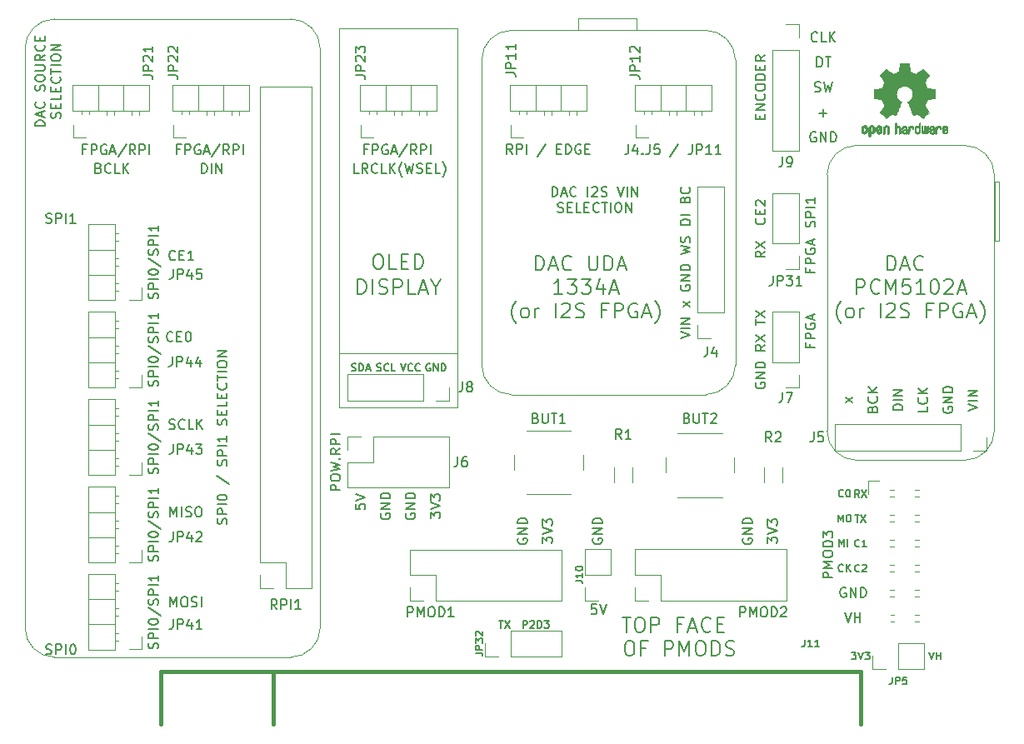
<source format=gbr>
%TF.GenerationSoftware,KiCad,Pcbnew,6.0.0-d3dd2cf0fa~116~ubuntu20.04.1*%
%TF.CreationDate,2022-02-13T01:33:05+01:00*%
%TF.ProjectId,addon-edge-rpi-i2s-pmod,6164646f-6e2d-4656-9467-652d7270692d,0.41*%
%TF.SameCoordinates,Original*%
%TF.FileFunction,Legend,Top*%
%TF.FilePolarity,Positive*%
%FSLAX46Y46*%
G04 Gerber Fmt 4.6, Leading zero omitted, Abs format (unit mm)*
G04 Created by KiCad (PCBNEW 6.0.0-d3dd2cf0fa~116~ubuntu20.04.1) date 2022-02-13 01:33:05*
%MOMM*%
%LPD*%
G01*
G04 APERTURE LIST*
%ADD10C,0.150000*%
%ADD11C,0.010000*%
%ADD12C,0.120000*%
%ADD13C,0.406400*%
%ADD14C,0.040000*%
G04 APERTURE END LIST*
D10*
X189738095Y-84590000D02*
X189642857Y-84542380D01*
X189500000Y-84542380D01*
X189357142Y-84590000D01*
X189261904Y-84685238D01*
X189214285Y-84780476D01*
X189166666Y-84970952D01*
X189166666Y-85113809D01*
X189214285Y-85304285D01*
X189261904Y-85399523D01*
X189357142Y-85494761D01*
X189500000Y-85542380D01*
X189595238Y-85542380D01*
X189738095Y-85494761D01*
X189785714Y-85447142D01*
X189785714Y-85113809D01*
X189595238Y-85113809D01*
X190214285Y-85542380D02*
X190214285Y-84542380D01*
X190785714Y-85542380D01*
X190785714Y-84542380D01*
X191261904Y-85542380D02*
X191261904Y-84542380D01*
X191500000Y-84542380D01*
X191642857Y-84590000D01*
X191738095Y-84685238D01*
X191785714Y-84780476D01*
X191833333Y-84970952D01*
X191833333Y-85113809D01*
X191785714Y-85304285D01*
X191738095Y-85399523D01*
X191642857Y-85494761D01*
X191500000Y-85542380D01*
X191261904Y-85542380D01*
X195508571Y-112688571D02*
X195556190Y-112545714D01*
X195603809Y-112498095D01*
X195699047Y-112450476D01*
X195841904Y-112450476D01*
X195937142Y-112498095D01*
X195984761Y-112545714D01*
X196032380Y-112640952D01*
X196032380Y-113021904D01*
X195032380Y-113021904D01*
X195032380Y-112688571D01*
X195080000Y-112593333D01*
X195127619Y-112545714D01*
X195222857Y-112498095D01*
X195318095Y-112498095D01*
X195413333Y-112545714D01*
X195460952Y-112593333D01*
X195508571Y-112688571D01*
X195508571Y-113021904D01*
X195937142Y-111450476D02*
X195984761Y-111498095D01*
X196032380Y-111640952D01*
X196032380Y-111736190D01*
X195984761Y-111879047D01*
X195889523Y-111974285D01*
X195794285Y-112021904D01*
X195603809Y-112069523D01*
X195460952Y-112069523D01*
X195270476Y-112021904D01*
X195175238Y-111974285D01*
X195080000Y-111879047D01*
X195032380Y-111736190D01*
X195032380Y-111640952D01*
X195080000Y-111498095D01*
X195127619Y-111450476D01*
X196032380Y-111021904D02*
X195032380Y-111021904D01*
X196032380Y-110450476D02*
X195460952Y-110879047D01*
X195032380Y-110450476D02*
X195603809Y-111021904D01*
X111530000Y-137564761D02*
X111672857Y-137612380D01*
X111910952Y-137612380D01*
X112006190Y-137564761D01*
X112053809Y-137517142D01*
X112101428Y-137421904D01*
X112101428Y-137326666D01*
X112053809Y-137231428D01*
X112006190Y-137183809D01*
X111910952Y-137136190D01*
X111720476Y-137088571D01*
X111625238Y-137040952D01*
X111577619Y-136993333D01*
X111530000Y-136898095D01*
X111530000Y-136802857D01*
X111577619Y-136707619D01*
X111625238Y-136660000D01*
X111720476Y-136612380D01*
X111958571Y-136612380D01*
X112101428Y-136660000D01*
X112530000Y-137612380D02*
X112530000Y-136612380D01*
X112910952Y-136612380D01*
X113006190Y-136660000D01*
X113053809Y-136707619D01*
X113101428Y-136802857D01*
X113101428Y-136945714D01*
X113053809Y-137040952D01*
X113006190Y-137088571D01*
X112910952Y-137136190D01*
X112530000Y-137136190D01*
X113530000Y-137612380D02*
X113530000Y-136612380D01*
X114196666Y-136612380D02*
X114291904Y-136612380D01*
X114387142Y-136660000D01*
X114434761Y-136707619D01*
X114482380Y-136802857D01*
X114530000Y-136993333D01*
X114530000Y-137231428D01*
X114482380Y-137421904D01*
X114434761Y-137517142D01*
X114387142Y-137564761D01*
X114291904Y-137612380D01*
X114196666Y-137612380D01*
X114101428Y-137564761D01*
X114053809Y-137517142D01*
X114006190Y-137421904D01*
X113958571Y-137231428D01*
X113958571Y-136993333D01*
X114006190Y-136802857D01*
X114053809Y-136707619D01*
X114101428Y-136660000D01*
X114196666Y-136612380D01*
X189904761Y-75287142D02*
X189857142Y-75334761D01*
X189714285Y-75382380D01*
X189619047Y-75382380D01*
X189476190Y-75334761D01*
X189380952Y-75239523D01*
X189333333Y-75144285D01*
X189285714Y-74953809D01*
X189285714Y-74810952D01*
X189333333Y-74620476D01*
X189380952Y-74525238D01*
X189476190Y-74430000D01*
X189619047Y-74382380D01*
X189714285Y-74382380D01*
X189857142Y-74430000D01*
X189904761Y-74477619D01*
X190809523Y-75382380D02*
X190333333Y-75382380D01*
X190333333Y-74382380D01*
X191142857Y-75382380D02*
X191142857Y-74382380D01*
X191714285Y-75382380D02*
X191285714Y-74810952D01*
X191714285Y-74382380D02*
X191142857Y-74953809D01*
X192516142Y-129137857D02*
X192480428Y-129173571D01*
X192373285Y-129209285D01*
X192301857Y-129209285D01*
X192194714Y-129173571D01*
X192123285Y-129102142D01*
X192087571Y-129030714D01*
X192051857Y-128887857D01*
X192051857Y-128780714D01*
X192087571Y-128637857D01*
X192123285Y-128566428D01*
X192194714Y-128495000D01*
X192301857Y-128459285D01*
X192373285Y-128459285D01*
X192480428Y-128495000D01*
X192516142Y-128530714D01*
X192837571Y-129209285D02*
X192837571Y-128459285D01*
X193266142Y-129209285D02*
X192944714Y-128780714D01*
X193266142Y-128459285D02*
X192837571Y-128887857D01*
X193381428Y-137384285D02*
X193845714Y-137384285D01*
X193595714Y-137670000D01*
X193702857Y-137670000D01*
X193774285Y-137705714D01*
X193810000Y-137741428D01*
X193845714Y-137812857D01*
X193845714Y-137991428D01*
X193810000Y-138062857D01*
X193774285Y-138098571D01*
X193702857Y-138134285D01*
X193488571Y-138134285D01*
X193417142Y-138098571D01*
X193381428Y-138062857D01*
X194060000Y-137384285D02*
X194310000Y-138134285D01*
X194560000Y-137384285D01*
X194738571Y-137384285D02*
X195202857Y-137384285D01*
X194952857Y-137670000D01*
X195060000Y-137670000D01*
X195131428Y-137705714D01*
X195167142Y-137741428D01*
X195202857Y-137812857D01*
X195202857Y-137991428D01*
X195167142Y-138062857D01*
X195131428Y-138098571D01*
X195060000Y-138134285D01*
X194845714Y-138134285D01*
X194774285Y-138098571D01*
X194738571Y-138062857D01*
X142962380Y-122364476D02*
X142962380Y-122840666D01*
X143438571Y-122888285D01*
X143390952Y-122840666D01*
X143343333Y-122745428D01*
X143343333Y-122507333D01*
X143390952Y-122412095D01*
X143438571Y-122364476D01*
X143533809Y-122316857D01*
X143771904Y-122316857D01*
X143867142Y-122364476D01*
X143914761Y-122412095D01*
X143962380Y-122507333D01*
X143962380Y-122745428D01*
X143914761Y-122840666D01*
X143867142Y-122888285D01*
X142962380Y-122031142D02*
X143962380Y-121697809D01*
X142962380Y-121364476D01*
X141422380Y-120943333D02*
X140422380Y-120943333D01*
X140422380Y-120562380D01*
X140470000Y-120467142D01*
X140517619Y-120419523D01*
X140612857Y-120371904D01*
X140755714Y-120371904D01*
X140850952Y-120419523D01*
X140898571Y-120467142D01*
X140946190Y-120562380D01*
X140946190Y-120943333D01*
X140422380Y-119752857D02*
X140422380Y-119562380D01*
X140470000Y-119467142D01*
X140565238Y-119371904D01*
X140755714Y-119324285D01*
X141089047Y-119324285D01*
X141279523Y-119371904D01*
X141374761Y-119467142D01*
X141422380Y-119562380D01*
X141422380Y-119752857D01*
X141374761Y-119848095D01*
X141279523Y-119943333D01*
X141089047Y-119990952D01*
X140755714Y-119990952D01*
X140565238Y-119943333D01*
X140470000Y-119848095D01*
X140422380Y-119752857D01*
X140422380Y-118990952D02*
X141422380Y-118752857D01*
X140708095Y-118562380D01*
X141422380Y-118371904D01*
X140422380Y-118133809D01*
X141327142Y-117752857D02*
X141374761Y-117705238D01*
X141422380Y-117752857D01*
X141374761Y-117800476D01*
X141327142Y-117752857D01*
X141422380Y-117752857D01*
X141422380Y-116705238D02*
X140946190Y-117038571D01*
X141422380Y-117276666D02*
X140422380Y-117276666D01*
X140422380Y-116895714D01*
X140470000Y-116800476D01*
X140517619Y-116752857D01*
X140612857Y-116705238D01*
X140755714Y-116705238D01*
X140850952Y-116752857D01*
X140898571Y-116800476D01*
X140946190Y-116895714D01*
X140946190Y-117276666D01*
X141422380Y-116276666D02*
X140422380Y-116276666D01*
X140422380Y-115895714D01*
X140470000Y-115800476D01*
X140517619Y-115752857D01*
X140612857Y-115705238D01*
X140755714Y-115705238D01*
X140850952Y-115752857D01*
X140898571Y-115800476D01*
X140946190Y-115895714D01*
X140946190Y-116276666D01*
X141422380Y-115276666D02*
X140422380Y-115276666D01*
X122889761Y-128144285D02*
X122937380Y-128001428D01*
X122937380Y-127763333D01*
X122889761Y-127668095D01*
X122842142Y-127620476D01*
X122746904Y-127572857D01*
X122651666Y-127572857D01*
X122556428Y-127620476D01*
X122508809Y-127668095D01*
X122461190Y-127763333D01*
X122413571Y-127953809D01*
X122365952Y-128049047D01*
X122318333Y-128096666D01*
X122223095Y-128144285D01*
X122127857Y-128144285D01*
X122032619Y-128096666D01*
X121985000Y-128049047D01*
X121937380Y-127953809D01*
X121937380Y-127715714D01*
X121985000Y-127572857D01*
X122937380Y-127144285D02*
X121937380Y-127144285D01*
X121937380Y-126763333D01*
X121985000Y-126668095D01*
X122032619Y-126620476D01*
X122127857Y-126572857D01*
X122270714Y-126572857D01*
X122365952Y-126620476D01*
X122413571Y-126668095D01*
X122461190Y-126763333D01*
X122461190Y-127144285D01*
X122937380Y-126144285D02*
X121937380Y-126144285D01*
X121937380Y-125477619D02*
X121937380Y-125382380D01*
X121985000Y-125287142D01*
X122032619Y-125239523D01*
X122127857Y-125191904D01*
X122318333Y-125144285D01*
X122556428Y-125144285D01*
X122746904Y-125191904D01*
X122842142Y-125239523D01*
X122889761Y-125287142D01*
X122937380Y-125382380D01*
X122937380Y-125477619D01*
X122889761Y-125572857D01*
X122842142Y-125620476D01*
X122746904Y-125668095D01*
X122556428Y-125715714D01*
X122318333Y-125715714D01*
X122127857Y-125668095D01*
X122032619Y-125620476D01*
X121985000Y-125572857D01*
X121937380Y-125477619D01*
X121889761Y-124001428D02*
X123175476Y-124858571D01*
X122889761Y-123715714D02*
X122937380Y-123572857D01*
X122937380Y-123334761D01*
X122889761Y-123239523D01*
X122842142Y-123191904D01*
X122746904Y-123144285D01*
X122651666Y-123144285D01*
X122556428Y-123191904D01*
X122508809Y-123239523D01*
X122461190Y-123334761D01*
X122413571Y-123525238D01*
X122365952Y-123620476D01*
X122318333Y-123668095D01*
X122223095Y-123715714D01*
X122127857Y-123715714D01*
X122032619Y-123668095D01*
X121985000Y-123620476D01*
X121937380Y-123525238D01*
X121937380Y-123287142D01*
X121985000Y-123144285D01*
X122937380Y-122715714D02*
X121937380Y-122715714D01*
X121937380Y-122334761D01*
X121985000Y-122239523D01*
X122032619Y-122191904D01*
X122127857Y-122144285D01*
X122270714Y-122144285D01*
X122365952Y-122191904D01*
X122413571Y-122239523D01*
X122461190Y-122334761D01*
X122461190Y-122715714D01*
X122937380Y-121715714D02*
X121937380Y-121715714D01*
X122937380Y-120715714D02*
X122937380Y-121287142D01*
X122937380Y-121001428D02*
X121937380Y-121001428D01*
X122080238Y-121096666D01*
X122175476Y-121191904D01*
X122223095Y-121287142D01*
X122889761Y-119254285D02*
X122937380Y-119111428D01*
X122937380Y-118873333D01*
X122889761Y-118778095D01*
X122842142Y-118730476D01*
X122746904Y-118682857D01*
X122651666Y-118682857D01*
X122556428Y-118730476D01*
X122508809Y-118778095D01*
X122461190Y-118873333D01*
X122413571Y-119063809D01*
X122365952Y-119159047D01*
X122318333Y-119206666D01*
X122223095Y-119254285D01*
X122127857Y-119254285D01*
X122032619Y-119206666D01*
X121985000Y-119159047D01*
X121937380Y-119063809D01*
X121937380Y-118825714D01*
X121985000Y-118682857D01*
X122937380Y-118254285D02*
X121937380Y-118254285D01*
X121937380Y-117873333D01*
X121985000Y-117778095D01*
X122032619Y-117730476D01*
X122127857Y-117682857D01*
X122270714Y-117682857D01*
X122365952Y-117730476D01*
X122413571Y-117778095D01*
X122461190Y-117873333D01*
X122461190Y-118254285D01*
X122937380Y-117254285D02*
X121937380Y-117254285D01*
X121937380Y-116587619D02*
X121937380Y-116492380D01*
X121985000Y-116397142D01*
X122032619Y-116349523D01*
X122127857Y-116301904D01*
X122318333Y-116254285D01*
X122556428Y-116254285D01*
X122746904Y-116301904D01*
X122842142Y-116349523D01*
X122889761Y-116397142D01*
X122937380Y-116492380D01*
X122937380Y-116587619D01*
X122889761Y-116682857D01*
X122842142Y-116730476D01*
X122746904Y-116778095D01*
X122556428Y-116825714D01*
X122318333Y-116825714D01*
X122127857Y-116778095D01*
X122032619Y-116730476D01*
X121985000Y-116682857D01*
X121937380Y-116587619D01*
X121889761Y-115111428D02*
X123175476Y-115968571D01*
X122889761Y-114825714D02*
X122937380Y-114682857D01*
X122937380Y-114444761D01*
X122889761Y-114349523D01*
X122842142Y-114301904D01*
X122746904Y-114254285D01*
X122651666Y-114254285D01*
X122556428Y-114301904D01*
X122508809Y-114349523D01*
X122461190Y-114444761D01*
X122413571Y-114635238D01*
X122365952Y-114730476D01*
X122318333Y-114778095D01*
X122223095Y-114825714D01*
X122127857Y-114825714D01*
X122032619Y-114778095D01*
X121985000Y-114730476D01*
X121937380Y-114635238D01*
X121937380Y-114397142D01*
X121985000Y-114254285D01*
X122937380Y-113825714D02*
X121937380Y-113825714D01*
X121937380Y-113444761D01*
X121985000Y-113349523D01*
X122032619Y-113301904D01*
X122127857Y-113254285D01*
X122270714Y-113254285D01*
X122365952Y-113301904D01*
X122413571Y-113349523D01*
X122461190Y-113444761D01*
X122461190Y-113825714D01*
X122937380Y-112825714D02*
X121937380Y-112825714D01*
X122937380Y-111825714D02*
X122937380Y-112397142D01*
X122937380Y-112111428D02*
X121937380Y-112111428D01*
X122080238Y-112206666D01*
X122175476Y-112301904D01*
X122223095Y-112397142D01*
X193738571Y-123449285D02*
X194167142Y-123449285D01*
X193952857Y-124199285D02*
X193952857Y-123449285D01*
X194345714Y-123449285D02*
X194845714Y-124199285D01*
X194845714Y-123449285D02*
X194345714Y-124199285D01*
X193492380Y-112021904D02*
X192825714Y-111498095D01*
X192825714Y-112021904D02*
X193492380Y-111498095D01*
X170073571Y-133861071D02*
X170930714Y-133861071D01*
X170502142Y-135361071D02*
X170502142Y-133861071D01*
X171716428Y-133861071D02*
X172002142Y-133861071D01*
X172145000Y-133932500D01*
X172287857Y-134075357D01*
X172359285Y-134361071D01*
X172359285Y-134861071D01*
X172287857Y-135146785D01*
X172145000Y-135289642D01*
X172002142Y-135361071D01*
X171716428Y-135361071D01*
X171573571Y-135289642D01*
X171430714Y-135146785D01*
X171359285Y-134861071D01*
X171359285Y-134361071D01*
X171430714Y-134075357D01*
X171573571Y-133932500D01*
X171716428Y-133861071D01*
X173002142Y-135361071D02*
X173002142Y-133861071D01*
X173573571Y-133861071D01*
X173716428Y-133932500D01*
X173787857Y-134003928D01*
X173859285Y-134146785D01*
X173859285Y-134361071D01*
X173787857Y-134503928D01*
X173716428Y-134575357D01*
X173573571Y-134646785D01*
X173002142Y-134646785D01*
X176145000Y-134575357D02*
X175645000Y-134575357D01*
X175645000Y-135361071D02*
X175645000Y-133861071D01*
X176359285Y-133861071D01*
X176859285Y-134932500D02*
X177573571Y-134932500D01*
X176716428Y-135361071D02*
X177216428Y-133861071D01*
X177716428Y-135361071D01*
X179073571Y-135218214D02*
X179002142Y-135289642D01*
X178787857Y-135361071D01*
X178645000Y-135361071D01*
X178430714Y-135289642D01*
X178287857Y-135146785D01*
X178216428Y-135003928D01*
X178145000Y-134718214D01*
X178145000Y-134503928D01*
X178216428Y-134218214D01*
X178287857Y-134075357D01*
X178430714Y-133932500D01*
X178645000Y-133861071D01*
X178787857Y-133861071D01*
X179002142Y-133932500D01*
X179073571Y-134003928D01*
X179716428Y-134575357D02*
X180216428Y-134575357D01*
X180430714Y-135361071D02*
X179716428Y-135361071D01*
X179716428Y-133861071D01*
X180430714Y-133861071D01*
X170680714Y-136276071D02*
X170966428Y-136276071D01*
X171109285Y-136347500D01*
X171252142Y-136490357D01*
X171323571Y-136776071D01*
X171323571Y-137276071D01*
X171252142Y-137561785D01*
X171109285Y-137704642D01*
X170966428Y-137776071D01*
X170680714Y-137776071D01*
X170537857Y-137704642D01*
X170395000Y-137561785D01*
X170323571Y-137276071D01*
X170323571Y-136776071D01*
X170395000Y-136490357D01*
X170537857Y-136347500D01*
X170680714Y-136276071D01*
X172466428Y-136990357D02*
X171966428Y-136990357D01*
X171966428Y-137776071D02*
X171966428Y-136276071D01*
X172680714Y-136276071D01*
X174395000Y-137776071D02*
X174395000Y-136276071D01*
X174966428Y-136276071D01*
X175109285Y-136347500D01*
X175180714Y-136418928D01*
X175252142Y-136561785D01*
X175252142Y-136776071D01*
X175180714Y-136918928D01*
X175109285Y-136990357D01*
X174966428Y-137061785D01*
X174395000Y-137061785D01*
X175895000Y-137776071D02*
X175895000Y-136276071D01*
X176395000Y-137347500D01*
X176895000Y-136276071D01*
X176895000Y-137776071D01*
X177895000Y-136276071D02*
X178180714Y-136276071D01*
X178323571Y-136347500D01*
X178466428Y-136490357D01*
X178537857Y-136776071D01*
X178537857Y-137276071D01*
X178466428Y-137561785D01*
X178323571Y-137704642D01*
X178180714Y-137776071D01*
X177895000Y-137776071D01*
X177752142Y-137704642D01*
X177609285Y-137561785D01*
X177537857Y-137276071D01*
X177537857Y-136776071D01*
X177609285Y-136490357D01*
X177752142Y-136347500D01*
X177895000Y-136276071D01*
X179180714Y-137776071D02*
X179180714Y-136276071D01*
X179537857Y-136276071D01*
X179752142Y-136347500D01*
X179895000Y-136490357D01*
X179966428Y-136633214D01*
X180037857Y-136918928D01*
X180037857Y-137133214D01*
X179966428Y-137418928D01*
X179895000Y-137561785D01*
X179752142Y-137704642D01*
X179537857Y-137776071D01*
X179180714Y-137776071D01*
X180609285Y-137704642D02*
X180823571Y-137776071D01*
X181180714Y-137776071D01*
X181323571Y-137704642D01*
X181395000Y-137633214D01*
X181466428Y-137490357D01*
X181466428Y-137347500D01*
X181395000Y-137204642D01*
X181323571Y-137133214D01*
X181180714Y-137061785D01*
X180895000Y-136990357D01*
X180752142Y-136918928D01*
X180680714Y-136847500D01*
X180609285Y-136704642D01*
X180609285Y-136561785D01*
X180680714Y-136418928D01*
X180752142Y-136347500D01*
X180895000Y-136276071D01*
X181252142Y-136276071D01*
X181466428Y-136347500D01*
X167449523Y-132548380D02*
X166973333Y-132548380D01*
X166925714Y-133024571D01*
X166973333Y-132976952D01*
X167068571Y-132929333D01*
X167306666Y-132929333D01*
X167401904Y-132976952D01*
X167449523Y-133024571D01*
X167497142Y-133119809D01*
X167497142Y-133357904D01*
X167449523Y-133453142D01*
X167401904Y-133500761D01*
X167306666Y-133548380D01*
X167068571Y-133548380D01*
X166973333Y-133500761D01*
X166925714Y-133453142D01*
X167782857Y-132548380D02*
X168116190Y-133548380D01*
X168449523Y-132548380D01*
X202700000Y-112521904D02*
X202652380Y-112617142D01*
X202652380Y-112760000D01*
X202700000Y-112902857D01*
X202795238Y-112998095D01*
X202890476Y-113045714D01*
X203080952Y-113093333D01*
X203223809Y-113093333D01*
X203414285Y-113045714D01*
X203509523Y-112998095D01*
X203604761Y-112902857D01*
X203652380Y-112760000D01*
X203652380Y-112664761D01*
X203604761Y-112521904D01*
X203557142Y-112474285D01*
X203223809Y-112474285D01*
X203223809Y-112664761D01*
X203652380Y-112045714D02*
X202652380Y-112045714D01*
X203652380Y-111474285D01*
X202652380Y-111474285D01*
X203652380Y-110998095D02*
X202652380Y-110998095D01*
X202652380Y-110760000D01*
X202700000Y-110617142D01*
X202795238Y-110521904D01*
X202890476Y-110474285D01*
X203080952Y-110426666D01*
X203223809Y-110426666D01*
X203414285Y-110474285D01*
X203509523Y-110521904D01*
X203604761Y-110617142D01*
X203652380Y-110760000D01*
X203652380Y-110998095D01*
X150582380Y-123793095D02*
X150582380Y-123174047D01*
X150963333Y-123507380D01*
X150963333Y-123364523D01*
X151010952Y-123269285D01*
X151058571Y-123221666D01*
X151153809Y-123174047D01*
X151391904Y-123174047D01*
X151487142Y-123221666D01*
X151534761Y-123269285D01*
X151582380Y-123364523D01*
X151582380Y-123650238D01*
X151534761Y-123745476D01*
X151487142Y-123793095D01*
X150582380Y-122888333D02*
X151582380Y-122555000D01*
X150582380Y-122221666D01*
X150582380Y-121983571D02*
X150582380Y-121364523D01*
X150963333Y-121697857D01*
X150963333Y-121555000D01*
X151010952Y-121459761D01*
X151058571Y-121412142D01*
X151153809Y-121364523D01*
X151391904Y-121364523D01*
X151487142Y-121412142D01*
X151534761Y-121459761D01*
X151582380Y-121555000D01*
X151582380Y-121840714D01*
X151534761Y-121935952D01*
X151487142Y-121983571D01*
X167115000Y-125856904D02*
X167067380Y-125952142D01*
X167067380Y-126095000D01*
X167115000Y-126237857D01*
X167210238Y-126333095D01*
X167305476Y-126380714D01*
X167495952Y-126428333D01*
X167638809Y-126428333D01*
X167829285Y-126380714D01*
X167924523Y-126333095D01*
X168019761Y-126237857D01*
X168067380Y-126095000D01*
X168067380Y-125999761D01*
X168019761Y-125856904D01*
X167972142Y-125809285D01*
X167638809Y-125809285D01*
X167638809Y-125999761D01*
X168067380Y-125380714D02*
X167067380Y-125380714D01*
X168067380Y-124809285D01*
X167067380Y-124809285D01*
X168067380Y-124333095D02*
X167067380Y-124333095D01*
X167067380Y-124095000D01*
X167115000Y-123952142D01*
X167210238Y-123856904D01*
X167305476Y-123809285D01*
X167495952Y-123761666D01*
X167638809Y-123761666D01*
X167829285Y-123809285D01*
X167924523Y-123856904D01*
X168019761Y-123952142D01*
X168067380Y-124095000D01*
X168067380Y-124333095D01*
X124405952Y-105737142D02*
X124358333Y-105784761D01*
X124215476Y-105832380D01*
X124120238Y-105832380D01*
X123977380Y-105784761D01*
X123882142Y-105689523D01*
X123834523Y-105594285D01*
X123786904Y-105403809D01*
X123786904Y-105260952D01*
X123834523Y-105070476D01*
X123882142Y-104975238D01*
X123977380Y-104880000D01*
X124120238Y-104832380D01*
X124215476Y-104832380D01*
X124358333Y-104880000D01*
X124405952Y-104927619D01*
X124834523Y-105308571D02*
X125167857Y-105308571D01*
X125310714Y-105832380D02*
X124834523Y-105832380D01*
X124834523Y-104832380D01*
X125310714Y-104832380D01*
X125929761Y-104832380D02*
X126025000Y-104832380D01*
X126120238Y-104880000D01*
X126167857Y-104927619D01*
X126215476Y-105022857D01*
X126263095Y-105213333D01*
X126263095Y-105451428D01*
X126215476Y-105641904D01*
X126167857Y-105737142D01*
X126120238Y-105784761D01*
X126025000Y-105832380D01*
X125929761Y-105832380D01*
X125834523Y-105784761D01*
X125786904Y-105737142D01*
X125739285Y-105641904D01*
X125691666Y-105451428D01*
X125691666Y-105213333D01*
X125739285Y-105022857D01*
X125786904Y-104927619D01*
X125834523Y-104880000D01*
X125929761Y-104832380D01*
X192690857Y-133377380D02*
X193024190Y-134377380D01*
X193357523Y-133377380D01*
X193690857Y-134377380D02*
X193690857Y-133377380D01*
X193690857Y-133853571D02*
X194262285Y-133853571D01*
X194262285Y-134377380D02*
X194262285Y-133377380D01*
X194185000Y-129172857D02*
X194149285Y-129208571D01*
X194042142Y-129244285D01*
X193970714Y-129244285D01*
X193863571Y-129208571D01*
X193792142Y-129137142D01*
X193756428Y-129065714D01*
X193720714Y-128922857D01*
X193720714Y-128815714D01*
X193756428Y-128672857D01*
X193792142Y-128601428D01*
X193863571Y-128530000D01*
X193970714Y-128494285D01*
X194042142Y-128494285D01*
X194149285Y-128530000D01*
X194185000Y-128565714D01*
X194470714Y-128565714D02*
X194506428Y-128530000D01*
X194577857Y-128494285D01*
X194756428Y-128494285D01*
X194827857Y-128530000D01*
X194863571Y-128565714D01*
X194899285Y-128637142D01*
X194899285Y-128708571D01*
X194863571Y-128815714D01*
X194435000Y-129244285D01*
X194899285Y-129244285D01*
X182355000Y-125856904D02*
X182307380Y-125952142D01*
X182307380Y-126095000D01*
X182355000Y-126237857D01*
X182450238Y-126333095D01*
X182545476Y-126380714D01*
X182735952Y-126428333D01*
X182878809Y-126428333D01*
X183069285Y-126380714D01*
X183164523Y-126333095D01*
X183259761Y-126237857D01*
X183307380Y-126095000D01*
X183307380Y-125999761D01*
X183259761Y-125856904D01*
X183212142Y-125809285D01*
X182878809Y-125809285D01*
X182878809Y-125999761D01*
X183307380Y-125380714D02*
X182307380Y-125380714D01*
X183307380Y-124809285D01*
X182307380Y-124809285D01*
X183307380Y-124333095D02*
X182307380Y-124333095D01*
X182307380Y-124095000D01*
X182355000Y-123952142D01*
X182450238Y-123856904D01*
X182545476Y-123809285D01*
X182735952Y-123761666D01*
X182878809Y-123761666D01*
X183069285Y-123809285D01*
X183164523Y-123856904D01*
X183259761Y-123952142D01*
X183307380Y-124095000D01*
X183307380Y-124333095D01*
X160004285Y-134959285D02*
X160004285Y-134209285D01*
X160290000Y-134209285D01*
X160361428Y-134245000D01*
X160397142Y-134280714D01*
X160432857Y-134352142D01*
X160432857Y-134459285D01*
X160397142Y-134530714D01*
X160361428Y-134566428D01*
X160290000Y-134602142D01*
X160004285Y-134602142D01*
X160718571Y-134280714D02*
X160754285Y-134245000D01*
X160825714Y-134209285D01*
X161004285Y-134209285D01*
X161075714Y-134245000D01*
X161111428Y-134280714D01*
X161147142Y-134352142D01*
X161147142Y-134423571D01*
X161111428Y-134530714D01*
X160682857Y-134959285D01*
X161147142Y-134959285D01*
X161468571Y-134959285D02*
X161468571Y-134209285D01*
X161647142Y-134209285D01*
X161754285Y-134245000D01*
X161825714Y-134316428D01*
X161861428Y-134387857D01*
X161897142Y-134530714D01*
X161897142Y-134637857D01*
X161861428Y-134780714D01*
X161825714Y-134852142D01*
X161754285Y-134923571D01*
X161647142Y-134959285D01*
X161468571Y-134959285D01*
X162147142Y-134209285D02*
X162611428Y-134209285D01*
X162361428Y-134495000D01*
X162468571Y-134495000D01*
X162540000Y-134530714D01*
X162575714Y-134566428D01*
X162611428Y-134637857D01*
X162611428Y-134816428D01*
X162575714Y-134887857D01*
X162540000Y-134923571D01*
X162468571Y-134959285D01*
X162254285Y-134959285D01*
X162182857Y-134923571D01*
X162147142Y-134887857D01*
X159495000Y-125856904D02*
X159447380Y-125952142D01*
X159447380Y-126095000D01*
X159495000Y-126237857D01*
X159590238Y-126333095D01*
X159685476Y-126380714D01*
X159875952Y-126428333D01*
X160018809Y-126428333D01*
X160209285Y-126380714D01*
X160304523Y-126333095D01*
X160399761Y-126237857D01*
X160447380Y-126095000D01*
X160447380Y-125999761D01*
X160399761Y-125856904D01*
X160352142Y-125809285D01*
X160018809Y-125809285D01*
X160018809Y-125999761D01*
X160447380Y-125380714D02*
X159447380Y-125380714D01*
X160447380Y-124809285D01*
X159447380Y-124809285D01*
X160447380Y-124333095D02*
X159447380Y-124333095D01*
X159447380Y-124095000D01*
X159495000Y-123952142D01*
X159590238Y-123856904D01*
X159685476Y-123809285D01*
X159875952Y-123761666D01*
X160018809Y-123761666D01*
X160209285Y-123809285D01*
X160304523Y-123856904D01*
X160399761Y-123952142D01*
X160447380Y-124095000D01*
X160447380Y-124333095D01*
X205192380Y-112855238D02*
X206192380Y-112521904D01*
X205192380Y-112188571D01*
X206192380Y-111855238D02*
X205192380Y-111855238D01*
X206192380Y-111379047D02*
X205192380Y-111379047D01*
X206192380Y-110807619D01*
X205192380Y-110807619D01*
X116873928Y-88193571D02*
X117016785Y-88241190D01*
X117064404Y-88288809D01*
X117112023Y-88384047D01*
X117112023Y-88526904D01*
X117064404Y-88622142D01*
X117016785Y-88669761D01*
X116921547Y-88717380D01*
X116540595Y-88717380D01*
X116540595Y-87717380D01*
X116873928Y-87717380D01*
X116969166Y-87765000D01*
X117016785Y-87812619D01*
X117064404Y-87907857D01*
X117064404Y-88003095D01*
X117016785Y-88098333D01*
X116969166Y-88145952D01*
X116873928Y-88193571D01*
X116540595Y-88193571D01*
X118112023Y-88622142D02*
X118064404Y-88669761D01*
X117921547Y-88717380D01*
X117826309Y-88717380D01*
X117683452Y-88669761D01*
X117588214Y-88574523D01*
X117540595Y-88479285D01*
X117492976Y-88288809D01*
X117492976Y-88145952D01*
X117540595Y-87955476D01*
X117588214Y-87860238D01*
X117683452Y-87765000D01*
X117826309Y-87717380D01*
X117921547Y-87717380D01*
X118064404Y-87765000D01*
X118112023Y-87812619D01*
X119016785Y-88717380D02*
X118540595Y-88717380D01*
X118540595Y-87717380D01*
X119350119Y-88717380D02*
X119350119Y-87717380D01*
X119921547Y-88717380D02*
X119492976Y-88145952D01*
X119921547Y-87717380D02*
X119350119Y-88288809D01*
X161987380Y-126333095D02*
X161987380Y-125714047D01*
X162368333Y-126047380D01*
X162368333Y-125904523D01*
X162415952Y-125809285D01*
X162463571Y-125761666D01*
X162558809Y-125714047D01*
X162796904Y-125714047D01*
X162892142Y-125761666D01*
X162939761Y-125809285D01*
X162987380Y-125904523D01*
X162987380Y-126190238D01*
X162939761Y-126285476D01*
X162892142Y-126333095D01*
X161987380Y-125428333D02*
X162987380Y-125095000D01*
X161987380Y-124761666D01*
X161987380Y-124523571D02*
X161987380Y-123904523D01*
X162368333Y-124237857D01*
X162368333Y-124095000D01*
X162415952Y-123999761D01*
X162463571Y-123952142D01*
X162558809Y-123904523D01*
X162796904Y-123904523D01*
X162892142Y-123952142D01*
X162939761Y-123999761D01*
X162987380Y-124095000D01*
X162987380Y-124380714D01*
X162939761Y-124475952D01*
X162892142Y-124523571D01*
X189642857Y-80414761D02*
X189785714Y-80462380D01*
X190023809Y-80462380D01*
X190119047Y-80414761D01*
X190166666Y-80367142D01*
X190214285Y-80271904D01*
X190214285Y-80176666D01*
X190166666Y-80081428D01*
X190119047Y-80033809D01*
X190023809Y-79986190D01*
X189833333Y-79938571D01*
X189738095Y-79890952D01*
X189690476Y-79843333D01*
X189642857Y-79748095D01*
X189642857Y-79652857D01*
X189690476Y-79557619D01*
X189738095Y-79510000D01*
X189833333Y-79462380D01*
X190071428Y-79462380D01*
X190214285Y-79510000D01*
X190547619Y-79462380D02*
X190785714Y-80462380D01*
X190976190Y-79748095D01*
X191166666Y-80462380D01*
X191404761Y-79462380D01*
X115603928Y-86288571D02*
X115270595Y-86288571D01*
X115270595Y-86812380D02*
X115270595Y-85812380D01*
X115746785Y-85812380D01*
X116127738Y-86812380D02*
X116127738Y-85812380D01*
X116508690Y-85812380D01*
X116603928Y-85860000D01*
X116651547Y-85907619D01*
X116699166Y-86002857D01*
X116699166Y-86145714D01*
X116651547Y-86240952D01*
X116603928Y-86288571D01*
X116508690Y-86336190D01*
X116127738Y-86336190D01*
X117651547Y-85860000D02*
X117556309Y-85812380D01*
X117413452Y-85812380D01*
X117270595Y-85860000D01*
X117175357Y-85955238D01*
X117127738Y-86050476D01*
X117080119Y-86240952D01*
X117080119Y-86383809D01*
X117127738Y-86574285D01*
X117175357Y-86669523D01*
X117270595Y-86764761D01*
X117413452Y-86812380D01*
X117508690Y-86812380D01*
X117651547Y-86764761D01*
X117699166Y-86717142D01*
X117699166Y-86383809D01*
X117508690Y-86383809D01*
X118080119Y-86526666D02*
X118556309Y-86526666D01*
X117984880Y-86812380D02*
X118318214Y-85812380D01*
X118651547Y-86812380D01*
X119699166Y-85764761D02*
X118842023Y-87050476D01*
X120603928Y-86812380D02*
X120270595Y-86336190D01*
X120032500Y-86812380D02*
X120032500Y-85812380D01*
X120413452Y-85812380D01*
X120508690Y-85860000D01*
X120556309Y-85907619D01*
X120603928Y-86002857D01*
X120603928Y-86145714D01*
X120556309Y-86240952D01*
X120508690Y-86288571D01*
X120413452Y-86336190D01*
X120032500Y-86336190D01*
X121032500Y-86812380D02*
X121032500Y-85812380D01*
X121413452Y-85812380D01*
X121508690Y-85860000D01*
X121556309Y-85907619D01*
X121603928Y-86002857D01*
X121603928Y-86145714D01*
X121556309Y-86240952D01*
X121508690Y-86288571D01*
X121413452Y-86336190D01*
X121032500Y-86336190D01*
X122032500Y-86812380D02*
X122032500Y-85812380D01*
X189158571Y-106060714D02*
X189158571Y-106394047D01*
X189682380Y-106394047D02*
X188682380Y-106394047D01*
X188682380Y-105917857D01*
X189682380Y-105536904D02*
X188682380Y-105536904D01*
X188682380Y-105155952D01*
X188730000Y-105060714D01*
X188777619Y-105013095D01*
X188872857Y-104965476D01*
X189015714Y-104965476D01*
X189110952Y-105013095D01*
X189158571Y-105060714D01*
X189206190Y-105155952D01*
X189206190Y-105536904D01*
X188730000Y-104013095D02*
X188682380Y-104108333D01*
X188682380Y-104251190D01*
X188730000Y-104394047D01*
X188825238Y-104489285D01*
X188920476Y-104536904D01*
X189110952Y-104584523D01*
X189253809Y-104584523D01*
X189444285Y-104536904D01*
X189539523Y-104489285D01*
X189634761Y-104394047D01*
X189682380Y-104251190D01*
X189682380Y-104155952D01*
X189634761Y-104013095D01*
X189587142Y-103965476D01*
X189253809Y-103965476D01*
X189253809Y-104155952D01*
X189396666Y-103584523D02*
X189396666Y-103108333D01*
X189682380Y-103679761D02*
X188682380Y-103346428D01*
X189682380Y-103013095D01*
X184602380Y-96671666D02*
X184126190Y-97005000D01*
X184602380Y-97243095D02*
X183602380Y-97243095D01*
X183602380Y-96862142D01*
X183650000Y-96766904D01*
X183697619Y-96719285D01*
X183792857Y-96671666D01*
X183935714Y-96671666D01*
X184030952Y-96719285D01*
X184078571Y-96766904D01*
X184126190Y-96862142D01*
X184126190Y-97243095D01*
X183602380Y-96338333D02*
X184602380Y-95671666D01*
X183602380Y-95671666D02*
X184602380Y-96338333D01*
X122889761Y-101474285D02*
X122937380Y-101331428D01*
X122937380Y-101093333D01*
X122889761Y-100998095D01*
X122842142Y-100950476D01*
X122746904Y-100902857D01*
X122651666Y-100902857D01*
X122556428Y-100950476D01*
X122508809Y-100998095D01*
X122461190Y-101093333D01*
X122413571Y-101283809D01*
X122365952Y-101379047D01*
X122318333Y-101426666D01*
X122223095Y-101474285D01*
X122127857Y-101474285D01*
X122032619Y-101426666D01*
X121985000Y-101379047D01*
X121937380Y-101283809D01*
X121937380Y-101045714D01*
X121985000Y-100902857D01*
X122937380Y-100474285D02*
X121937380Y-100474285D01*
X121937380Y-100093333D01*
X121985000Y-99998095D01*
X122032619Y-99950476D01*
X122127857Y-99902857D01*
X122270714Y-99902857D01*
X122365952Y-99950476D01*
X122413571Y-99998095D01*
X122461190Y-100093333D01*
X122461190Y-100474285D01*
X122937380Y-99474285D02*
X121937380Y-99474285D01*
X121937380Y-98807619D02*
X121937380Y-98712380D01*
X121985000Y-98617142D01*
X122032619Y-98569523D01*
X122127857Y-98521904D01*
X122318333Y-98474285D01*
X122556428Y-98474285D01*
X122746904Y-98521904D01*
X122842142Y-98569523D01*
X122889761Y-98617142D01*
X122937380Y-98712380D01*
X122937380Y-98807619D01*
X122889761Y-98902857D01*
X122842142Y-98950476D01*
X122746904Y-98998095D01*
X122556428Y-99045714D01*
X122318333Y-99045714D01*
X122127857Y-98998095D01*
X122032619Y-98950476D01*
X121985000Y-98902857D01*
X121937380Y-98807619D01*
X121889761Y-97331428D02*
X123175476Y-98188571D01*
X122889761Y-97045714D02*
X122937380Y-96902857D01*
X122937380Y-96664761D01*
X122889761Y-96569523D01*
X122842142Y-96521904D01*
X122746904Y-96474285D01*
X122651666Y-96474285D01*
X122556428Y-96521904D01*
X122508809Y-96569523D01*
X122461190Y-96664761D01*
X122413571Y-96855238D01*
X122365952Y-96950476D01*
X122318333Y-96998095D01*
X122223095Y-97045714D01*
X122127857Y-97045714D01*
X122032619Y-96998095D01*
X121985000Y-96950476D01*
X121937380Y-96855238D01*
X121937380Y-96617142D01*
X121985000Y-96474285D01*
X122937380Y-96045714D02*
X121937380Y-96045714D01*
X121937380Y-95664761D01*
X121985000Y-95569523D01*
X122032619Y-95521904D01*
X122127857Y-95474285D01*
X122270714Y-95474285D01*
X122365952Y-95521904D01*
X122413571Y-95569523D01*
X122461190Y-95664761D01*
X122461190Y-96045714D01*
X122937380Y-95045714D02*
X121937380Y-95045714D01*
X122937380Y-94045714D02*
X122937380Y-94617142D01*
X122937380Y-94331428D02*
X121937380Y-94331428D01*
X122080238Y-94426666D01*
X122175476Y-94521904D01*
X122223095Y-94617142D01*
X124158571Y-132786380D02*
X124158571Y-131786380D01*
X124491904Y-132500666D01*
X124825238Y-131786380D01*
X124825238Y-132786380D01*
X125491904Y-131786380D02*
X125682380Y-131786380D01*
X125777619Y-131834000D01*
X125872857Y-131929238D01*
X125920476Y-132119714D01*
X125920476Y-132453047D01*
X125872857Y-132643523D01*
X125777619Y-132738761D01*
X125682380Y-132786380D01*
X125491904Y-132786380D01*
X125396666Y-132738761D01*
X125301428Y-132643523D01*
X125253809Y-132453047D01*
X125253809Y-132119714D01*
X125301428Y-131929238D01*
X125396666Y-131834000D01*
X125491904Y-131786380D01*
X126301428Y-132738761D02*
X126444285Y-132786380D01*
X126682380Y-132786380D01*
X126777619Y-132738761D01*
X126825238Y-132691142D01*
X126872857Y-132595904D01*
X126872857Y-132500666D01*
X126825238Y-132405428D01*
X126777619Y-132357809D01*
X126682380Y-132310190D01*
X126491904Y-132262571D01*
X126396666Y-132214952D01*
X126349047Y-132167333D01*
X126301428Y-132072095D01*
X126301428Y-131976857D01*
X126349047Y-131881619D01*
X126396666Y-131834000D01*
X126491904Y-131786380D01*
X126730000Y-131786380D01*
X126872857Y-131834000D01*
X127301428Y-132786380D02*
X127301428Y-131786380D01*
X124158571Y-123627380D02*
X124158571Y-122627380D01*
X124491904Y-123341666D01*
X124825238Y-122627380D01*
X124825238Y-123627380D01*
X125301428Y-123627380D02*
X125301428Y-122627380D01*
X125730000Y-123579761D02*
X125872857Y-123627380D01*
X126110952Y-123627380D01*
X126206190Y-123579761D01*
X126253809Y-123532142D01*
X126301428Y-123436904D01*
X126301428Y-123341666D01*
X126253809Y-123246428D01*
X126206190Y-123198809D01*
X126110952Y-123151190D01*
X125920476Y-123103571D01*
X125825238Y-123055952D01*
X125777619Y-123008333D01*
X125730000Y-122913095D01*
X125730000Y-122817857D01*
X125777619Y-122722619D01*
X125825238Y-122675000D01*
X125920476Y-122627380D01*
X126158571Y-122627380D01*
X126301428Y-122675000D01*
X126920476Y-122627380D02*
X127110952Y-122627380D01*
X127206190Y-122675000D01*
X127301428Y-122770238D01*
X127349047Y-122960714D01*
X127349047Y-123294047D01*
X127301428Y-123484523D01*
X127206190Y-123579761D01*
X127110952Y-123627380D01*
X126920476Y-123627380D01*
X126825238Y-123579761D01*
X126730000Y-123484523D01*
X126682380Y-123294047D01*
X126682380Y-122960714D01*
X126730000Y-122770238D01*
X126825238Y-122675000D01*
X126920476Y-122627380D01*
X189857142Y-77922380D02*
X189857142Y-76922380D01*
X190095238Y-76922380D01*
X190238095Y-76970000D01*
X190333333Y-77065238D01*
X190380952Y-77160476D01*
X190428571Y-77350952D01*
X190428571Y-77493809D01*
X190380952Y-77684285D01*
X190333333Y-77779523D01*
X190238095Y-77874761D01*
X190095238Y-77922380D01*
X189857142Y-77922380D01*
X190714285Y-76922380D02*
X191285714Y-76922380D01*
X191000000Y-77922380D02*
X191000000Y-76922380D01*
X184847380Y-126333095D02*
X184847380Y-125714047D01*
X185228333Y-126047380D01*
X185228333Y-125904523D01*
X185275952Y-125809285D01*
X185323571Y-125761666D01*
X185418809Y-125714047D01*
X185656904Y-125714047D01*
X185752142Y-125761666D01*
X185799761Y-125809285D01*
X185847380Y-125904523D01*
X185847380Y-126190238D01*
X185799761Y-126285476D01*
X185752142Y-126333095D01*
X184847380Y-125428333D02*
X185847380Y-125095000D01*
X184847380Y-124761666D01*
X184847380Y-124523571D02*
X184847380Y-123904523D01*
X185228333Y-124237857D01*
X185228333Y-124095000D01*
X185275952Y-123999761D01*
X185323571Y-123952142D01*
X185418809Y-123904523D01*
X185656904Y-123904523D01*
X185752142Y-123952142D01*
X185799761Y-123999761D01*
X185847380Y-124095000D01*
X185847380Y-124380714D01*
X185799761Y-124475952D01*
X185752142Y-124523571D01*
X194185000Y-121659285D02*
X193935000Y-121302142D01*
X193756428Y-121659285D02*
X193756428Y-120909285D01*
X194042142Y-120909285D01*
X194113571Y-120945000D01*
X194149285Y-120980714D01*
X194185000Y-121052142D01*
X194185000Y-121159285D01*
X194149285Y-121230714D01*
X194113571Y-121266428D01*
X194042142Y-121302142D01*
X193756428Y-121302142D01*
X194435000Y-120909285D02*
X194935000Y-121659285D01*
X194935000Y-120909285D02*
X194435000Y-121659285D01*
X162951666Y-91087380D02*
X162951666Y-90087380D01*
X163189761Y-90087380D01*
X163332619Y-90135000D01*
X163427857Y-90230238D01*
X163475476Y-90325476D01*
X163523095Y-90515952D01*
X163523095Y-90658809D01*
X163475476Y-90849285D01*
X163427857Y-90944523D01*
X163332619Y-91039761D01*
X163189761Y-91087380D01*
X162951666Y-91087380D01*
X163904047Y-90801666D02*
X164380238Y-90801666D01*
X163808809Y-91087380D02*
X164142142Y-90087380D01*
X164475476Y-91087380D01*
X165380238Y-90992142D02*
X165332619Y-91039761D01*
X165189761Y-91087380D01*
X165094523Y-91087380D01*
X164951666Y-91039761D01*
X164856428Y-90944523D01*
X164808809Y-90849285D01*
X164761190Y-90658809D01*
X164761190Y-90515952D01*
X164808809Y-90325476D01*
X164856428Y-90230238D01*
X164951666Y-90135000D01*
X165094523Y-90087380D01*
X165189761Y-90087380D01*
X165332619Y-90135000D01*
X165380238Y-90182619D01*
X166570714Y-91087380D02*
X166570714Y-90087380D01*
X166999285Y-90182619D02*
X167046904Y-90135000D01*
X167142142Y-90087380D01*
X167380238Y-90087380D01*
X167475476Y-90135000D01*
X167523095Y-90182619D01*
X167570714Y-90277857D01*
X167570714Y-90373095D01*
X167523095Y-90515952D01*
X166951666Y-91087380D01*
X167570714Y-91087380D01*
X167951666Y-91039761D02*
X168094523Y-91087380D01*
X168332619Y-91087380D01*
X168427857Y-91039761D01*
X168475476Y-90992142D01*
X168523095Y-90896904D01*
X168523095Y-90801666D01*
X168475476Y-90706428D01*
X168427857Y-90658809D01*
X168332619Y-90611190D01*
X168142142Y-90563571D01*
X168046904Y-90515952D01*
X167999285Y-90468333D01*
X167951666Y-90373095D01*
X167951666Y-90277857D01*
X167999285Y-90182619D01*
X168046904Y-90135000D01*
X168142142Y-90087380D01*
X168380238Y-90087380D01*
X168523095Y-90135000D01*
X169570714Y-90087380D02*
X169904047Y-91087380D01*
X170237380Y-90087380D01*
X170570714Y-91087380D02*
X170570714Y-90087380D01*
X171046904Y-91087380D02*
X171046904Y-90087380D01*
X171618333Y-91087380D01*
X171618333Y-90087380D01*
X163523095Y-92649761D02*
X163665952Y-92697380D01*
X163904047Y-92697380D01*
X163999285Y-92649761D01*
X164046904Y-92602142D01*
X164094523Y-92506904D01*
X164094523Y-92411666D01*
X164046904Y-92316428D01*
X163999285Y-92268809D01*
X163904047Y-92221190D01*
X163713571Y-92173571D01*
X163618333Y-92125952D01*
X163570714Y-92078333D01*
X163523095Y-91983095D01*
X163523095Y-91887857D01*
X163570714Y-91792619D01*
X163618333Y-91745000D01*
X163713571Y-91697380D01*
X163951666Y-91697380D01*
X164094523Y-91745000D01*
X164523095Y-92173571D02*
X164856428Y-92173571D01*
X164999285Y-92697380D02*
X164523095Y-92697380D01*
X164523095Y-91697380D01*
X164999285Y-91697380D01*
X165904047Y-92697380D02*
X165427857Y-92697380D01*
X165427857Y-91697380D01*
X166237380Y-92173571D02*
X166570714Y-92173571D01*
X166713571Y-92697380D02*
X166237380Y-92697380D01*
X166237380Y-91697380D01*
X166713571Y-91697380D01*
X167713571Y-92602142D02*
X167665952Y-92649761D01*
X167523095Y-92697380D01*
X167427857Y-92697380D01*
X167285000Y-92649761D01*
X167189761Y-92554523D01*
X167142142Y-92459285D01*
X167094523Y-92268809D01*
X167094523Y-92125952D01*
X167142142Y-91935476D01*
X167189761Y-91840238D01*
X167285000Y-91745000D01*
X167427857Y-91697380D01*
X167523095Y-91697380D01*
X167665952Y-91745000D01*
X167713571Y-91792619D01*
X167999285Y-91697380D02*
X168570714Y-91697380D01*
X168285000Y-92697380D02*
X168285000Y-91697380D01*
X168904047Y-92697380D02*
X168904047Y-91697380D01*
X169570714Y-91697380D02*
X169761190Y-91697380D01*
X169856428Y-91745000D01*
X169951666Y-91840238D01*
X169999285Y-92030714D01*
X169999285Y-92364047D01*
X169951666Y-92554523D01*
X169856428Y-92649761D01*
X169761190Y-92697380D01*
X169570714Y-92697380D01*
X169475476Y-92649761D01*
X169380238Y-92554523D01*
X169332619Y-92364047D01*
X169332619Y-92030714D01*
X169380238Y-91840238D01*
X169475476Y-91745000D01*
X169570714Y-91697380D01*
X170427857Y-92697380D02*
X170427857Y-91697380D01*
X170999285Y-92697380D01*
X170999285Y-91697380D01*
X189634761Y-94195000D02*
X189682380Y-94052142D01*
X189682380Y-93814047D01*
X189634761Y-93718809D01*
X189587142Y-93671190D01*
X189491904Y-93623571D01*
X189396666Y-93623571D01*
X189301428Y-93671190D01*
X189253809Y-93718809D01*
X189206190Y-93814047D01*
X189158571Y-94004523D01*
X189110952Y-94099761D01*
X189063333Y-94147380D01*
X188968095Y-94195000D01*
X188872857Y-94195000D01*
X188777619Y-94147380D01*
X188730000Y-94099761D01*
X188682380Y-94004523D01*
X188682380Y-93766428D01*
X188730000Y-93623571D01*
X189682380Y-93195000D02*
X188682380Y-93195000D01*
X188682380Y-92814047D01*
X188730000Y-92718809D01*
X188777619Y-92671190D01*
X188872857Y-92623571D01*
X189015714Y-92623571D01*
X189110952Y-92671190D01*
X189158571Y-92718809D01*
X189206190Y-92814047D01*
X189206190Y-93195000D01*
X189682380Y-92195000D02*
X188682380Y-92195000D01*
X189682380Y-91195000D02*
X189682380Y-91766428D01*
X189682380Y-91480714D02*
X188682380Y-91480714D01*
X188825238Y-91575952D01*
X188920476Y-91671190D01*
X188968095Y-91766428D01*
X125128928Y-86288571D02*
X124795595Y-86288571D01*
X124795595Y-86812380D02*
X124795595Y-85812380D01*
X125271785Y-85812380D01*
X125652738Y-86812380D02*
X125652738Y-85812380D01*
X126033690Y-85812380D01*
X126128928Y-85860000D01*
X126176547Y-85907619D01*
X126224166Y-86002857D01*
X126224166Y-86145714D01*
X126176547Y-86240952D01*
X126128928Y-86288571D01*
X126033690Y-86336190D01*
X125652738Y-86336190D01*
X127176547Y-85860000D02*
X127081309Y-85812380D01*
X126938452Y-85812380D01*
X126795595Y-85860000D01*
X126700357Y-85955238D01*
X126652738Y-86050476D01*
X126605119Y-86240952D01*
X126605119Y-86383809D01*
X126652738Y-86574285D01*
X126700357Y-86669523D01*
X126795595Y-86764761D01*
X126938452Y-86812380D01*
X127033690Y-86812380D01*
X127176547Y-86764761D01*
X127224166Y-86717142D01*
X127224166Y-86383809D01*
X127033690Y-86383809D01*
X127605119Y-86526666D02*
X128081309Y-86526666D01*
X127509880Y-86812380D02*
X127843214Y-85812380D01*
X128176547Y-86812380D01*
X129224166Y-85764761D02*
X128367023Y-87050476D01*
X130128928Y-86812380D02*
X129795595Y-86336190D01*
X129557500Y-86812380D02*
X129557500Y-85812380D01*
X129938452Y-85812380D01*
X130033690Y-85860000D01*
X130081309Y-85907619D01*
X130128928Y-86002857D01*
X130128928Y-86145714D01*
X130081309Y-86240952D01*
X130033690Y-86288571D01*
X129938452Y-86336190D01*
X129557500Y-86336190D01*
X130557500Y-86812380D02*
X130557500Y-85812380D01*
X130938452Y-85812380D01*
X131033690Y-85860000D01*
X131081309Y-85907619D01*
X131128928Y-86002857D01*
X131128928Y-86145714D01*
X131081309Y-86240952D01*
X131033690Y-86288571D01*
X130938452Y-86336190D01*
X130557500Y-86336190D01*
X131557500Y-86812380D02*
X131557500Y-85812380D01*
X194185000Y-126632857D02*
X194149285Y-126668571D01*
X194042142Y-126704285D01*
X193970714Y-126704285D01*
X193863571Y-126668571D01*
X193792142Y-126597142D01*
X193756428Y-126525714D01*
X193720714Y-126382857D01*
X193720714Y-126275714D01*
X193756428Y-126132857D01*
X193792142Y-126061428D01*
X193863571Y-125990000D01*
X193970714Y-125954285D01*
X194042142Y-125954285D01*
X194149285Y-125990000D01*
X194185000Y-126025714D01*
X194899285Y-126704285D02*
X194470714Y-126704285D01*
X194685000Y-126704285D02*
X194685000Y-125954285D01*
X194613571Y-126061428D01*
X194542142Y-126132857D01*
X194470714Y-126168571D01*
X190119047Y-82621428D02*
X190880952Y-82621428D01*
X190500000Y-83002380D02*
X190500000Y-82240476D01*
X143305785Y-88717380D02*
X142829595Y-88717380D01*
X142829595Y-87717380D01*
X144210547Y-88717380D02*
X143877214Y-88241190D01*
X143639119Y-88717380D02*
X143639119Y-87717380D01*
X144020071Y-87717380D01*
X144115309Y-87765000D01*
X144162928Y-87812619D01*
X144210547Y-87907857D01*
X144210547Y-88050714D01*
X144162928Y-88145952D01*
X144115309Y-88193571D01*
X144020071Y-88241190D01*
X143639119Y-88241190D01*
X145210547Y-88622142D02*
X145162928Y-88669761D01*
X145020071Y-88717380D01*
X144924833Y-88717380D01*
X144781976Y-88669761D01*
X144686738Y-88574523D01*
X144639119Y-88479285D01*
X144591500Y-88288809D01*
X144591500Y-88145952D01*
X144639119Y-87955476D01*
X144686738Y-87860238D01*
X144781976Y-87765000D01*
X144924833Y-87717380D01*
X145020071Y-87717380D01*
X145162928Y-87765000D01*
X145210547Y-87812619D01*
X146115309Y-88717380D02*
X145639119Y-88717380D01*
X145639119Y-87717380D01*
X146448642Y-88717380D02*
X146448642Y-87717380D01*
X147020071Y-88717380D02*
X146591500Y-88145952D01*
X147020071Y-87717380D02*
X146448642Y-88288809D01*
X147734357Y-89098333D02*
X147686738Y-89050714D01*
X147591500Y-88907857D01*
X147543880Y-88812619D01*
X147496261Y-88669761D01*
X147448642Y-88431666D01*
X147448642Y-88241190D01*
X147496261Y-88003095D01*
X147543880Y-87860238D01*
X147591500Y-87765000D01*
X147686738Y-87622142D01*
X147734357Y-87574523D01*
X148020071Y-87717380D02*
X148258166Y-88717380D01*
X148448642Y-88003095D01*
X148639119Y-88717380D01*
X148877214Y-87717380D01*
X149210547Y-88669761D02*
X149353404Y-88717380D01*
X149591500Y-88717380D01*
X149686738Y-88669761D01*
X149734357Y-88622142D01*
X149781976Y-88526904D01*
X149781976Y-88431666D01*
X149734357Y-88336428D01*
X149686738Y-88288809D01*
X149591500Y-88241190D01*
X149401023Y-88193571D01*
X149305785Y-88145952D01*
X149258166Y-88098333D01*
X149210547Y-88003095D01*
X149210547Y-87907857D01*
X149258166Y-87812619D01*
X149305785Y-87765000D01*
X149401023Y-87717380D01*
X149639119Y-87717380D01*
X149781976Y-87765000D01*
X150210547Y-88193571D02*
X150543880Y-88193571D01*
X150686738Y-88717380D02*
X150210547Y-88717380D01*
X150210547Y-87717380D01*
X150686738Y-87717380D01*
X151591500Y-88717380D02*
X151115309Y-88717380D01*
X151115309Y-87717380D01*
X151829595Y-89098333D02*
X151877214Y-89050714D01*
X151972452Y-88907857D01*
X152020071Y-88812619D01*
X152067690Y-88669761D01*
X152115309Y-88431666D01*
X152115309Y-88241190D01*
X152067690Y-88003095D01*
X152020071Y-87860238D01*
X151972452Y-87765000D01*
X151877214Y-87622142D01*
X151829595Y-87574523D01*
X111530000Y-93749761D02*
X111672857Y-93797380D01*
X111910952Y-93797380D01*
X112006190Y-93749761D01*
X112053809Y-93702142D01*
X112101428Y-93606904D01*
X112101428Y-93511666D01*
X112053809Y-93416428D01*
X112006190Y-93368809D01*
X111910952Y-93321190D01*
X111720476Y-93273571D01*
X111625238Y-93225952D01*
X111577619Y-93178333D01*
X111530000Y-93083095D01*
X111530000Y-92987857D01*
X111577619Y-92892619D01*
X111625238Y-92845000D01*
X111720476Y-92797380D01*
X111958571Y-92797380D01*
X112101428Y-92845000D01*
X112530000Y-93797380D02*
X112530000Y-92797380D01*
X112910952Y-92797380D01*
X113006190Y-92845000D01*
X113053809Y-92892619D01*
X113101428Y-92987857D01*
X113101428Y-93130714D01*
X113053809Y-93225952D01*
X113006190Y-93273571D01*
X112910952Y-93321190D01*
X112530000Y-93321190D01*
X113530000Y-93797380D02*
X113530000Y-92797380D01*
X114530000Y-93797380D02*
X113958571Y-93797380D01*
X114244285Y-93797380D02*
X114244285Y-92797380D01*
X114149047Y-92940238D01*
X114053809Y-93035476D01*
X113958571Y-93083095D01*
X144178928Y-86288571D02*
X143845595Y-86288571D01*
X143845595Y-86812380D02*
X143845595Y-85812380D01*
X144321785Y-85812380D01*
X144702738Y-86812380D02*
X144702738Y-85812380D01*
X145083690Y-85812380D01*
X145178928Y-85860000D01*
X145226547Y-85907619D01*
X145274166Y-86002857D01*
X145274166Y-86145714D01*
X145226547Y-86240952D01*
X145178928Y-86288571D01*
X145083690Y-86336190D01*
X144702738Y-86336190D01*
X146226547Y-85860000D02*
X146131309Y-85812380D01*
X145988452Y-85812380D01*
X145845595Y-85860000D01*
X145750357Y-85955238D01*
X145702738Y-86050476D01*
X145655119Y-86240952D01*
X145655119Y-86383809D01*
X145702738Y-86574285D01*
X145750357Y-86669523D01*
X145845595Y-86764761D01*
X145988452Y-86812380D01*
X146083690Y-86812380D01*
X146226547Y-86764761D01*
X146274166Y-86717142D01*
X146274166Y-86383809D01*
X146083690Y-86383809D01*
X146655119Y-86526666D02*
X147131309Y-86526666D01*
X146559880Y-86812380D02*
X146893214Y-85812380D01*
X147226547Y-86812380D01*
X148274166Y-85764761D02*
X147417023Y-87050476D01*
X149178928Y-86812380D02*
X148845595Y-86336190D01*
X148607500Y-86812380D02*
X148607500Y-85812380D01*
X148988452Y-85812380D01*
X149083690Y-85860000D01*
X149131309Y-85907619D01*
X149178928Y-86002857D01*
X149178928Y-86145714D01*
X149131309Y-86240952D01*
X149083690Y-86288571D01*
X148988452Y-86336190D01*
X148607500Y-86336190D01*
X149607500Y-86812380D02*
X149607500Y-85812380D01*
X149988452Y-85812380D01*
X150083690Y-85860000D01*
X150131309Y-85907619D01*
X150178928Y-86002857D01*
X150178928Y-86145714D01*
X150131309Y-86240952D01*
X150083690Y-86288571D01*
X149988452Y-86336190D01*
X149607500Y-86336190D01*
X150607500Y-86812380D02*
X150607500Y-85812380D01*
X161262857Y-98593571D02*
X161262857Y-97093571D01*
X161620000Y-97093571D01*
X161834285Y-97165000D01*
X161977142Y-97307857D01*
X162048571Y-97450714D01*
X162120000Y-97736428D01*
X162120000Y-97950714D01*
X162048571Y-98236428D01*
X161977142Y-98379285D01*
X161834285Y-98522142D01*
X161620000Y-98593571D01*
X161262857Y-98593571D01*
X162691428Y-98165000D02*
X163405714Y-98165000D01*
X162548571Y-98593571D02*
X163048571Y-97093571D01*
X163548571Y-98593571D01*
X164905714Y-98450714D02*
X164834285Y-98522142D01*
X164620000Y-98593571D01*
X164477142Y-98593571D01*
X164262857Y-98522142D01*
X164120000Y-98379285D01*
X164048571Y-98236428D01*
X163977142Y-97950714D01*
X163977142Y-97736428D01*
X164048571Y-97450714D01*
X164120000Y-97307857D01*
X164262857Y-97165000D01*
X164477142Y-97093571D01*
X164620000Y-97093571D01*
X164834285Y-97165000D01*
X164905714Y-97236428D01*
X166691428Y-97093571D02*
X166691428Y-98307857D01*
X166762857Y-98450714D01*
X166834285Y-98522142D01*
X166977142Y-98593571D01*
X167262857Y-98593571D01*
X167405714Y-98522142D01*
X167477142Y-98450714D01*
X167548571Y-98307857D01*
X167548571Y-97093571D01*
X168262857Y-98593571D02*
X168262857Y-97093571D01*
X168620000Y-97093571D01*
X168834285Y-97165000D01*
X168977142Y-97307857D01*
X169048571Y-97450714D01*
X169120000Y-97736428D01*
X169120000Y-97950714D01*
X169048571Y-98236428D01*
X168977142Y-98379285D01*
X168834285Y-98522142D01*
X168620000Y-98593571D01*
X168262857Y-98593571D01*
X169691428Y-98165000D02*
X170405714Y-98165000D01*
X169548571Y-98593571D02*
X170048571Y-97093571D01*
X170548571Y-98593571D01*
X164012857Y-101008571D02*
X163155714Y-101008571D01*
X163584285Y-101008571D02*
X163584285Y-99508571D01*
X163441428Y-99722857D01*
X163298571Y-99865714D01*
X163155714Y-99937142D01*
X164512857Y-99508571D02*
X165441428Y-99508571D01*
X164941428Y-100080000D01*
X165155714Y-100080000D01*
X165298571Y-100151428D01*
X165370000Y-100222857D01*
X165441428Y-100365714D01*
X165441428Y-100722857D01*
X165370000Y-100865714D01*
X165298571Y-100937142D01*
X165155714Y-101008571D01*
X164727142Y-101008571D01*
X164584285Y-100937142D01*
X164512857Y-100865714D01*
X165941428Y-99508571D02*
X166870000Y-99508571D01*
X166370000Y-100080000D01*
X166584285Y-100080000D01*
X166727142Y-100151428D01*
X166798571Y-100222857D01*
X166870000Y-100365714D01*
X166870000Y-100722857D01*
X166798571Y-100865714D01*
X166727142Y-100937142D01*
X166584285Y-101008571D01*
X166155714Y-101008571D01*
X166012857Y-100937142D01*
X165941428Y-100865714D01*
X168155714Y-100008571D02*
X168155714Y-101008571D01*
X167798571Y-99437142D02*
X167441428Y-100508571D01*
X168370000Y-100508571D01*
X168870000Y-100580000D02*
X169584285Y-100580000D01*
X168727142Y-101008571D02*
X169227142Y-99508571D01*
X169727142Y-101008571D01*
X159298571Y-103995000D02*
X159227142Y-103923571D01*
X159084285Y-103709285D01*
X159012857Y-103566428D01*
X158941428Y-103352142D01*
X158870000Y-102995000D01*
X158870000Y-102709285D01*
X158941428Y-102352142D01*
X159012857Y-102137857D01*
X159084285Y-101995000D01*
X159227142Y-101780714D01*
X159298571Y-101709285D01*
X160084285Y-103423571D02*
X159941428Y-103352142D01*
X159870000Y-103280714D01*
X159798571Y-103137857D01*
X159798571Y-102709285D01*
X159870000Y-102566428D01*
X159941428Y-102495000D01*
X160084285Y-102423571D01*
X160298571Y-102423571D01*
X160441428Y-102495000D01*
X160512857Y-102566428D01*
X160584285Y-102709285D01*
X160584285Y-103137857D01*
X160512857Y-103280714D01*
X160441428Y-103352142D01*
X160298571Y-103423571D01*
X160084285Y-103423571D01*
X161227142Y-103423571D02*
X161227142Y-102423571D01*
X161227142Y-102709285D02*
X161298571Y-102566428D01*
X161370000Y-102495000D01*
X161512857Y-102423571D01*
X161655714Y-102423571D01*
X163298571Y-103423571D02*
X163298571Y-101923571D01*
X163941428Y-102066428D02*
X164012857Y-101995000D01*
X164155714Y-101923571D01*
X164512857Y-101923571D01*
X164655714Y-101995000D01*
X164727142Y-102066428D01*
X164798571Y-102209285D01*
X164798571Y-102352142D01*
X164727142Y-102566428D01*
X163870000Y-103423571D01*
X164798571Y-103423571D01*
X165370000Y-103352142D02*
X165584285Y-103423571D01*
X165941428Y-103423571D01*
X166084285Y-103352142D01*
X166155714Y-103280714D01*
X166227142Y-103137857D01*
X166227142Y-102995000D01*
X166155714Y-102852142D01*
X166084285Y-102780714D01*
X165941428Y-102709285D01*
X165655714Y-102637857D01*
X165512857Y-102566428D01*
X165441428Y-102495000D01*
X165370000Y-102352142D01*
X165370000Y-102209285D01*
X165441428Y-102066428D01*
X165512857Y-101995000D01*
X165655714Y-101923571D01*
X166012857Y-101923571D01*
X166227142Y-101995000D01*
X168512857Y-102637857D02*
X168012857Y-102637857D01*
X168012857Y-103423571D02*
X168012857Y-101923571D01*
X168727142Y-101923571D01*
X169298571Y-103423571D02*
X169298571Y-101923571D01*
X169870000Y-101923571D01*
X170012857Y-101995000D01*
X170084285Y-102066428D01*
X170155714Y-102209285D01*
X170155714Y-102423571D01*
X170084285Y-102566428D01*
X170012857Y-102637857D01*
X169870000Y-102709285D01*
X169298571Y-102709285D01*
X171584285Y-101995000D02*
X171441428Y-101923571D01*
X171227142Y-101923571D01*
X171012857Y-101995000D01*
X170870000Y-102137857D01*
X170798571Y-102280714D01*
X170727142Y-102566428D01*
X170727142Y-102780714D01*
X170798571Y-103066428D01*
X170870000Y-103209285D01*
X171012857Y-103352142D01*
X171227142Y-103423571D01*
X171370000Y-103423571D01*
X171584285Y-103352142D01*
X171655714Y-103280714D01*
X171655714Y-102780714D01*
X171370000Y-102780714D01*
X172227142Y-102995000D02*
X172941428Y-102995000D01*
X172084285Y-103423571D02*
X172584285Y-101923571D01*
X173084285Y-103423571D01*
X173441428Y-103995000D02*
X173512857Y-103923571D01*
X173655714Y-103709285D01*
X173727142Y-103566428D01*
X173798571Y-103352142D01*
X173870000Y-102995000D01*
X173870000Y-102709285D01*
X173798571Y-102352142D01*
X173727142Y-102137857D01*
X173655714Y-101995000D01*
X173512857Y-101780714D01*
X173441428Y-101709285D01*
X127335595Y-88717380D02*
X127335595Y-87717380D01*
X127573690Y-87717380D01*
X127716547Y-87765000D01*
X127811785Y-87860238D01*
X127859404Y-87955476D01*
X127907023Y-88145952D01*
X127907023Y-88288809D01*
X127859404Y-88479285D01*
X127811785Y-88574523D01*
X127716547Y-88669761D01*
X127573690Y-88717380D01*
X127335595Y-88717380D01*
X128335595Y-88717380D02*
X128335595Y-87717380D01*
X128811785Y-88717380D02*
X128811785Y-87717380D01*
X129383214Y-88717380D01*
X129383214Y-87717380D01*
X129874761Y-124379523D02*
X129922380Y-124236666D01*
X129922380Y-123998571D01*
X129874761Y-123903333D01*
X129827142Y-123855714D01*
X129731904Y-123808095D01*
X129636666Y-123808095D01*
X129541428Y-123855714D01*
X129493809Y-123903333D01*
X129446190Y-123998571D01*
X129398571Y-124189047D01*
X129350952Y-124284285D01*
X129303333Y-124331904D01*
X129208095Y-124379523D01*
X129112857Y-124379523D01*
X129017619Y-124331904D01*
X128970000Y-124284285D01*
X128922380Y-124189047D01*
X128922380Y-123950952D01*
X128970000Y-123808095D01*
X129922380Y-123379523D02*
X128922380Y-123379523D01*
X128922380Y-122998571D01*
X128970000Y-122903333D01*
X129017619Y-122855714D01*
X129112857Y-122808095D01*
X129255714Y-122808095D01*
X129350952Y-122855714D01*
X129398571Y-122903333D01*
X129446190Y-122998571D01*
X129446190Y-123379523D01*
X129922380Y-122379523D02*
X128922380Y-122379523D01*
X128922380Y-121712857D02*
X128922380Y-121617619D01*
X128970000Y-121522380D01*
X129017619Y-121474761D01*
X129112857Y-121427142D01*
X129303333Y-121379523D01*
X129541428Y-121379523D01*
X129731904Y-121427142D01*
X129827142Y-121474761D01*
X129874761Y-121522380D01*
X129922380Y-121617619D01*
X129922380Y-121712857D01*
X129874761Y-121808095D01*
X129827142Y-121855714D01*
X129731904Y-121903333D01*
X129541428Y-121950952D01*
X129303333Y-121950952D01*
X129112857Y-121903333D01*
X129017619Y-121855714D01*
X128970000Y-121808095D01*
X128922380Y-121712857D01*
X128874761Y-119474761D02*
X130160476Y-120331904D01*
X129874761Y-118427142D02*
X129922380Y-118284285D01*
X129922380Y-118046190D01*
X129874761Y-117950952D01*
X129827142Y-117903333D01*
X129731904Y-117855714D01*
X129636666Y-117855714D01*
X129541428Y-117903333D01*
X129493809Y-117950952D01*
X129446190Y-118046190D01*
X129398571Y-118236666D01*
X129350952Y-118331904D01*
X129303333Y-118379523D01*
X129208095Y-118427142D01*
X129112857Y-118427142D01*
X129017619Y-118379523D01*
X128970000Y-118331904D01*
X128922380Y-118236666D01*
X128922380Y-117998571D01*
X128970000Y-117855714D01*
X129922380Y-117427142D02*
X128922380Y-117427142D01*
X128922380Y-117046190D01*
X128970000Y-116950952D01*
X129017619Y-116903333D01*
X129112857Y-116855714D01*
X129255714Y-116855714D01*
X129350952Y-116903333D01*
X129398571Y-116950952D01*
X129446190Y-117046190D01*
X129446190Y-117427142D01*
X129922380Y-116427142D02*
X128922380Y-116427142D01*
X129922380Y-115427142D02*
X129922380Y-115998571D01*
X129922380Y-115712857D02*
X128922380Y-115712857D01*
X129065238Y-115808095D01*
X129160476Y-115903333D01*
X129208095Y-115998571D01*
X129874761Y-114284285D02*
X129922380Y-114141428D01*
X129922380Y-113903333D01*
X129874761Y-113808095D01*
X129827142Y-113760476D01*
X129731904Y-113712857D01*
X129636666Y-113712857D01*
X129541428Y-113760476D01*
X129493809Y-113808095D01*
X129446190Y-113903333D01*
X129398571Y-114093809D01*
X129350952Y-114189047D01*
X129303333Y-114236666D01*
X129208095Y-114284285D01*
X129112857Y-114284285D01*
X129017619Y-114236666D01*
X128970000Y-114189047D01*
X128922380Y-114093809D01*
X128922380Y-113855714D01*
X128970000Y-113712857D01*
X129398571Y-113284285D02*
X129398571Y-112950952D01*
X129922380Y-112808095D02*
X129922380Y-113284285D01*
X128922380Y-113284285D01*
X128922380Y-112808095D01*
X129922380Y-111903333D02*
X129922380Y-112379523D01*
X128922380Y-112379523D01*
X129398571Y-111570000D02*
X129398571Y-111236666D01*
X129922380Y-111093809D02*
X129922380Y-111570000D01*
X128922380Y-111570000D01*
X128922380Y-111093809D01*
X129827142Y-110093809D02*
X129874761Y-110141428D01*
X129922380Y-110284285D01*
X129922380Y-110379523D01*
X129874761Y-110522380D01*
X129779523Y-110617619D01*
X129684285Y-110665238D01*
X129493809Y-110712857D01*
X129350952Y-110712857D01*
X129160476Y-110665238D01*
X129065238Y-110617619D01*
X128970000Y-110522380D01*
X128922380Y-110379523D01*
X128922380Y-110284285D01*
X128970000Y-110141428D01*
X129017619Y-110093809D01*
X128922380Y-109808095D02*
X128922380Y-109236666D01*
X129922380Y-109522380D02*
X128922380Y-109522380D01*
X129922380Y-108903333D02*
X128922380Y-108903333D01*
X128922380Y-108236666D02*
X128922380Y-108046190D01*
X128970000Y-107950952D01*
X129065238Y-107855714D01*
X129255714Y-107808095D01*
X129589047Y-107808095D01*
X129779523Y-107855714D01*
X129874761Y-107950952D01*
X129922380Y-108046190D01*
X129922380Y-108236666D01*
X129874761Y-108331904D01*
X129779523Y-108427142D01*
X129589047Y-108474761D01*
X129255714Y-108474761D01*
X129065238Y-108427142D01*
X128970000Y-108331904D01*
X128922380Y-108236666D01*
X129922380Y-107379523D02*
X128922380Y-107379523D01*
X129922380Y-106808095D01*
X128922380Y-106808095D01*
X124039523Y-114689761D02*
X124182380Y-114737380D01*
X124420476Y-114737380D01*
X124515714Y-114689761D01*
X124563333Y-114642142D01*
X124610952Y-114546904D01*
X124610952Y-114451666D01*
X124563333Y-114356428D01*
X124515714Y-114308809D01*
X124420476Y-114261190D01*
X124230000Y-114213571D01*
X124134761Y-114165952D01*
X124087142Y-114118333D01*
X124039523Y-114023095D01*
X124039523Y-113927857D01*
X124087142Y-113832619D01*
X124134761Y-113785000D01*
X124230000Y-113737380D01*
X124468095Y-113737380D01*
X124610952Y-113785000D01*
X125610952Y-114642142D02*
X125563333Y-114689761D01*
X125420476Y-114737380D01*
X125325238Y-114737380D01*
X125182380Y-114689761D01*
X125087142Y-114594523D01*
X125039523Y-114499285D01*
X124991904Y-114308809D01*
X124991904Y-114165952D01*
X125039523Y-113975476D01*
X125087142Y-113880238D01*
X125182380Y-113785000D01*
X125325238Y-113737380D01*
X125420476Y-113737380D01*
X125563333Y-113785000D01*
X125610952Y-113832619D01*
X126515714Y-114737380D02*
X126039523Y-114737380D01*
X126039523Y-113737380D01*
X126849047Y-114737380D02*
X126849047Y-113737380D01*
X127420476Y-114737380D02*
X126991904Y-114165952D01*
X127420476Y-113737380D02*
X126849047Y-114308809D01*
X122889761Y-137019285D02*
X122937380Y-136876428D01*
X122937380Y-136638333D01*
X122889761Y-136543095D01*
X122842142Y-136495476D01*
X122746904Y-136447857D01*
X122651666Y-136447857D01*
X122556428Y-136495476D01*
X122508809Y-136543095D01*
X122461190Y-136638333D01*
X122413571Y-136828809D01*
X122365952Y-136924047D01*
X122318333Y-136971666D01*
X122223095Y-137019285D01*
X122127857Y-137019285D01*
X122032619Y-136971666D01*
X121985000Y-136924047D01*
X121937380Y-136828809D01*
X121937380Y-136590714D01*
X121985000Y-136447857D01*
X122937380Y-136019285D02*
X121937380Y-136019285D01*
X121937380Y-135638333D01*
X121985000Y-135543095D01*
X122032619Y-135495476D01*
X122127857Y-135447857D01*
X122270714Y-135447857D01*
X122365952Y-135495476D01*
X122413571Y-135543095D01*
X122461190Y-135638333D01*
X122461190Y-136019285D01*
X122937380Y-135019285D02*
X121937380Y-135019285D01*
X121937380Y-134352619D02*
X121937380Y-134257380D01*
X121985000Y-134162142D01*
X122032619Y-134114523D01*
X122127857Y-134066904D01*
X122318333Y-134019285D01*
X122556428Y-134019285D01*
X122746904Y-134066904D01*
X122842142Y-134114523D01*
X122889761Y-134162142D01*
X122937380Y-134257380D01*
X122937380Y-134352619D01*
X122889761Y-134447857D01*
X122842142Y-134495476D01*
X122746904Y-134543095D01*
X122556428Y-134590714D01*
X122318333Y-134590714D01*
X122127857Y-134543095D01*
X122032619Y-134495476D01*
X121985000Y-134447857D01*
X121937380Y-134352619D01*
X121889761Y-132876428D02*
X123175476Y-133733571D01*
X122889761Y-132590714D02*
X122937380Y-132447857D01*
X122937380Y-132209761D01*
X122889761Y-132114523D01*
X122842142Y-132066904D01*
X122746904Y-132019285D01*
X122651666Y-132019285D01*
X122556428Y-132066904D01*
X122508809Y-132114523D01*
X122461190Y-132209761D01*
X122413571Y-132400238D01*
X122365952Y-132495476D01*
X122318333Y-132543095D01*
X122223095Y-132590714D01*
X122127857Y-132590714D01*
X122032619Y-132543095D01*
X121985000Y-132495476D01*
X121937380Y-132400238D01*
X121937380Y-132162142D01*
X121985000Y-132019285D01*
X122937380Y-131590714D02*
X121937380Y-131590714D01*
X121937380Y-131209761D01*
X121985000Y-131114523D01*
X122032619Y-131066904D01*
X122127857Y-131019285D01*
X122270714Y-131019285D01*
X122365952Y-131066904D01*
X122413571Y-131114523D01*
X122461190Y-131209761D01*
X122461190Y-131590714D01*
X122937380Y-130590714D02*
X121937380Y-130590714D01*
X122937380Y-129590714D02*
X122937380Y-130162142D01*
X122937380Y-129876428D02*
X121937380Y-129876428D01*
X122080238Y-129971666D01*
X122175476Y-130066904D01*
X122223095Y-130162142D01*
X157543571Y-134209285D02*
X157972142Y-134209285D01*
X157757857Y-134959285D02*
X157757857Y-134209285D01*
X158150714Y-134209285D02*
X158650714Y-134959285D01*
X158650714Y-134209285D02*
X158150714Y-134959285D01*
X124659952Y-97482142D02*
X124612333Y-97529761D01*
X124469476Y-97577380D01*
X124374238Y-97577380D01*
X124231380Y-97529761D01*
X124136142Y-97434523D01*
X124088523Y-97339285D01*
X124040904Y-97148809D01*
X124040904Y-97005952D01*
X124088523Y-96815476D01*
X124136142Y-96720238D01*
X124231380Y-96625000D01*
X124374238Y-96577380D01*
X124469476Y-96577380D01*
X124612333Y-96625000D01*
X124659952Y-96672619D01*
X125088523Y-97053571D02*
X125421857Y-97053571D01*
X125564714Y-97577380D02*
X125088523Y-97577380D01*
X125088523Y-96577380D01*
X125564714Y-96577380D01*
X126517095Y-97577380D02*
X125945666Y-97577380D01*
X126231380Y-97577380D02*
X126231380Y-96577380D01*
X126136142Y-96720238D01*
X126040904Y-96815476D01*
X125945666Y-96863095D01*
X201112380Y-112450476D02*
X201112380Y-112926666D01*
X200112380Y-112926666D01*
X201017142Y-111545714D02*
X201064761Y-111593333D01*
X201112380Y-111736190D01*
X201112380Y-111831428D01*
X201064761Y-111974285D01*
X200969523Y-112069523D01*
X200874285Y-112117142D01*
X200683809Y-112164761D01*
X200540952Y-112164761D01*
X200350476Y-112117142D01*
X200255238Y-112069523D01*
X200160000Y-111974285D01*
X200112380Y-111831428D01*
X200112380Y-111736190D01*
X200160000Y-111593333D01*
X200207619Y-111545714D01*
X201112380Y-111117142D02*
X200112380Y-111117142D01*
X201112380Y-110545714D02*
X200540952Y-110974285D01*
X200112380Y-110545714D02*
X200683809Y-111117142D01*
X201287142Y-137384285D02*
X201537142Y-138134285D01*
X201787142Y-137384285D01*
X202037142Y-138134285D02*
X202037142Y-137384285D01*
X202037142Y-137741428D02*
X202465714Y-137741428D01*
X202465714Y-138134285D02*
X202465714Y-137384285D01*
X192103428Y-126669285D02*
X192103428Y-125919285D01*
X192353428Y-126455000D01*
X192603428Y-125919285D01*
X192603428Y-126669285D01*
X192960571Y-126669285D02*
X192960571Y-125919285D01*
X122889761Y-110364285D02*
X122937380Y-110221428D01*
X122937380Y-109983333D01*
X122889761Y-109888095D01*
X122842142Y-109840476D01*
X122746904Y-109792857D01*
X122651666Y-109792857D01*
X122556428Y-109840476D01*
X122508809Y-109888095D01*
X122461190Y-109983333D01*
X122413571Y-110173809D01*
X122365952Y-110269047D01*
X122318333Y-110316666D01*
X122223095Y-110364285D01*
X122127857Y-110364285D01*
X122032619Y-110316666D01*
X121985000Y-110269047D01*
X121937380Y-110173809D01*
X121937380Y-109935714D01*
X121985000Y-109792857D01*
X122937380Y-109364285D02*
X121937380Y-109364285D01*
X121937380Y-108983333D01*
X121985000Y-108888095D01*
X122032619Y-108840476D01*
X122127857Y-108792857D01*
X122270714Y-108792857D01*
X122365952Y-108840476D01*
X122413571Y-108888095D01*
X122461190Y-108983333D01*
X122461190Y-109364285D01*
X122937380Y-108364285D02*
X121937380Y-108364285D01*
X121937380Y-107697619D02*
X121937380Y-107602380D01*
X121985000Y-107507142D01*
X122032619Y-107459523D01*
X122127857Y-107411904D01*
X122318333Y-107364285D01*
X122556428Y-107364285D01*
X122746904Y-107411904D01*
X122842142Y-107459523D01*
X122889761Y-107507142D01*
X122937380Y-107602380D01*
X122937380Y-107697619D01*
X122889761Y-107792857D01*
X122842142Y-107840476D01*
X122746904Y-107888095D01*
X122556428Y-107935714D01*
X122318333Y-107935714D01*
X122127857Y-107888095D01*
X122032619Y-107840476D01*
X121985000Y-107792857D01*
X121937380Y-107697619D01*
X121889761Y-106221428D02*
X123175476Y-107078571D01*
X122889761Y-105935714D02*
X122937380Y-105792857D01*
X122937380Y-105554761D01*
X122889761Y-105459523D01*
X122842142Y-105411904D01*
X122746904Y-105364285D01*
X122651666Y-105364285D01*
X122556428Y-105411904D01*
X122508809Y-105459523D01*
X122461190Y-105554761D01*
X122413571Y-105745238D01*
X122365952Y-105840476D01*
X122318333Y-105888095D01*
X122223095Y-105935714D01*
X122127857Y-105935714D01*
X122032619Y-105888095D01*
X121985000Y-105840476D01*
X121937380Y-105745238D01*
X121937380Y-105507142D01*
X121985000Y-105364285D01*
X122937380Y-104935714D02*
X121937380Y-104935714D01*
X121937380Y-104554761D01*
X121985000Y-104459523D01*
X122032619Y-104411904D01*
X122127857Y-104364285D01*
X122270714Y-104364285D01*
X122365952Y-104411904D01*
X122413571Y-104459523D01*
X122461190Y-104554761D01*
X122461190Y-104935714D01*
X122937380Y-103935714D02*
X121937380Y-103935714D01*
X122937380Y-102935714D02*
X122937380Y-103507142D01*
X122937380Y-103221428D02*
X121937380Y-103221428D01*
X122080238Y-103316666D01*
X122175476Y-103411904D01*
X122223095Y-103507142D01*
X192786095Y-130885000D02*
X192690857Y-130837380D01*
X192548000Y-130837380D01*
X192405142Y-130885000D01*
X192309904Y-130980238D01*
X192262285Y-131075476D01*
X192214666Y-131265952D01*
X192214666Y-131408809D01*
X192262285Y-131599285D01*
X192309904Y-131694523D01*
X192405142Y-131789761D01*
X192548000Y-131837380D01*
X192643238Y-131837380D01*
X192786095Y-131789761D01*
X192833714Y-131742142D01*
X192833714Y-131408809D01*
X192643238Y-131408809D01*
X193262285Y-131837380D02*
X193262285Y-130837380D01*
X193833714Y-131837380D01*
X193833714Y-130837380D01*
X194309904Y-131837380D02*
X194309904Y-130837380D01*
X194548000Y-130837380D01*
X194690857Y-130885000D01*
X194786095Y-130980238D01*
X194833714Y-131075476D01*
X194881333Y-131265952D01*
X194881333Y-131408809D01*
X194833714Y-131599285D01*
X194786095Y-131694523D01*
X194690857Y-131789761D01*
X194548000Y-131837380D01*
X194309904Y-131837380D01*
X192016142Y-124164285D02*
X192016142Y-123414285D01*
X192266142Y-123950000D01*
X192516142Y-123414285D01*
X192516142Y-124164285D01*
X193016142Y-123414285D02*
X193159000Y-123414285D01*
X193230428Y-123450000D01*
X193301857Y-123521428D01*
X193337571Y-123664285D01*
X193337571Y-123914285D01*
X193301857Y-124057142D01*
X193230428Y-124128571D01*
X193159000Y-124164285D01*
X193016142Y-124164285D01*
X192944714Y-124128571D01*
X192873285Y-124057142D01*
X192837571Y-123914285D01*
X192837571Y-123664285D01*
X192873285Y-123521428D01*
X192944714Y-123450000D01*
X193016142Y-123414285D01*
X184507142Y-93314047D02*
X184554761Y-93361666D01*
X184602380Y-93504523D01*
X184602380Y-93599761D01*
X184554761Y-93742619D01*
X184459523Y-93837857D01*
X184364285Y-93885476D01*
X184173809Y-93933095D01*
X184030952Y-93933095D01*
X183840476Y-93885476D01*
X183745238Y-93837857D01*
X183650000Y-93742619D01*
X183602380Y-93599761D01*
X183602380Y-93504523D01*
X183650000Y-93361666D01*
X183697619Y-93314047D01*
X184078571Y-92885476D02*
X184078571Y-92552142D01*
X184602380Y-92409285D02*
X184602380Y-92885476D01*
X183602380Y-92885476D01*
X183602380Y-92409285D01*
X183697619Y-92028333D02*
X183650000Y-91980714D01*
X183602380Y-91885476D01*
X183602380Y-91647380D01*
X183650000Y-91552142D01*
X183697619Y-91504523D01*
X183792857Y-91456904D01*
X183888095Y-91456904D01*
X184030952Y-91504523D01*
X184602380Y-92075952D01*
X184602380Y-91456904D01*
X145550000Y-123316904D02*
X145502380Y-123412142D01*
X145502380Y-123555000D01*
X145550000Y-123697857D01*
X145645238Y-123793095D01*
X145740476Y-123840714D01*
X145930952Y-123888333D01*
X146073809Y-123888333D01*
X146264285Y-123840714D01*
X146359523Y-123793095D01*
X146454761Y-123697857D01*
X146502380Y-123555000D01*
X146502380Y-123459761D01*
X146454761Y-123316904D01*
X146407142Y-123269285D01*
X146073809Y-123269285D01*
X146073809Y-123459761D01*
X146502380Y-122840714D02*
X145502380Y-122840714D01*
X146502380Y-122269285D01*
X145502380Y-122269285D01*
X146502380Y-121793095D02*
X145502380Y-121793095D01*
X145502380Y-121555000D01*
X145550000Y-121412142D01*
X145645238Y-121316904D01*
X145740476Y-121269285D01*
X145930952Y-121221666D01*
X146073809Y-121221666D01*
X146264285Y-121269285D01*
X146359523Y-121316904D01*
X146454761Y-121412142D01*
X146502380Y-121555000D01*
X146502380Y-121793095D01*
X198572380Y-112783809D02*
X197572380Y-112783809D01*
X197572380Y-112545714D01*
X197620000Y-112402857D01*
X197715238Y-112307619D01*
X197810476Y-112260000D01*
X198000952Y-112212380D01*
X198143809Y-112212380D01*
X198334285Y-112260000D01*
X198429523Y-112307619D01*
X198524761Y-112402857D01*
X198572380Y-112545714D01*
X198572380Y-112783809D01*
X198572380Y-111783809D02*
X197572380Y-111783809D01*
X198572380Y-111307619D02*
X197572380Y-111307619D01*
X198572380Y-110736190D01*
X197572380Y-110736190D01*
X189158571Y-98440714D02*
X189158571Y-98774047D01*
X189682380Y-98774047D02*
X188682380Y-98774047D01*
X188682380Y-98297857D01*
X189682380Y-97916904D02*
X188682380Y-97916904D01*
X188682380Y-97535952D01*
X188730000Y-97440714D01*
X188777619Y-97393095D01*
X188872857Y-97345476D01*
X189015714Y-97345476D01*
X189110952Y-97393095D01*
X189158571Y-97440714D01*
X189206190Y-97535952D01*
X189206190Y-97916904D01*
X188730000Y-96393095D02*
X188682380Y-96488333D01*
X188682380Y-96631190D01*
X188730000Y-96774047D01*
X188825238Y-96869285D01*
X188920476Y-96916904D01*
X189110952Y-96964523D01*
X189253809Y-96964523D01*
X189444285Y-96916904D01*
X189539523Y-96869285D01*
X189634761Y-96774047D01*
X189682380Y-96631190D01*
X189682380Y-96535952D01*
X189634761Y-96393095D01*
X189587142Y-96345476D01*
X189253809Y-96345476D01*
X189253809Y-96535952D01*
X189396666Y-95964523D02*
X189396666Y-95488333D01*
X189682380Y-96059761D02*
X188682380Y-95726428D01*
X189682380Y-95393095D01*
X184078571Y-83224285D02*
X184078571Y-82890952D01*
X184602380Y-82748095D02*
X184602380Y-83224285D01*
X183602380Y-83224285D01*
X183602380Y-82748095D01*
X184602380Y-82319523D02*
X183602380Y-82319523D01*
X184602380Y-81748095D01*
X183602380Y-81748095D01*
X184507142Y-80700476D02*
X184554761Y-80748095D01*
X184602380Y-80890952D01*
X184602380Y-80986190D01*
X184554761Y-81129047D01*
X184459523Y-81224285D01*
X184364285Y-81271904D01*
X184173809Y-81319523D01*
X184030952Y-81319523D01*
X183840476Y-81271904D01*
X183745238Y-81224285D01*
X183650000Y-81129047D01*
X183602380Y-80986190D01*
X183602380Y-80890952D01*
X183650000Y-80748095D01*
X183697619Y-80700476D01*
X183602380Y-80081428D02*
X183602380Y-79890952D01*
X183650000Y-79795714D01*
X183745238Y-79700476D01*
X183935714Y-79652857D01*
X184269047Y-79652857D01*
X184459523Y-79700476D01*
X184554761Y-79795714D01*
X184602380Y-79890952D01*
X184602380Y-80081428D01*
X184554761Y-80176666D01*
X184459523Y-80271904D01*
X184269047Y-80319523D01*
X183935714Y-80319523D01*
X183745238Y-80271904D01*
X183650000Y-80176666D01*
X183602380Y-80081428D01*
X184602380Y-79224285D02*
X183602380Y-79224285D01*
X183602380Y-78986190D01*
X183650000Y-78843333D01*
X183745238Y-78748095D01*
X183840476Y-78700476D01*
X184030952Y-78652857D01*
X184173809Y-78652857D01*
X184364285Y-78700476D01*
X184459523Y-78748095D01*
X184554761Y-78843333D01*
X184602380Y-78986190D01*
X184602380Y-79224285D01*
X184078571Y-78224285D02*
X184078571Y-77890952D01*
X184602380Y-77748095D02*
X184602380Y-78224285D01*
X183602380Y-78224285D01*
X183602380Y-77748095D01*
X184602380Y-76748095D02*
X184126190Y-77081428D01*
X184602380Y-77319523D02*
X183602380Y-77319523D01*
X183602380Y-76938571D01*
X183650000Y-76843333D01*
X183697619Y-76795714D01*
X183792857Y-76748095D01*
X183935714Y-76748095D01*
X184030952Y-76795714D01*
X184078571Y-76843333D01*
X184126190Y-76938571D01*
X184126190Y-77319523D01*
X197032857Y-98593571D02*
X197032857Y-97093571D01*
X197390000Y-97093571D01*
X197604285Y-97165000D01*
X197747142Y-97307857D01*
X197818571Y-97450714D01*
X197890000Y-97736428D01*
X197890000Y-97950714D01*
X197818571Y-98236428D01*
X197747142Y-98379285D01*
X197604285Y-98522142D01*
X197390000Y-98593571D01*
X197032857Y-98593571D01*
X198461428Y-98165000D02*
X199175714Y-98165000D01*
X198318571Y-98593571D02*
X198818571Y-97093571D01*
X199318571Y-98593571D01*
X200675714Y-98450714D02*
X200604285Y-98522142D01*
X200390000Y-98593571D01*
X200247142Y-98593571D01*
X200032857Y-98522142D01*
X199890000Y-98379285D01*
X199818571Y-98236428D01*
X199747142Y-97950714D01*
X199747142Y-97736428D01*
X199818571Y-97450714D01*
X199890000Y-97307857D01*
X200032857Y-97165000D01*
X200247142Y-97093571D01*
X200390000Y-97093571D01*
X200604285Y-97165000D01*
X200675714Y-97236428D01*
X193890000Y-101008571D02*
X193890000Y-99508571D01*
X194461428Y-99508571D01*
X194604285Y-99580000D01*
X194675714Y-99651428D01*
X194747142Y-99794285D01*
X194747142Y-100008571D01*
X194675714Y-100151428D01*
X194604285Y-100222857D01*
X194461428Y-100294285D01*
X193890000Y-100294285D01*
X196247142Y-100865714D02*
X196175714Y-100937142D01*
X195961428Y-101008571D01*
X195818571Y-101008571D01*
X195604285Y-100937142D01*
X195461428Y-100794285D01*
X195390000Y-100651428D01*
X195318571Y-100365714D01*
X195318571Y-100151428D01*
X195390000Y-99865714D01*
X195461428Y-99722857D01*
X195604285Y-99580000D01*
X195818571Y-99508571D01*
X195961428Y-99508571D01*
X196175714Y-99580000D01*
X196247142Y-99651428D01*
X196890000Y-101008571D02*
X196890000Y-99508571D01*
X197390000Y-100580000D01*
X197890000Y-99508571D01*
X197890000Y-101008571D01*
X199318571Y-99508571D02*
X198604285Y-99508571D01*
X198532857Y-100222857D01*
X198604285Y-100151428D01*
X198747142Y-100080000D01*
X199104285Y-100080000D01*
X199247142Y-100151428D01*
X199318571Y-100222857D01*
X199390000Y-100365714D01*
X199390000Y-100722857D01*
X199318571Y-100865714D01*
X199247142Y-100937142D01*
X199104285Y-101008571D01*
X198747142Y-101008571D01*
X198604285Y-100937142D01*
X198532857Y-100865714D01*
X200818571Y-101008571D02*
X199961428Y-101008571D01*
X200390000Y-101008571D02*
X200390000Y-99508571D01*
X200247142Y-99722857D01*
X200104285Y-99865714D01*
X199961428Y-99937142D01*
X201747142Y-99508571D02*
X201890000Y-99508571D01*
X202032857Y-99580000D01*
X202104285Y-99651428D01*
X202175714Y-99794285D01*
X202247142Y-100080000D01*
X202247142Y-100437142D01*
X202175714Y-100722857D01*
X202104285Y-100865714D01*
X202032857Y-100937142D01*
X201890000Y-101008571D01*
X201747142Y-101008571D01*
X201604285Y-100937142D01*
X201532857Y-100865714D01*
X201461428Y-100722857D01*
X201390000Y-100437142D01*
X201390000Y-100080000D01*
X201461428Y-99794285D01*
X201532857Y-99651428D01*
X201604285Y-99580000D01*
X201747142Y-99508571D01*
X202818571Y-99651428D02*
X202890000Y-99580000D01*
X203032857Y-99508571D01*
X203390000Y-99508571D01*
X203532857Y-99580000D01*
X203604285Y-99651428D01*
X203675714Y-99794285D01*
X203675714Y-99937142D01*
X203604285Y-100151428D01*
X202747142Y-101008571D01*
X203675714Y-101008571D01*
X204247142Y-100580000D02*
X204961428Y-100580000D01*
X204104285Y-101008571D02*
X204604285Y-99508571D01*
X205104285Y-101008571D01*
X192318571Y-103995000D02*
X192247142Y-103923571D01*
X192104285Y-103709285D01*
X192032857Y-103566428D01*
X191961428Y-103352142D01*
X191890000Y-102995000D01*
X191890000Y-102709285D01*
X191961428Y-102352142D01*
X192032857Y-102137857D01*
X192104285Y-101995000D01*
X192247142Y-101780714D01*
X192318571Y-101709285D01*
X193104285Y-103423571D02*
X192961428Y-103352142D01*
X192890000Y-103280714D01*
X192818571Y-103137857D01*
X192818571Y-102709285D01*
X192890000Y-102566428D01*
X192961428Y-102495000D01*
X193104285Y-102423571D01*
X193318571Y-102423571D01*
X193461428Y-102495000D01*
X193532857Y-102566428D01*
X193604285Y-102709285D01*
X193604285Y-103137857D01*
X193532857Y-103280714D01*
X193461428Y-103352142D01*
X193318571Y-103423571D01*
X193104285Y-103423571D01*
X194247142Y-103423571D02*
X194247142Y-102423571D01*
X194247142Y-102709285D02*
X194318571Y-102566428D01*
X194390000Y-102495000D01*
X194532857Y-102423571D01*
X194675714Y-102423571D01*
X196318571Y-103423571D02*
X196318571Y-101923571D01*
X196961428Y-102066428D02*
X197032857Y-101995000D01*
X197175714Y-101923571D01*
X197532857Y-101923571D01*
X197675714Y-101995000D01*
X197747142Y-102066428D01*
X197818571Y-102209285D01*
X197818571Y-102352142D01*
X197747142Y-102566428D01*
X196890000Y-103423571D01*
X197818571Y-103423571D01*
X198390000Y-103352142D02*
X198604285Y-103423571D01*
X198961428Y-103423571D01*
X199104285Y-103352142D01*
X199175714Y-103280714D01*
X199247142Y-103137857D01*
X199247142Y-102995000D01*
X199175714Y-102852142D01*
X199104285Y-102780714D01*
X198961428Y-102709285D01*
X198675714Y-102637857D01*
X198532857Y-102566428D01*
X198461428Y-102495000D01*
X198390000Y-102352142D01*
X198390000Y-102209285D01*
X198461428Y-102066428D01*
X198532857Y-101995000D01*
X198675714Y-101923571D01*
X199032857Y-101923571D01*
X199247142Y-101995000D01*
X201532857Y-102637857D02*
X201032857Y-102637857D01*
X201032857Y-103423571D02*
X201032857Y-101923571D01*
X201747142Y-101923571D01*
X202318571Y-103423571D02*
X202318571Y-101923571D01*
X202890000Y-101923571D01*
X203032857Y-101995000D01*
X203104285Y-102066428D01*
X203175714Y-102209285D01*
X203175714Y-102423571D01*
X203104285Y-102566428D01*
X203032857Y-102637857D01*
X202890000Y-102709285D01*
X202318571Y-102709285D01*
X204604285Y-101995000D02*
X204461428Y-101923571D01*
X204247142Y-101923571D01*
X204032857Y-101995000D01*
X203890000Y-102137857D01*
X203818571Y-102280714D01*
X203747142Y-102566428D01*
X203747142Y-102780714D01*
X203818571Y-103066428D01*
X203890000Y-103209285D01*
X204032857Y-103352142D01*
X204247142Y-103423571D01*
X204390000Y-103423571D01*
X204604285Y-103352142D01*
X204675714Y-103280714D01*
X204675714Y-102780714D01*
X204390000Y-102780714D01*
X205247142Y-102995000D02*
X205961428Y-102995000D01*
X205104285Y-103423571D02*
X205604285Y-101923571D01*
X206104285Y-103423571D01*
X206461428Y-103995000D02*
X206532857Y-103923571D01*
X206675714Y-103709285D01*
X206747142Y-103566428D01*
X206818571Y-103352142D01*
X206890000Y-102995000D01*
X206890000Y-102709285D01*
X206818571Y-102352142D01*
X206747142Y-102137857D01*
X206675714Y-101995000D01*
X206532857Y-101780714D01*
X206461428Y-101709285D01*
X148090000Y-123316904D02*
X148042380Y-123412142D01*
X148042380Y-123555000D01*
X148090000Y-123697857D01*
X148185238Y-123793095D01*
X148280476Y-123840714D01*
X148470952Y-123888333D01*
X148613809Y-123888333D01*
X148804285Y-123840714D01*
X148899523Y-123793095D01*
X148994761Y-123697857D01*
X149042380Y-123555000D01*
X149042380Y-123459761D01*
X148994761Y-123316904D01*
X148947142Y-123269285D01*
X148613809Y-123269285D01*
X148613809Y-123459761D01*
X149042380Y-122840714D02*
X148042380Y-122840714D01*
X149042380Y-122269285D01*
X148042380Y-122269285D01*
X149042380Y-121793095D02*
X148042380Y-121793095D01*
X148042380Y-121555000D01*
X148090000Y-121412142D01*
X148185238Y-121316904D01*
X148280476Y-121269285D01*
X148470952Y-121221666D01*
X148613809Y-121221666D01*
X148804285Y-121269285D01*
X148899523Y-121316904D01*
X148994761Y-121412142D01*
X149042380Y-121555000D01*
X149042380Y-121793095D01*
X183650000Y-110022142D02*
X183602380Y-110117380D01*
X183602380Y-110260238D01*
X183650000Y-110403095D01*
X183745238Y-110498333D01*
X183840476Y-110545952D01*
X184030952Y-110593571D01*
X184173809Y-110593571D01*
X184364285Y-110545952D01*
X184459523Y-110498333D01*
X184554761Y-110403095D01*
X184602380Y-110260238D01*
X184602380Y-110165000D01*
X184554761Y-110022142D01*
X184507142Y-109974523D01*
X184173809Y-109974523D01*
X184173809Y-110165000D01*
X184602380Y-109545952D02*
X183602380Y-109545952D01*
X184602380Y-108974523D01*
X183602380Y-108974523D01*
X184602380Y-108498333D02*
X183602380Y-108498333D01*
X183602380Y-108260238D01*
X183650000Y-108117380D01*
X183745238Y-108022142D01*
X183840476Y-107974523D01*
X184030952Y-107926904D01*
X184173809Y-107926904D01*
X184364285Y-107974523D01*
X184459523Y-108022142D01*
X184554761Y-108117380D01*
X184602380Y-108260238D01*
X184602380Y-108498333D01*
X184602380Y-106165000D02*
X184126190Y-106498333D01*
X184602380Y-106736428D02*
X183602380Y-106736428D01*
X183602380Y-106355476D01*
X183650000Y-106260238D01*
X183697619Y-106212619D01*
X183792857Y-106165000D01*
X183935714Y-106165000D01*
X184030952Y-106212619D01*
X184078571Y-106260238D01*
X184126190Y-106355476D01*
X184126190Y-106736428D01*
X183602380Y-105831666D02*
X184602380Y-105165000D01*
X183602380Y-105165000D02*
X184602380Y-105831666D01*
X183602380Y-104165000D02*
X183602380Y-103593571D01*
X184602380Y-103879285D02*
X183602380Y-103879285D01*
X183602380Y-103355476D02*
X184602380Y-102688809D01*
X183602380Y-102688809D02*
X184602380Y-103355476D01*
X158940952Y-86787380D02*
X158607619Y-86311190D01*
X158369523Y-86787380D02*
X158369523Y-85787380D01*
X158750476Y-85787380D01*
X158845714Y-85835000D01*
X158893333Y-85882619D01*
X158940952Y-85977857D01*
X158940952Y-86120714D01*
X158893333Y-86215952D01*
X158845714Y-86263571D01*
X158750476Y-86311190D01*
X158369523Y-86311190D01*
X159369523Y-86787380D02*
X159369523Y-85787380D01*
X159750476Y-85787380D01*
X159845714Y-85835000D01*
X159893333Y-85882619D01*
X159940952Y-85977857D01*
X159940952Y-86120714D01*
X159893333Y-86215952D01*
X159845714Y-86263571D01*
X159750476Y-86311190D01*
X159369523Y-86311190D01*
X160369523Y-86787380D02*
X160369523Y-85787380D01*
X162321904Y-85739761D02*
X161464761Y-87025476D01*
X163417142Y-86263571D02*
X163750476Y-86263571D01*
X163893333Y-86787380D02*
X163417142Y-86787380D01*
X163417142Y-85787380D01*
X163893333Y-85787380D01*
X164321904Y-86787380D02*
X164321904Y-85787380D01*
X164560000Y-85787380D01*
X164702857Y-85835000D01*
X164798095Y-85930238D01*
X164845714Y-86025476D01*
X164893333Y-86215952D01*
X164893333Y-86358809D01*
X164845714Y-86549285D01*
X164798095Y-86644523D01*
X164702857Y-86739761D01*
X164560000Y-86787380D01*
X164321904Y-86787380D01*
X165845714Y-85835000D02*
X165750476Y-85787380D01*
X165607619Y-85787380D01*
X165464761Y-85835000D01*
X165369523Y-85930238D01*
X165321904Y-86025476D01*
X165274285Y-86215952D01*
X165274285Y-86358809D01*
X165321904Y-86549285D01*
X165369523Y-86644523D01*
X165464761Y-86739761D01*
X165607619Y-86787380D01*
X165702857Y-86787380D01*
X165845714Y-86739761D01*
X165893333Y-86692142D01*
X165893333Y-86358809D01*
X165702857Y-86358809D01*
X166321904Y-86263571D02*
X166655238Y-86263571D01*
X166798095Y-86787380D02*
X166321904Y-86787380D01*
X166321904Y-85787380D01*
X166798095Y-85787380D01*
X192534000Y-121552857D02*
X192498285Y-121588571D01*
X192391142Y-121624285D01*
X192319714Y-121624285D01*
X192212571Y-121588571D01*
X192141142Y-121517142D01*
X192105428Y-121445714D01*
X192069714Y-121302857D01*
X192069714Y-121195714D01*
X192105428Y-121052857D01*
X192141142Y-120981428D01*
X192212571Y-120910000D01*
X192319714Y-120874285D01*
X192391142Y-120874285D01*
X192498285Y-120910000D01*
X192534000Y-120945714D01*
X192998285Y-120874285D02*
X193069714Y-120874285D01*
X193141142Y-120910000D01*
X193176857Y-120945714D01*
X193212571Y-121017142D01*
X193248285Y-121160000D01*
X193248285Y-121338571D01*
X193212571Y-121481428D01*
X193176857Y-121552857D01*
X193141142Y-121588571D01*
X193069714Y-121624285D01*
X192998285Y-121624285D01*
X192926857Y-121588571D01*
X192891142Y-121552857D01*
X192855428Y-121481428D01*
X192819714Y-121338571D01*
X192819714Y-121160000D01*
X192855428Y-121017142D01*
X192891142Y-120945714D01*
X192926857Y-120910000D01*
X192998285Y-120874285D01*
X111407380Y-83922619D02*
X110407380Y-83922619D01*
X110407380Y-83684523D01*
X110455000Y-83541666D01*
X110550238Y-83446428D01*
X110645476Y-83398809D01*
X110835952Y-83351190D01*
X110978809Y-83351190D01*
X111169285Y-83398809D01*
X111264523Y-83446428D01*
X111359761Y-83541666D01*
X111407380Y-83684523D01*
X111407380Y-83922619D01*
X111121666Y-82970238D02*
X111121666Y-82494047D01*
X111407380Y-83065476D02*
X110407380Y-82732142D01*
X111407380Y-82398809D01*
X111312142Y-81494047D02*
X111359761Y-81541666D01*
X111407380Y-81684523D01*
X111407380Y-81779761D01*
X111359761Y-81922619D01*
X111264523Y-82017857D01*
X111169285Y-82065476D01*
X110978809Y-82113095D01*
X110835952Y-82113095D01*
X110645476Y-82065476D01*
X110550238Y-82017857D01*
X110455000Y-81922619D01*
X110407380Y-81779761D01*
X110407380Y-81684523D01*
X110455000Y-81541666D01*
X110502619Y-81494047D01*
X111359761Y-80351190D02*
X111407380Y-80208333D01*
X111407380Y-79970238D01*
X111359761Y-79875000D01*
X111312142Y-79827380D01*
X111216904Y-79779761D01*
X111121666Y-79779761D01*
X111026428Y-79827380D01*
X110978809Y-79875000D01*
X110931190Y-79970238D01*
X110883571Y-80160714D01*
X110835952Y-80255952D01*
X110788333Y-80303571D01*
X110693095Y-80351190D01*
X110597857Y-80351190D01*
X110502619Y-80303571D01*
X110455000Y-80255952D01*
X110407380Y-80160714D01*
X110407380Y-79922619D01*
X110455000Y-79779761D01*
X110407380Y-79160714D02*
X110407380Y-78970238D01*
X110455000Y-78875000D01*
X110550238Y-78779761D01*
X110740714Y-78732142D01*
X111074047Y-78732142D01*
X111264523Y-78779761D01*
X111359761Y-78875000D01*
X111407380Y-78970238D01*
X111407380Y-79160714D01*
X111359761Y-79255952D01*
X111264523Y-79351190D01*
X111074047Y-79398809D01*
X110740714Y-79398809D01*
X110550238Y-79351190D01*
X110455000Y-79255952D01*
X110407380Y-79160714D01*
X110407380Y-78303571D02*
X111216904Y-78303571D01*
X111312142Y-78255952D01*
X111359761Y-78208333D01*
X111407380Y-78113095D01*
X111407380Y-77922619D01*
X111359761Y-77827380D01*
X111312142Y-77779761D01*
X111216904Y-77732142D01*
X110407380Y-77732142D01*
X111407380Y-76684523D02*
X110931190Y-77017857D01*
X111407380Y-77255952D02*
X110407380Y-77255952D01*
X110407380Y-76875000D01*
X110455000Y-76779761D01*
X110502619Y-76732142D01*
X110597857Y-76684523D01*
X110740714Y-76684523D01*
X110835952Y-76732142D01*
X110883571Y-76779761D01*
X110931190Y-76875000D01*
X110931190Y-77255952D01*
X111312142Y-75684523D02*
X111359761Y-75732142D01*
X111407380Y-75875000D01*
X111407380Y-75970238D01*
X111359761Y-76113095D01*
X111264523Y-76208333D01*
X111169285Y-76255952D01*
X110978809Y-76303571D01*
X110835952Y-76303571D01*
X110645476Y-76255952D01*
X110550238Y-76208333D01*
X110455000Y-76113095D01*
X110407380Y-75970238D01*
X110407380Y-75875000D01*
X110455000Y-75732142D01*
X110502619Y-75684523D01*
X110883571Y-75255952D02*
X110883571Y-74922619D01*
X111407380Y-74779761D02*
X111407380Y-75255952D01*
X110407380Y-75255952D01*
X110407380Y-74779761D01*
X112969761Y-83136904D02*
X113017380Y-82994047D01*
X113017380Y-82755952D01*
X112969761Y-82660714D01*
X112922142Y-82613095D01*
X112826904Y-82565476D01*
X112731666Y-82565476D01*
X112636428Y-82613095D01*
X112588809Y-82660714D01*
X112541190Y-82755952D01*
X112493571Y-82946428D01*
X112445952Y-83041666D01*
X112398333Y-83089285D01*
X112303095Y-83136904D01*
X112207857Y-83136904D01*
X112112619Y-83089285D01*
X112065000Y-83041666D01*
X112017380Y-82946428D01*
X112017380Y-82708333D01*
X112065000Y-82565476D01*
X112493571Y-82136904D02*
X112493571Y-81803571D01*
X113017380Y-81660714D02*
X113017380Y-82136904D01*
X112017380Y-82136904D01*
X112017380Y-81660714D01*
X113017380Y-80755952D02*
X113017380Y-81232142D01*
X112017380Y-81232142D01*
X112493571Y-80422619D02*
X112493571Y-80089285D01*
X113017380Y-79946428D02*
X113017380Y-80422619D01*
X112017380Y-80422619D01*
X112017380Y-79946428D01*
X112922142Y-78946428D02*
X112969761Y-78994047D01*
X113017380Y-79136904D01*
X113017380Y-79232142D01*
X112969761Y-79375000D01*
X112874523Y-79470238D01*
X112779285Y-79517857D01*
X112588809Y-79565476D01*
X112445952Y-79565476D01*
X112255476Y-79517857D01*
X112160238Y-79470238D01*
X112065000Y-79375000D01*
X112017380Y-79232142D01*
X112017380Y-79136904D01*
X112065000Y-78994047D01*
X112112619Y-78946428D01*
X112017380Y-78660714D02*
X112017380Y-78089285D01*
X113017380Y-78375000D02*
X112017380Y-78375000D01*
X113017380Y-77755952D02*
X112017380Y-77755952D01*
X112017380Y-77089285D02*
X112017380Y-76898809D01*
X112065000Y-76803571D01*
X112160238Y-76708333D01*
X112350714Y-76660714D01*
X112684047Y-76660714D01*
X112874523Y-76708333D01*
X112969761Y-76803571D01*
X113017380Y-76898809D01*
X113017380Y-77089285D01*
X112969761Y-77184523D01*
X112874523Y-77279761D01*
X112684047Y-77327380D01*
X112350714Y-77327380D01*
X112160238Y-77279761D01*
X112065000Y-77184523D01*
X112017380Y-77089285D01*
X113017380Y-76232142D02*
X112017380Y-76232142D01*
X113017380Y-75660714D01*
X112017380Y-75660714D01*
X170697380Y-85812380D02*
X170697380Y-86526666D01*
X170649761Y-86669523D01*
X170554523Y-86764761D01*
X170411666Y-86812380D01*
X170316428Y-86812380D01*
X171602142Y-86145714D02*
X171602142Y-86812380D01*
X171364047Y-85764761D02*
X171125952Y-86479047D01*
X171745000Y-86479047D01*
X172125952Y-86717142D02*
X172173571Y-86764761D01*
X172125952Y-86812380D01*
X172078333Y-86764761D01*
X172125952Y-86717142D01*
X172125952Y-86812380D01*
X172887857Y-85812380D02*
X172887857Y-86526666D01*
X172840238Y-86669523D01*
X172745000Y-86764761D01*
X172602142Y-86812380D01*
X172506904Y-86812380D01*
X173840238Y-85812380D02*
X173364047Y-85812380D01*
X173316428Y-86288571D01*
X173364047Y-86240952D01*
X173459285Y-86193333D01*
X173697380Y-86193333D01*
X173792619Y-86240952D01*
X173840238Y-86288571D01*
X173887857Y-86383809D01*
X173887857Y-86621904D01*
X173840238Y-86717142D01*
X173792619Y-86764761D01*
X173697380Y-86812380D01*
X173459285Y-86812380D01*
X173364047Y-86764761D01*
X173316428Y-86717142D01*
X175792619Y-85764761D02*
X174935476Y-87050476D01*
X177173571Y-85812380D02*
X177173571Y-86526666D01*
X177125952Y-86669523D01*
X177030714Y-86764761D01*
X176887857Y-86812380D01*
X176792619Y-86812380D01*
X177649761Y-86812380D02*
X177649761Y-85812380D01*
X178030714Y-85812380D01*
X178125952Y-85860000D01*
X178173571Y-85907619D01*
X178221190Y-86002857D01*
X178221190Y-86145714D01*
X178173571Y-86240952D01*
X178125952Y-86288571D01*
X178030714Y-86336190D01*
X177649761Y-86336190D01*
X179173571Y-86812380D02*
X178602142Y-86812380D01*
X178887857Y-86812380D02*
X178887857Y-85812380D01*
X178792619Y-85955238D01*
X178697380Y-86050476D01*
X178602142Y-86098095D01*
X180125952Y-86812380D02*
X179554523Y-86812380D01*
X179840238Y-86812380D02*
X179840238Y-85812380D01*
X179745000Y-85955238D01*
X179649761Y-86050476D01*
X179554523Y-86098095D01*
%TO.C,JP5*%
X197495000Y-139924285D02*
X197495000Y-140460000D01*
X197459285Y-140567142D01*
X197387857Y-140638571D01*
X197280714Y-140674285D01*
X197209285Y-140674285D01*
X197852142Y-140674285D02*
X197852142Y-139924285D01*
X198137857Y-139924285D01*
X198209285Y-139960000D01*
X198245000Y-139995714D01*
X198280714Y-140067142D01*
X198280714Y-140174285D01*
X198245000Y-140245714D01*
X198209285Y-140281428D01*
X198137857Y-140317142D01*
X197852142Y-140317142D01*
X198959285Y-139924285D02*
X198602142Y-139924285D01*
X198566428Y-140281428D01*
X198602142Y-140245714D01*
X198673571Y-140210000D01*
X198852142Y-140210000D01*
X198923571Y-140245714D01*
X198959285Y-140281428D01*
X198995000Y-140352857D01*
X198995000Y-140531428D01*
X198959285Y-140602857D01*
X198923571Y-140638571D01*
X198852142Y-140674285D01*
X198673571Y-140674285D01*
X198602142Y-140638571D01*
X198566428Y-140602857D01*
%TO.C,JP22*%
X123912380Y-78779523D02*
X124626666Y-78779523D01*
X124769523Y-78827142D01*
X124864761Y-78922380D01*
X124912380Y-79065238D01*
X124912380Y-79160476D01*
X124912380Y-78303333D02*
X123912380Y-78303333D01*
X123912380Y-77922380D01*
X123960000Y-77827142D01*
X124007619Y-77779523D01*
X124102857Y-77731904D01*
X124245714Y-77731904D01*
X124340952Y-77779523D01*
X124388571Y-77827142D01*
X124436190Y-77922380D01*
X124436190Y-78303333D01*
X124007619Y-77350952D02*
X123960000Y-77303333D01*
X123912380Y-77208095D01*
X123912380Y-76970000D01*
X123960000Y-76874761D01*
X124007619Y-76827142D01*
X124102857Y-76779523D01*
X124198095Y-76779523D01*
X124340952Y-76827142D01*
X124912380Y-77398571D01*
X124912380Y-76779523D01*
X124007619Y-76398571D02*
X123960000Y-76350952D01*
X123912380Y-76255714D01*
X123912380Y-76017619D01*
X123960000Y-75922380D01*
X124007619Y-75874761D01*
X124102857Y-75827142D01*
X124198095Y-75827142D01*
X124340952Y-75874761D01*
X124912380Y-76446190D01*
X124912380Y-75827142D01*
%TO.C,J11*%
X188622857Y-136114285D02*
X188622857Y-136650000D01*
X188587142Y-136757142D01*
X188515714Y-136828571D01*
X188408571Y-136864285D01*
X188337142Y-136864285D01*
X189372857Y-136864285D02*
X188944285Y-136864285D01*
X189158571Y-136864285D02*
X189158571Y-136114285D01*
X189087142Y-136221428D01*
X189015714Y-136292857D01*
X188944285Y-136328571D01*
X190087142Y-136864285D02*
X189658571Y-136864285D01*
X189872857Y-136864285D02*
X189872857Y-136114285D01*
X189801428Y-136221428D01*
X189730000Y-136292857D01*
X189658571Y-136328571D01*
%TO.C,BUT1*%
X161290476Y-113593571D02*
X161433333Y-113641190D01*
X161480952Y-113688809D01*
X161528571Y-113784047D01*
X161528571Y-113926904D01*
X161480952Y-114022142D01*
X161433333Y-114069761D01*
X161338095Y-114117380D01*
X160957142Y-114117380D01*
X160957142Y-113117380D01*
X161290476Y-113117380D01*
X161385714Y-113165000D01*
X161433333Y-113212619D01*
X161480952Y-113307857D01*
X161480952Y-113403095D01*
X161433333Y-113498333D01*
X161385714Y-113545952D01*
X161290476Y-113593571D01*
X160957142Y-113593571D01*
X161957142Y-113117380D02*
X161957142Y-113926904D01*
X162004761Y-114022142D01*
X162052380Y-114069761D01*
X162147619Y-114117380D01*
X162338095Y-114117380D01*
X162433333Y-114069761D01*
X162480952Y-114022142D01*
X162528571Y-113926904D01*
X162528571Y-113117380D01*
X162861904Y-113117380D02*
X163433333Y-113117380D01*
X163147619Y-114117380D02*
X163147619Y-113117380D01*
X164290476Y-114117380D02*
X163719047Y-114117380D01*
X164004761Y-114117380D02*
X164004761Y-113117380D01*
X163909523Y-113260238D01*
X163814285Y-113355476D01*
X163719047Y-113403095D01*
%TO.C,JP32*%
X155164285Y-137507142D02*
X155700000Y-137507142D01*
X155807142Y-137542857D01*
X155878571Y-137614285D01*
X155914285Y-137721428D01*
X155914285Y-137792857D01*
X155914285Y-137150000D02*
X155164285Y-137150000D01*
X155164285Y-136864285D01*
X155200000Y-136792857D01*
X155235714Y-136757142D01*
X155307142Y-136721428D01*
X155414285Y-136721428D01*
X155485714Y-136757142D01*
X155521428Y-136792857D01*
X155557142Y-136864285D01*
X155557142Y-137150000D01*
X155164285Y-136471428D02*
X155164285Y-136007142D01*
X155450000Y-136257142D01*
X155450000Y-136150000D01*
X155485714Y-136078571D01*
X155521428Y-136042857D01*
X155592857Y-136007142D01*
X155771428Y-136007142D01*
X155842857Y-136042857D01*
X155878571Y-136078571D01*
X155914285Y-136150000D01*
X155914285Y-136364285D01*
X155878571Y-136435714D01*
X155842857Y-136471428D01*
X155235714Y-135721428D02*
X155200000Y-135685714D01*
X155164285Y-135614285D01*
X155164285Y-135435714D01*
X155200000Y-135364285D01*
X155235714Y-135328571D01*
X155307142Y-135292857D01*
X155378571Y-135292857D01*
X155485714Y-135328571D01*
X155914285Y-135757142D01*
X155914285Y-135292857D01*
%TO.C,JP45*%
X124420476Y-98482380D02*
X124420476Y-99196666D01*
X124372857Y-99339523D01*
X124277619Y-99434761D01*
X124134761Y-99482380D01*
X124039523Y-99482380D01*
X124896666Y-99482380D02*
X124896666Y-98482380D01*
X125277619Y-98482380D01*
X125372857Y-98530000D01*
X125420476Y-98577619D01*
X125468095Y-98672857D01*
X125468095Y-98815714D01*
X125420476Y-98910952D01*
X125372857Y-98958571D01*
X125277619Y-99006190D01*
X124896666Y-99006190D01*
X126325238Y-98815714D02*
X126325238Y-99482380D01*
X126087142Y-98434761D02*
X125849047Y-99149047D01*
X126468095Y-99149047D01*
X127325238Y-98482380D02*
X126849047Y-98482380D01*
X126801428Y-98958571D01*
X126849047Y-98910952D01*
X126944285Y-98863333D01*
X127182380Y-98863333D01*
X127277619Y-98910952D01*
X127325238Y-98958571D01*
X127372857Y-99053809D01*
X127372857Y-99291904D01*
X127325238Y-99387142D01*
X127277619Y-99434761D01*
X127182380Y-99482380D01*
X126944285Y-99482380D01*
X126849047Y-99434761D01*
X126801428Y-99387142D01*
%TO.C,J5*%
X189531666Y-115022380D02*
X189531666Y-115736666D01*
X189484047Y-115879523D01*
X189388809Y-115974761D01*
X189245952Y-116022380D01*
X189150714Y-116022380D01*
X190484047Y-115022380D02*
X190007857Y-115022380D01*
X189960238Y-115498571D01*
X190007857Y-115450952D01*
X190103095Y-115403333D01*
X190341190Y-115403333D01*
X190436428Y-115450952D01*
X190484047Y-115498571D01*
X190531666Y-115593809D01*
X190531666Y-115831904D01*
X190484047Y-115927142D01*
X190436428Y-115974761D01*
X190341190Y-116022380D01*
X190103095Y-116022380D01*
X190007857Y-115974761D01*
X189960238Y-115927142D01*
%TO.C,R1*%
X170013333Y-115742380D02*
X169680000Y-115266190D01*
X169441904Y-115742380D02*
X169441904Y-114742380D01*
X169822857Y-114742380D01*
X169918095Y-114790000D01*
X169965714Y-114837619D01*
X170013333Y-114932857D01*
X170013333Y-115075714D01*
X169965714Y-115170952D01*
X169918095Y-115218571D01*
X169822857Y-115266190D01*
X169441904Y-115266190D01*
X170965714Y-115742380D02*
X170394285Y-115742380D01*
X170680000Y-115742380D02*
X170680000Y-114742380D01*
X170584761Y-114885238D01*
X170489523Y-114980476D01*
X170394285Y-115028095D01*
%TO.C,BUT2*%
X176660476Y-113593571D02*
X176803333Y-113641190D01*
X176850952Y-113688809D01*
X176898571Y-113784047D01*
X176898571Y-113926904D01*
X176850952Y-114022142D01*
X176803333Y-114069761D01*
X176708095Y-114117380D01*
X176327142Y-114117380D01*
X176327142Y-113117380D01*
X176660476Y-113117380D01*
X176755714Y-113165000D01*
X176803333Y-113212619D01*
X176850952Y-113307857D01*
X176850952Y-113403095D01*
X176803333Y-113498333D01*
X176755714Y-113545952D01*
X176660476Y-113593571D01*
X176327142Y-113593571D01*
X177327142Y-113117380D02*
X177327142Y-113926904D01*
X177374761Y-114022142D01*
X177422380Y-114069761D01*
X177517619Y-114117380D01*
X177708095Y-114117380D01*
X177803333Y-114069761D01*
X177850952Y-114022142D01*
X177898571Y-113926904D01*
X177898571Y-113117380D01*
X178231904Y-113117380D02*
X178803333Y-113117380D01*
X178517619Y-114117380D02*
X178517619Y-113117380D01*
X179089047Y-113212619D02*
X179136666Y-113165000D01*
X179231904Y-113117380D01*
X179470000Y-113117380D01*
X179565238Y-113165000D01*
X179612857Y-113212619D01*
X179660476Y-113307857D01*
X179660476Y-113403095D01*
X179612857Y-113545952D01*
X179041428Y-114117380D01*
X179660476Y-114117380D01*
%TO.C,JP43*%
X124420476Y-116262380D02*
X124420476Y-116976666D01*
X124372857Y-117119523D01*
X124277619Y-117214761D01*
X124134761Y-117262380D01*
X124039523Y-117262380D01*
X124896666Y-117262380D02*
X124896666Y-116262380D01*
X125277619Y-116262380D01*
X125372857Y-116310000D01*
X125420476Y-116357619D01*
X125468095Y-116452857D01*
X125468095Y-116595714D01*
X125420476Y-116690952D01*
X125372857Y-116738571D01*
X125277619Y-116786190D01*
X124896666Y-116786190D01*
X126325238Y-116595714D02*
X126325238Y-117262380D01*
X126087142Y-116214761D02*
X125849047Y-116929047D01*
X126468095Y-116929047D01*
X126753809Y-116262380D02*
X127372857Y-116262380D01*
X127039523Y-116643333D01*
X127182380Y-116643333D01*
X127277619Y-116690952D01*
X127325238Y-116738571D01*
X127372857Y-116833809D01*
X127372857Y-117071904D01*
X127325238Y-117167142D01*
X127277619Y-117214761D01*
X127182380Y-117262380D01*
X126896666Y-117262380D01*
X126801428Y-117214761D01*
X126753809Y-117167142D01*
%TO.C,JP44*%
X124350476Y-107372380D02*
X124350476Y-108086666D01*
X124302857Y-108229523D01*
X124207619Y-108324761D01*
X124064761Y-108372380D01*
X123969523Y-108372380D01*
X124826666Y-108372380D02*
X124826666Y-107372380D01*
X125207619Y-107372380D01*
X125302857Y-107420000D01*
X125350476Y-107467619D01*
X125398095Y-107562857D01*
X125398095Y-107705714D01*
X125350476Y-107800952D01*
X125302857Y-107848571D01*
X125207619Y-107896190D01*
X124826666Y-107896190D01*
X126255238Y-107705714D02*
X126255238Y-108372380D01*
X126017142Y-107324761D02*
X125779047Y-108039047D01*
X126398095Y-108039047D01*
X127207619Y-107705714D02*
X127207619Y-108372380D01*
X126969523Y-107324761D02*
X126731428Y-108039047D01*
X127350476Y-108039047D01*
%TO.C,J1*%
X148263666Y-133802380D02*
X148263666Y-132802380D01*
X148644619Y-132802380D01*
X148739857Y-132850000D01*
X148787476Y-132897619D01*
X148835095Y-132992857D01*
X148835095Y-133135714D01*
X148787476Y-133230952D01*
X148739857Y-133278571D01*
X148644619Y-133326190D01*
X148263666Y-133326190D01*
X149263666Y-133802380D02*
X149263666Y-132802380D01*
X149597000Y-133516666D01*
X149930333Y-132802380D01*
X149930333Y-133802380D01*
X150597000Y-132802380D02*
X150787476Y-132802380D01*
X150882714Y-132850000D01*
X150977952Y-132945238D01*
X151025571Y-133135714D01*
X151025571Y-133469047D01*
X150977952Y-133659523D01*
X150882714Y-133754761D01*
X150787476Y-133802380D01*
X150597000Y-133802380D01*
X150501761Y-133754761D01*
X150406523Y-133659523D01*
X150358904Y-133469047D01*
X150358904Y-133135714D01*
X150406523Y-132945238D01*
X150501761Y-132850000D01*
X150597000Y-132802380D01*
X151454142Y-133802380D02*
X151454142Y-132802380D01*
X151692238Y-132802380D01*
X151835095Y-132850000D01*
X151930333Y-132945238D01*
X151977952Y-133040476D01*
X152025571Y-133230952D01*
X152025571Y-133373809D01*
X151977952Y-133564285D01*
X151930333Y-133659523D01*
X151835095Y-133754761D01*
X151692238Y-133802380D01*
X151454142Y-133802380D01*
X152977952Y-133802380D02*
X152406523Y-133802380D01*
X152692238Y-133802380D02*
X152692238Y-132802380D01*
X152597000Y-132945238D01*
X152501761Y-133040476D01*
X152406523Y-133088095D01*
%TO.C,J2*%
X182045666Y-133802380D02*
X182045666Y-132802380D01*
X182426619Y-132802380D01*
X182521857Y-132850000D01*
X182569476Y-132897619D01*
X182617095Y-132992857D01*
X182617095Y-133135714D01*
X182569476Y-133230952D01*
X182521857Y-133278571D01*
X182426619Y-133326190D01*
X182045666Y-133326190D01*
X183045666Y-133802380D02*
X183045666Y-132802380D01*
X183379000Y-133516666D01*
X183712333Y-132802380D01*
X183712333Y-133802380D01*
X184379000Y-132802380D02*
X184569476Y-132802380D01*
X184664714Y-132850000D01*
X184759952Y-132945238D01*
X184807571Y-133135714D01*
X184807571Y-133469047D01*
X184759952Y-133659523D01*
X184664714Y-133754761D01*
X184569476Y-133802380D01*
X184379000Y-133802380D01*
X184283761Y-133754761D01*
X184188523Y-133659523D01*
X184140904Y-133469047D01*
X184140904Y-133135714D01*
X184188523Y-132945238D01*
X184283761Y-132850000D01*
X184379000Y-132802380D01*
X185236142Y-133802380D02*
X185236142Y-132802380D01*
X185474238Y-132802380D01*
X185617095Y-132850000D01*
X185712333Y-132945238D01*
X185759952Y-133040476D01*
X185807571Y-133230952D01*
X185807571Y-133373809D01*
X185759952Y-133564285D01*
X185712333Y-133659523D01*
X185617095Y-133754761D01*
X185474238Y-133802380D01*
X185236142Y-133802380D01*
X186188523Y-132897619D02*
X186236142Y-132850000D01*
X186331380Y-132802380D01*
X186569476Y-132802380D01*
X186664714Y-132850000D01*
X186712333Y-132897619D01*
X186759952Y-132992857D01*
X186759952Y-133088095D01*
X186712333Y-133230952D01*
X186140904Y-133802380D01*
X186759952Y-133802380D01*
%TO.C,J4*%
X178736666Y-106362380D02*
X178736666Y-107076666D01*
X178689047Y-107219523D01*
X178593809Y-107314761D01*
X178450952Y-107362380D01*
X178355714Y-107362380D01*
X179641428Y-106695714D02*
X179641428Y-107362380D01*
X179403333Y-106314761D02*
X179165238Y-107029047D01*
X179784285Y-107029047D01*
X175982380Y-105504285D02*
X176982380Y-105170952D01*
X175982380Y-104837619D01*
X176982380Y-104504285D02*
X175982380Y-104504285D01*
X176982380Y-104028095D02*
X175982380Y-104028095D01*
X176982380Y-103456666D01*
X175982380Y-103456666D01*
X176982380Y-102313809D02*
X176315714Y-101790000D01*
X176315714Y-102313809D02*
X176982380Y-101790000D01*
X176030000Y-100123333D02*
X175982380Y-100218571D01*
X175982380Y-100361428D01*
X176030000Y-100504285D01*
X176125238Y-100599523D01*
X176220476Y-100647142D01*
X176410952Y-100694761D01*
X176553809Y-100694761D01*
X176744285Y-100647142D01*
X176839523Y-100599523D01*
X176934761Y-100504285D01*
X176982380Y-100361428D01*
X176982380Y-100266190D01*
X176934761Y-100123333D01*
X176887142Y-100075714D01*
X176553809Y-100075714D01*
X176553809Y-100266190D01*
X176982380Y-99647142D02*
X175982380Y-99647142D01*
X176982380Y-99075714D01*
X175982380Y-99075714D01*
X176982380Y-98599523D02*
X175982380Y-98599523D01*
X175982380Y-98361428D01*
X176030000Y-98218571D01*
X176125238Y-98123333D01*
X176220476Y-98075714D01*
X176410952Y-98028095D01*
X176553809Y-98028095D01*
X176744285Y-98075714D01*
X176839523Y-98123333D01*
X176934761Y-98218571D01*
X176982380Y-98361428D01*
X176982380Y-98599523D01*
X175982380Y-96932857D02*
X176982380Y-96694761D01*
X176268095Y-96504285D01*
X176982380Y-96313809D01*
X175982380Y-96075714D01*
X176934761Y-95742380D02*
X176982380Y-95599523D01*
X176982380Y-95361428D01*
X176934761Y-95266190D01*
X176887142Y-95218571D01*
X176791904Y-95170952D01*
X176696666Y-95170952D01*
X176601428Y-95218571D01*
X176553809Y-95266190D01*
X176506190Y-95361428D01*
X176458571Y-95551904D01*
X176410952Y-95647142D01*
X176363333Y-95694761D01*
X176268095Y-95742380D01*
X176172857Y-95742380D01*
X176077619Y-95694761D01*
X176030000Y-95647142D01*
X175982380Y-95551904D01*
X175982380Y-95313809D01*
X176030000Y-95170952D01*
X176982380Y-93980476D02*
X175982380Y-93980476D01*
X175982380Y-93742380D01*
X176030000Y-93599523D01*
X176125238Y-93504285D01*
X176220476Y-93456666D01*
X176410952Y-93409047D01*
X176553809Y-93409047D01*
X176744285Y-93456666D01*
X176839523Y-93504285D01*
X176934761Y-93599523D01*
X176982380Y-93742380D01*
X176982380Y-93980476D01*
X176982380Y-92980476D02*
X175982380Y-92980476D01*
X176458571Y-91409047D02*
X176506190Y-91266190D01*
X176553809Y-91218571D01*
X176649047Y-91170952D01*
X176791904Y-91170952D01*
X176887142Y-91218571D01*
X176934761Y-91266190D01*
X176982380Y-91361428D01*
X176982380Y-91742380D01*
X175982380Y-91742380D01*
X175982380Y-91409047D01*
X176030000Y-91313809D01*
X176077619Y-91266190D01*
X176172857Y-91218571D01*
X176268095Y-91218571D01*
X176363333Y-91266190D01*
X176410952Y-91313809D01*
X176458571Y-91409047D01*
X176458571Y-91742380D01*
X176887142Y-90170952D02*
X176934761Y-90218571D01*
X176982380Y-90361428D01*
X176982380Y-90456666D01*
X176934761Y-90599523D01*
X176839523Y-90694761D01*
X176744285Y-90742380D01*
X176553809Y-90790000D01*
X176410952Y-90790000D01*
X176220476Y-90742380D01*
X176125238Y-90694761D01*
X176030000Y-90599523D01*
X175982380Y-90456666D01*
X175982380Y-90361428D01*
X176030000Y-90218571D01*
X176077619Y-90170952D01*
%TO.C,JP31*%
X185380476Y-99132380D02*
X185380476Y-99846666D01*
X185332857Y-99989523D01*
X185237619Y-100084761D01*
X185094761Y-100132380D01*
X184999523Y-100132380D01*
X185856666Y-100132380D02*
X185856666Y-99132380D01*
X186237619Y-99132380D01*
X186332857Y-99180000D01*
X186380476Y-99227619D01*
X186428095Y-99322857D01*
X186428095Y-99465714D01*
X186380476Y-99560952D01*
X186332857Y-99608571D01*
X186237619Y-99656190D01*
X185856666Y-99656190D01*
X186761428Y-99132380D02*
X187380476Y-99132380D01*
X187047142Y-99513333D01*
X187190000Y-99513333D01*
X187285238Y-99560952D01*
X187332857Y-99608571D01*
X187380476Y-99703809D01*
X187380476Y-99941904D01*
X187332857Y-100037142D01*
X187285238Y-100084761D01*
X187190000Y-100132380D01*
X186904285Y-100132380D01*
X186809047Y-100084761D01*
X186761428Y-100037142D01*
X188332857Y-100132380D02*
X187761428Y-100132380D01*
X188047142Y-100132380D02*
X188047142Y-99132380D01*
X187951904Y-99275238D01*
X187856666Y-99370476D01*
X187761428Y-99418095D01*
%TO.C,JP12*%
X170842380Y-78779523D02*
X171556666Y-78779523D01*
X171699523Y-78827142D01*
X171794761Y-78922380D01*
X171842380Y-79065238D01*
X171842380Y-79160476D01*
X171842380Y-78303333D02*
X170842380Y-78303333D01*
X170842380Y-77922380D01*
X170890000Y-77827142D01*
X170937619Y-77779523D01*
X171032857Y-77731904D01*
X171175714Y-77731904D01*
X171270952Y-77779523D01*
X171318571Y-77827142D01*
X171366190Y-77922380D01*
X171366190Y-78303333D01*
X171842380Y-76779523D02*
X171842380Y-77350952D01*
X171842380Y-77065238D02*
X170842380Y-77065238D01*
X170985238Y-77160476D01*
X171080476Y-77255714D01*
X171128095Y-77350952D01*
X170937619Y-76398571D02*
X170890000Y-76350952D01*
X170842380Y-76255714D01*
X170842380Y-76017619D01*
X170890000Y-75922380D01*
X170937619Y-75874761D01*
X171032857Y-75827142D01*
X171128095Y-75827142D01*
X171270952Y-75874761D01*
X171842380Y-76446190D01*
X171842380Y-75827142D01*
%TO.C,J10*%
X165324285Y-130147142D02*
X165860000Y-130147142D01*
X165967142Y-130182857D01*
X166038571Y-130254285D01*
X166074285Y-130361428D01*
X166074285Y-130432857D01*
X166074285Y-129397142D02*
X166074285Y-129825714D01*
X166074285Y-129611428D02*
X165324285Y-129611428D01*
X165431428Y-129682857D01*
X165502857Y-129754285D01*
X165538571Y-129825714D01*
X165324285Y-128932857D02*
X165324285Y-128861428D01*
X165360000Y-128790000D01*
X165395714Y-128754285D01*
X165467142Y-128718571D01*
X165610000Y-128682857D01*
X165788571Y-128682857D01*
X165931428Y-128718571D01*
X166002857Y-128754285D01*
X166038571Y-128790000D01*
X166074285Y-128861428D01*
X166074285Y-128932857D01*
X166038571Y-129004285D01*
X166002857Y-129040000D01*
X165931428Y-129075714D01*
X165788571Y-129111428D01*
X165610000Y-129111428D01*
X165467142Y-129075714D01*
X165395714Y-129040000D01*
X165360000Y-129004285D01*
X165324285Y-128932857D01*
%TO.C,J7*%
X186356666Y-110987380D02*
X186356666Y-111701666D01*
X186309047Y-111844523D01*
X186213809Y-111939761D01*
X186070952Y-111987380D01*
X185975714Y-111987380D01*
X186737619Y-110987380D02*
X187404285Y-110987380D01*
X186975714Y-111987380D01*
%TO.C,RPI1*%
X134985238Y-133040380D02*
X134651904Y-132564190D01*
X134413809Y-133040380D02*
X134413809Y-132040380D01*
X134794761Y-132040380D01*
X134890000Y-132088000D01*
X134937619Y-132135619D01*
X134985238Y-132230857D01*
X134985238Y-132373714D01*
X134937619Y-132468952D01*
X134890000Y-132516571D01*
X134794761Y-132564190D01*
X134413809Y-132564190D01*
X135413809Y-133040380D02*
X135413809Y-132040380D01*
X135794761Y-132040380D01*
X135890000Y-132088000D01*
X135937619Y-132135619D01*
X135985238Y-132230857D01*
X135985238Y-132373714D01*
X135937619Y-132468952D01*
X135890000Y-132516571D01*
X135794761Y-132564190D01*
X135413809Y-132564190D01*
X136413809Y-133040380D02*
X136413809Y-132040380D01*
X137413809Y-133040380D02*
X136842380Y-133040380D01*
X137128095Y-133040380D02*
X137128095Y-132040380D01*
X137032857Y-132183238D01*
X136937619Y-132278476D01*
X136842380Y-132326095D01*
%TO.C,JP42*%
X124420476Y-125167380D02*
X124420476Y-125881666D01*
X124372857Y-126024523D01*
X124277619Y-126119761D01*
X124134761Y-126167380D01*
X124039523Y-126167380D01*
X124896666Y-126167380D02*
X124896666Y-125167380D01*
X125277619Y-125167380D01*
X125372857Y-125215000D01*
X125420476Y-125262619D01*
X125468095Y-125357857D01*
X125468095Y-125500714D01*
X125420476Y-125595952D01*
X125372857Y-125643571D01*
X125277619Y-125691190D01*
X124896666Y-125691190D01*
X126325238Y-125500714D02*
X126325238Y-126167380D01*
X126087142Y-125119761D02*
X125849047Y-125834047D01*
X126468095Y-125834047D01*
X126801428Y-125262619D02*
X126849047Y-125215000D01*
X126944285Y-125167380D01*
X127182380Y-125167380D01*
X127277619Y-125215000D01*
X127325238Y-125262619D01*
X127372857Y-125357857D01*
X127372857Y-125453095D01*
X127325238Y-125595952D01*
X126753809Y-126167380D01*
X127372857Y-126167380D01*
%TO.C,R2*%
X185253333Y-116022380D02*
X184920000Y-115546190D01*
X184681904Y-116022380D02*
X184681904Y-115022380D01*
X185062857Y-115022380D01*
X185158095Y-115070000D01*
X185205714Y-115117619D01*
X185253333Y-115212857D01*
X185253333Y-115355714D01*
X185205714Y-115450952D01*
X185158095Y-115498571D01*
X185062857Y-115546190D01*
X184681904Y-115546190D01*
X185634285Y-115117619D02*
X185681904Y-115070000D01*
X185777142Y-115022380D01*
X186015238Y-115022380D01*
X186110476Y-115070000D01*
X186158095Y-115117619D01*
X186205714Y-115212857D01*
X186205714Y-115308095D01*
X186158095Y-115450952D01*
X185586666Y-116022380D01*
X186205714Y-116022380D01*
%TO.C,J6*%
X153336666Y-117562380D02*
X153336666Y-118276666D01*
X153289047Y-118419523D01*
X153193809Y-118514761D01*
X153050952Y-118562380D01*
X152955714Y-118562380D01*
X154241428Y-117562380D02*
X154050952Y-117562380D01*
X153955714Y-117610000D01*
X153908095Y-117657619D01*
X153812857Y-117800476D01*
X153765238Y-117990952D01*
X153765238Y-118371904D01*
X153812857Y-118467142D01*
X153860476Y-118514761D01*
X153955714Y-118562380D01*
X154146190Y-118562380D01*
X154241428Y-118514761D01*
X154289047Y-118467142D01*
X154336666Y-118371904D01*
X154336666Y-118133809D01*
X154289047Y-118038571D01*
X154241428Y-117990952D01*
X154146190Y-117943333D01*
X153955714Y-117943333D01*
X153860476Y-117990952D01*
X153812857Y-118038571D01*
X153765238Y-118133809D01*
%TO.C,J9*%
X186356666Y-87082380D02*
X186356666Y-87796666D01*
X186309047Y-87939523D01*
X186213809Y-88034761D01*
X186070952Y-88082380D01*
X185975714Y-88082380D01*
X186880476Y-88082380D02*
X187070952Y-88082380D01*
X187166190Y-88034761D01*
X187213809Y-87987142D01*
X187309047Y-87844285D01*
X187356666Y-87653809D01*
X187356666Y-87272857D01*
X187309047Y-87177619D01*
X187261428Y-87130000D01*
X187166190Y-87082380D01*
X186975714Y-87082380D01*
X186880476Y-87130000D01*
X186832857Y-87177619D01*
X186785238Y-87272857D01*
X186785238Y-87510952D01*
X186832857Y-87606190D01*
X186880476Y-87653809D01*
X186975714Y-87701428D01*
X187166190Y-87701428D01*
X187261428Y-87653809D01*
X187309047Y-87606190D01*
X187356666Y-87510952D01*
%TO.C,JP23*%
X142962380Y-78779523D02*
X143676666Y-78779523D01*
X143819523Y-78827142D01*
X143914761Y-78922380D01*
X143962380Y-79065238D01*
X143962380Y-79160476D01*
X143962380Y-78303333D02*
X142962380Y-78303333D01*
X142962380Y-77922380D01*
X143010000Y-77827142D01*
X143057619Y-77779523D01*
X143152857Y-77731904D01*
X143295714Y-77731904D01*
X143390952Y-77779523D01*
X143438571Y-77827142D01*
X143486190Y-77922380D01*
X143486190Y-78303333D01*
X143057619Y-77350952D02*
X143010000Y-77303333D01*
X142962380Y-77208095D01*
X142962380Y-76970000D01*
X143010000Y-76874761D01*
X143057619Y-76827142D01*
X143152857Y-76779523D01*
X143248095Y-76779523D01*
X143390952Y-76827142D01*
X143962380Y-77398571D01*
X143962380Y-76779523D01*
X142962380Y-76446190D02*
X142962380Y-75827142D01*
X143343333Y-76160476D01*
X143343333Y-76017619D01*
X143390952Y-75922380D01*
X143438571Y-75874761D01*
X143533809Y-75827142D01*
X143771904Y-75827142D01*
X143867142Y-75874761D01*
X143914761Y-75922380D01*
X143962380Y-76017619D01*
X143962380Y-76303333D01*
X143914761Y-76398571D01*
X143867142Y-76446190D01*
%TO.C,JP21*%
X121372380Y-78779523D02*
X122086666Y-78779523D01*
X122229523Y-78827142D01*
X122324761Y-78922380D01*
X122372380Y-79065238D01*
X122372380Y-79160476D01*
X122372380Y-78303333D02*
X121372380Y-78303333D01*
X121372380Y-77922380D01*
X121420000Y-77827142D01*
X121467619Y-77779523D01*
X121562857Y-77731904D01*
X121705714Y-77731904D01*
X121800952Y-77779523D01*
X121848571Y-77827142D01*
X121896190Y-77922380D01*
X121896190Y-78303333D01*
X121467619Y-77350952D02*
X121420000Y-77303333D01*
X121372380Y-77208095D01*
X121372380Y-76970000D01*
X121420000Y-76874761D01*
X121467619Y-76827142D01*
X121562857Y-76779523D01*
X121658095Y-76779523D01*
X121800952Y-76827142D01*
X122372380Y-77398571D01*
X122372380Y-76779523D01*
X122372380Y-75827142D02*
X122372380Y-76398571D01*
X122372380Y-76112857D02*
X121372380Y-76112857D01*
X121515238Y-76208095D01*
X121610476Y-76303333D01*
X121658095Y-76398571D01*
%TO.C,J8*%
X153844666Y-109942380D02*
X153844666Y-110656666D01*
X153797047Y-110799523D01*
X153701809Y-110894761D01*
X153558952Y-110942380D01*
X153463714Y-110942380D01*
X154463714Y-110370952D02*
X154368476Y-110323333D01*
X154320857Y-110275714D01*
X154273238Y-110180476D01*
X154273238Y-110132857D01*
X154320857Y-110037619D01*
X154368476Y-109990000D01*
X154463714Y-109942380D01*
X154654190Y-109942380D01*
X154749428Y-109990000D01*
X154797047Y-110037619D01*
X154844666Y-110132857D01*
X154844666Y-110180476D01*
X154797047Y-110275714D01*
X154749428Y-110323333D01*
X154654190Y-110370952D01*
X154463714Y-110370952D01*
X154368476Y-110418571D01*
X154320857Y-110466190D01*
X154273238Y-110561428D01*
X154273238Y-110751904D01*
X154320857Y-110847142D01*
X154368476Y-110894761D01*
X154463714Y-110942380D01*
X154654190Y-110942380D01*
X154749428Y-110894761D01*
X154797047Y-110847142D01*
X154844666Y-110751904D01*
X154844666Y-110561428D01*
X154797047Y-110466190D01*
X154749428Y-110418571D01*
X154654190Y-110370952D01*
X145157142Y-108793571D02*
X145264285Y-108829285D01*
X145442857Y-108829285D01*
X145514285Y-108793571D01*
X145550000Y-108757857D01*
X145585714Y-108686428D01*
X145585714Y-108615000D01*
X145550000Y-108543571D01*
X145514285Y-108507857D01*
X145442857Y-108472142D01*
X145300000Y-108436428D01*
X145228571Y-108400714D01*
X145192857Y-108365000D01*
X145157142Y-108293571D01*
X145157142Y-108222142D01*
X145192857Y-108150714D01*
X145228571Y-108115000D01*
X145300000Y-108079285D01*
X145478571Y-108079285D01*
X145585714Y-108115000D01*
X146335714Y-108757857D02*
X146300000Y-108793571D01*
X146192857Y-108829285D01*
X146121428Y-108829285D01*
X146014285Y-108793571D01*
X145942857Y-108722142D01*
X145907142Y-108650714D01*
X145871428Y-108507857D01*
X145871428Y-108400714D01*
X145907142Y-108257857D01*
X145942857Y-108186428D01*
X146014285Y-108115000D01*
X146121428Y-108079285D01*
X146192857Y-108079285D01*
X146300000Y-108115000D01*
X146335714Y-108150714D01*
X147014285Y-108829285D02*
X146657142Y-108829285D01*
X146657142Y-108079285D01*
X142599285Y-108793571D02*
X142706428Y-108829285D01*
X142885000Y-108829285D01*
X142956428Y-108793571D01*
X142992142Y-108757857D01*
X143027857Y-108686428D01*
X143027857Y-108615000D01*
X142992142Y-108543571D01*
X142956428Y-108507857D01*
X142885000Y-108472142D01*
X142742142Y-108436428D01*
X142670714Y-108400714D01*
X142635000Y-108365000D01*
X142599285Y-108293571D01*
X142599285Y-108222142D01*
X142635000Y-108150714D01*
X142670714Y-108115000D01*
X142742142Y-108079285D01*
X142920714Y-108079285D01*
X143027857Y-108115000D01*
X143349285Y-108829285D02*
X143349285Y-108079285D01*
X143527857Y-108079285D01*
X143635000Y-108115000D01*
X143706428Y-108186428D01*
X143742142Y-108257857D01*
X143777857Y-108400714D01*
X143777857Y-108507857D01*
X143742142Y-108650714D01*
X143706428Y-108722142D01*
X143635000Y-108793571D01*
X143527857Y-108829285D01*
X143349285Y-108829285D01*
X144063571Y-108615000D02*
X144420714Y-108615000D01*
X143992142Y-108829285D02*
X144242142Y-108079285D01*
X144492142Y-108829285D01*
X147590000Y-108079285D02*
X147840000Y-108829285D01*
X148090000Y-108079285D01*
X148768571Y-108757857D02*
X148732857Y-108793571D01*
X148625714Y-108829285D01*
X148554285Y-108829285D01*
X148447142Y-108793571D01*
X148375714Y-108722142D01*
X148340000Y-108650714D01*
X148304285Y-108507857D01*
X148304285Y-108400714D01*
X148340000Y-108257857D01*
X148375714Y-108186428D01*
X148447142Y-108115000D01*
X148554285Y-108079285D01*
X148625714Y-108079285D01*
X148732857Y-108115000D01*
X148768571Y-108150714D01*
X149518571Y-108757857D02*
X149482857Y-108793571D01*
X149375714Y-108829285D01*
X149304285Y-108829285D01*
X149197142Y-108793571D01*
X149125714Y-108722142D01*
X149090000Y-108650714D01*
X149054285Y-108507857D01*
X149054285Y-108400714D01*
X149090000Y-108257857D01*
X149125714Y-108186428D01*
X149197142Y-108115000D01*
X149304285Y-108079285D01*
X149375714Y-108079285D01*
X149482857Y-108115000D01*
X149518571Y-108150714D01*
X143212857Y-101008571D02*
X143212857Y-99508571D01*
X143570000Y-99508571D01*
X143784285Y-99580000D01*
X143927142Y-99722857D01*
X143998571Y-99865714D01*
X144070000Y-100151428D01*
X144070000Y-100365714D01*
X143998571Y-100651428D01*
X143927142Y-100794285D01*
X143784285Y-100937142D01*
X143570000Y-101008571D01*
X143212857Y-101008571D01*
X144712857Y-101008571D02*
X144712857Y-99508571D01*
X145355714Y-100937142D02*
X145570000Y-101008571D01*
X145927142Y-101008571D01*
X146070000Y-100937142D01*
X146141428Y-100865714D01*
X146212857Y-100722857D01*
X146212857Y-100580000D01*
X146141428Y-100437142D01*
X146070000Y-100365714D01*
X145927142Y-100294285D01*
X145641428Y-100222857D01*
X145498571Y-100151428D01*
X145427142Y-100080000D01*
X145355714Y-99937142D01*
X145355714Y-99794285D01*
X145427142Y-99651428D01*
X145498571Y-99580000D01*
X145641428Y-99508571D01*
X145998571Y-99508571D01*
X146212857Y-99580000D01*
X146855714Y-101008571D02*
X146855714Y-99508571D01*
X147427142Y-99508571D01*
X147570000Y-99580000D01*
X147641428Y-99651428D01*
X147712857Y-99794285D01*
X147712857Y-100008571D01*
X147641428Y-100151428D01*
X147570000Y-100222857D01*
X147427142Y-100294285D01*
X146855714Y-100294285D01*
X149070000Y-101008571D02*
X148355714Y-101008571D01*
X148355714Y-99508571D01*
X149498571Y-100580000D02*
X150212857Y-100580000D01*
X149355714Y-101008571D02*
X149855714Y-99508571D01*
X150355714Y-101008571D01*
X151141428Y-100294285D02*
X151141428Y-101008571D01*
X150641428Y-99508571D02*
X151141428Y-100294285D01*
X151641428Y-99508571D01*
X145141428Y-96968571D02*
X145427142Y-96968571D01*
X145570000Y-97040000D01*
X145712857Y-97182857D01*
X145784285Y-97468571D01*
X145784285Y-97968571D01*
X145712857Y-98254285D01*
X145570000Y-98397142D01*
X145427142Y-98468571D01*
X145141428Y-98468571D01*
X144998571Y-98397142D01*
X144855714Y-98254285D01*
X144784285Y-97968571D01*
X144784285Y-97468571D01*
X144855714Y-97182857D01*
X144998571Y-97040000D01*
X145141428Y-96968571D01*
X147141428Y-98468571D02*
X146427142Y-98468571D01*
X146427142Y-96968571D01*
X147641428Y-97682857D02*
X148141428Y-97682857D01*
X148355714Y-98468571D02*
X147641428Y-98468571D01*
X147641428Y-96968571D01*
X148355714Y-96968571D01*
X148998571Y-98468571D02*
X148998571Y-96968571D01*
X149355714Y-96968571D01*
X149570000Y-97040000D01*
X149712857Y-97182857D01*
X149784285Y-97325714D01*
X149855714Y-97611428D01*
X149855714Y-97825714D01*
X149784285Y-98111428D01*
X149712857Y-98254285D01*
X149570000Y-98397142D01*
X149355714Y-98468571D01*
X148998571Y-98468571D01*
X150558571Y-108115000D02*
X150487142Y-108079285D01*
X150380000Y-108079285D01*
X150272857Y-108115000D01*
X150201428Y-108186428D01*
X150165714Y-108257857D01*
X150130000Y-108400714D01*
X150130000Y-108507857D01*
X150165714Y-108650714D01*
X150201428Y-108722142D01*
X150272857Y-108793571D01*
X150380000Y-108829285D01*
X150451428Y-108829285D01*
X150558571Y-108793571D01*
X150594285Y-108757857D01*
X150594285Y-108507857D01*
X150451428Y-108507857D01*
X150915714Y-108829285D02*
X150915714Y-108079285D01*
X151344285Y-108829285D01*
X151344285Y-108079285D01*
X151701428Y-108829285D02*
X151701428Y-108079285D01*
X151880000Y-108079285D01*
X151987142Y-108115000D01*
X152058571Y-108186428D01*
X152094285Y-108257857D01*
X152130000Y-108400714D01*
X152130000Y-108507857D01*
X152094285Y-108650714D01*
X152058571Y-108722142D01*
X151987142Y-108793571D01*
X151880000Y-108829285D01*
X151701428Y-108829285D01*
%TO.C,J3*%
X191460380Y-129841333D02*
X190460380Y-129841333D01*
X190460380Y-129460380D01*
X190508000Y-129365142D01*
X190555619Y-129317523D01*
X190650857Y-129269904D01*
X190793714Y-129269904D01*
X190888952Y-129317523D01*
X190936571Y-129365142D01*
X190984190Y-129460380D01*
X190984190Y-129841333D01*
X191460380Y-128841333D02*
X190460380Y-128841333D01*
X191174666Y-128508000D01*
X190460380Y-128174666D01*
X191460380Y-128174666D01*
X190460380Y-127508000D02*
X190460380Y-127317523D01*
X190508000Y-127222285D01*
X190603238Y-127127047D01*
X190793714Y-127079428D01*
X191127047Y-127079428D01*
X191317523Y-127127047D01*
X191412761Y-127222285D01*
X191460380Y-127317523D01*
X191460380Y-127508000D01*
X191412761Y-127603238D01*
X191317523Y-127698476D01*
X191127047Y-127746095D01*
X190793714Y-127746095D01*
X190603238Y-127698476D01*
X190508000Y-127603238D01*
X190460380Y-127508000D01*
X191460380Y-126650857D02*
X190460380Y-126650857D01*
X190460380Y-126412761D01*
X190508000Y-126269904D01*
X190603238Y-126174666D01*
X190698476Y-126127047D01*
X190888952Y-126079428D01*
X191031809Y-126079428D01*
X191222285Y-126127047D01*
X191317523Y-126174666D01*
X191412761Y-126269904D01*
X191460380Y-126412761D01*
X191460380Y-126650857D01*
X190460380Y-125746095D02*
X190460380Y-125127047D01*
X190841333Y-125460380D01*
X190841333Y-125317523D01*
X190888952Y-125222285D01*
X190936571Y-125174666D01*
X191031809Y-125127047D01*
X191269904Y-125127047D01*
X191365142Y-125174666D01*
X191412761Y-125222285D01*
X191460380Y-125317523D01*
X191460380Y-125603238D01*
X191412761Y-125698476D01*
X191365142Y-125746095D01*
%TO.C,JP11*%
X158253701Y-78525524D02*
X158967987Y-78525524D01*
X159110844Y-78573143D01*
X159206082Y-78668381D01*
X159253701Y-78811239D01*
X159253701Y-78906477D01*
X159253701Y-78049334D02*
X158253701Y-78049334D01*
X158253701Y-77668381D01*
X158301321Y-77573143D01*
X158348940Y-77525524D01*
X158444178Y-77477905D01*
X158587035Y-77477905D01*
X158682273Y-77525524D01*
X158729892Y-77573143D01*
X158777511Y-77668381D01*
X158777511Y-78049334D01*
X159253701Y-76525524D02*
X159253701Y-77096953D01*
X159253701Y-76811239D02*
X158253701Y-76811239D01*
X158396559Y-76906477D01*
X158491797Y-77001715D01*
X158539416Y-77096953D01*
X159253701Y-75573143D02*
X159253701Y-76144572D01*
X159253701Y-75858858D02*
X158253701Y-75858858D01*
X158396559Y-75954096D01*
X158491797Y-76049334D01*
X158539416Y-76144572D01*
%TO.C,JP41*%
X124420476Y-134057380D02*
X124420476Y-134771666D01*
X124372857Y-134914523D01*
X124277619Y-135009761D01*
X124134761Y-135057380D01*
X124039523Y-135057380D01*
X124896666Y-135057380D02*
X124896666Y-134057380D01*
X125277619Y-134057380D01*
X125372857Y-134105000D01*
X125420476Y-134152619D01*
X125468095Y-134247857D01*
X125468095Y-134390714D01*
X125420476Y-134485952D01*
X125372857Y-134533571D01*
X125277619Y-134581190D01*
X124896666Y-134581190D01*
X126325238Y-134390714D02*
X126325238Y-135057380D01*
X126087142Y-134009761D02*
X125849047Y-134724047D01*
X126468095Y-134724047D01*
X127372857Y-135057380D02*
X126801428Y-135057380D01*
X127087142Y-135057380D02*
X127087142Y-134057380D01*
X126991904Y-134200238D01*
X126896666Y-134295476D01*
X126801428Y-134343095D01*
D11*
%TO.C,OH2*%
X201150929Y-83916662D02*
X201153911Y-83968068D01*
X201153911Y-83968068D02*
X201156247Y-84046192D01*
X201156247Y-84046192D02*
X201157749Y-84144857D01*
X201157749Y-84144857D02*
X201158231Y-84248343D01*
X201158231Y-84248343D02*
X201158231Y-84598533D01*
X201158231Y-84598533D02*
X201096401Y-84660363D01*
X201096401Y-84660363D02*
X201053793Y-84698462D01*
X201053793Y-84698462D02*
X201016390Y-84713895D01*
X201016390Y-84713895D02*
X200965270Y-84712918D01*
X200965270Y-84712918D02*
X200944978Y-84710433D01*
X200944978Y-84710433D02*
X200881554Y-84703200D01*
X200881554Y-84703200D02*
X200829095Y-84699055D01*
X200829095Y-84699055D02*
X200816308Y-84698672D01*
X200816308Y-84698672D02*
X200773199Y-84701176D01*
X200773199Y-84701176D02*
X200711544Y-84707462D01*
X200711544Y-84707462D02*
X200687638Y-84710433D01*
X200687638Y-84710433D02*
X200628922Y-84715028D01*
X200628922Y-84715028D02*
X200589464Y-84705046D01*
X200589464Y-84705046D02*
X200550338Y-84674228D01*
X200550338Y-84674228D02*
X200536215Y-84660363D01*
X200536215Y-84660363D02*
X200474385Y-84598533D01*
X200474385Y-84598533D02*
X200474385Y-83943503D01*
X200474385Y-83943503D02*
X200524150Y-83920829D01*
X200524150Y-83920829D02*
X200567002Y-83904034D01*
X200567002Y-83904034D02*
X200592073Y-83898154D01*
X200592073Y-83898154D02*
X200598501Y-83916736D01*
X200598501Y-83916736D02*
X200604509Y-83968655D01*
X200604509Y-83968655D02*
X200609697Y-84048172D01*
X200609697Y-84048172D02*
X200613664Y-84149546D01*
X200613664Y-84149546D02*
X200615577Y-84235192D01*
X200615577Y-84235192D02*
X200620923Y-84572231D01*
X200620923Y-84572231D02*
X200667560Y-84578825D01*
X200667560Y-84578825D02*
X200709976Y-84574214D01*
X200709976Y-84574214D02*
X200730760Y-84559287D01*
X200730760Y-84559287D02*
X200736570Y-84531377D01*
X200736570Y-84531377D02*
X200741530Y-84471925D01*
X200741530Y-84471925D02*
X200745246Y-84388466D01*
X200745246Y-84388466D02*
X200747324Y-84288532D01*
X200747324Y-84288532D02*
X200747624Y-84237104D01*
X200747624Y-84237104D02*
X200747923Y-83941054D01*
X200747923Y-83941054D02*
X200809454Y-83919604D01*
X200809454Y-83919604D02*
X200853004Y-83905020D01*
X200853004Y-83905020D02*
X200876694Y-83898219D01*
X200876694Y-83898219D02*
X200877377Y-83898154D01*
X200877377Y-83898154D02*
X200879754Y-83916642D01*
X200879754Y-83916642D02*
X200882366Y-83967906D01*
X200882366Y-83967906D02*
X200884995Y-84045649D01*
X200884995Y-84045649D02*
X200887421Y-84143574D01*
X200887421Y-84143574D02*
X200889115Y-84235192D01*
X200889115Y-84235192D02*
X200894461Y-84572231D01*
X200894461Y-84572231D02*
X201011692Y-84572231D01*
X201011692Y-84572231D02*
X201017072Y-84264746D01*
X201017072Y-84264746D02*
X201022451Y-83957261D01*
X201022451Y-83957261D02*
X201079601Y-83927707D01*
X201079601Y-83927707D02*
X201121797Y-83907413D01*
X201121797Y-83907413D02*
X201146770Y-83898204D01*
X201146770Y-83898204D02*
X201147491Y-83898154D01*
X201147491Y-83898154D02*
X201150929Y-83916662D01*
X201150929Y-83916662D02*
X201150929Y-83916662D01*
G36*
X201150929Y-83916662D02*
G01*
X201153911Y-83968068D01*
X201156247Y-84046192D01*
X201157749Y-84144857D01*
X201158231Y-84248343D01*
X201158231Y-84598533D01*
X201096401Y-84660363D01*
X201053793Y-84698462D01*
X201016390Y-84713895D01*
X200965270Y-84712918D01*
X200944978Y-84710433D01*
X200881554Y-84703200D01*
X200829095Y-84699055D01*
X200816308Y-84698672D01*
X200773199Y-84701176D01*
X200711544Y-84707462D01*
X200687638Y-84710433D01*
X200628922Y-84715028D01*
X200589464Y-84705046D01*
X200550338Y-84674228D01*
X200536215Y-84660363D01*
X200474385Y-84598533D01*
X200474385Y-83943503D01*
X200524150Y-83920829D01*
X200567002Y-83904034D01*
X200592073Y-83898154D01*
X200598501Y-83916736D01*
X200604509Y-83968655D01*
X200609697Y-84048172D01*
X200613664Y-84149546D01*
X200615577Y-84235192D01*
X200620923Y-84572231D01*
X200667560Y-84578825D01*
X200709976Y-84574214D01*
X200730760Y-84559287D01*
X200736570Y-84531377D01*
X200741530Y-84471925D01*
X200745246Y-84388466D01*
X200747324Y-84288532D01*
X200747624Y-84237104D01*
X200747923Y-83941054D01*
X200809454Y-83919604D01*
X200853004Y-83905020D01*
X200876694Y-83898219D01*
X200877377Y-83898154D01*
X200879754Y-83916642D01*
X200882366Y-83967906D01*
X200884995Y-84045649D01*
X200887421Y-84143574D01*
X200889115Y-84235192D01*
X200894461Y-84572231D01*
X201011692Y-84572231D01*
X201017072Y-84264746D01*
X201022451Y-83957261D01*
X201079601Y-83927707D01*
X201121797Y-83907413D01*
X201146770Y-83898204D01*
X201147491Y-83898154D01*
X201150929Y-83916662D01*
G37*
X201150929Y-83916662D02*
X201153911Y-83968068D01*
X201156247Y-84046192D01*
X201157749Y-84144857D01*
X201158231Y-84248343D01*
X201158231Y-84598533D01*
X201096401Y-84660363D01*
X201053793Y-84698462D01*
X201016390Y-84713895D01*
X200965270Y-84712918D01*
X200944978Y-84710433D01*
X200881554Y-84703200D01*
X200829095Y-84699055D01*
X200816308Y-84698672D01*
X200773199Y-84701176D01*
X200711544Y-84707462D01*
X200687638Y-84710433D01*
X200628922Y-84715028D01*
X200589464Y-84705046D01*
X200550338Y-84674228D01*
X200536215Y-84660363D01*
X200474385Y-84598533D01*
X200474385Y-83943503D01*
X200524150Y-83920829D01*
X200567002Y-83904034D01*
X200592073Y-83898154D01*
X200598501Y-83916736D01*
X200604509Y-83968655D01*
X200609697Y-84048172D01*
X200613664Y-84149546D01*
X200615577Y-84235192D01*
X200620923Y-84572231D01*
X200667560Y-84578825D01*
X200709976Y-84574214D01*
X200730760Y-84559287D01*
X200736570Y-84531377D01*
X200741530Y-84471925D01*
X200745246Y-84388466D01*
X200747324Y-84288532D01*
X200747624Y-84237104D01*
X200747923Y-83941054D01*
X200809454Y-83919604D01*
X200853004Y-83905020D01*
X200876694Y-83898219D01*
X200877377Y-83898154D01*
X200879754Y-83916642D01*
X200882366Y-83967906D01*
X200884995Y-84045649D01*
X200887421Y-84143574D01*
X200889115Y-84235192D01*
X200894461Y-84572231D01*
X201011692Y-84572231D01*
X201017072Y-84264746D01*
X201022451Y-83957261D01*
X201079601Y-83927707D01*
X201121797Y-83907413D01*
X201146770Y-83898204D01*
X201147491Y-83898154D01*
X201150929Y-83916662D01*
X195523886Y-83864505D02*
X195598539Y-83901727D01*
X195598539Y-83901727D02*
X195664431Y-83970261D01*
X195664431Y-83970261D02*
X195682577Y-83995648D01*
X195682577Y-83995648D02*
X195702345Y-84028866D01*
X195702345Y-84028866D02*
X195715172Y-84064945D01*
X195715172Y-84064945D02*
X195722510Y-84113098D01*
X195722510Y-84113098D02*
X195725813Y-84182536D01*
X195725813Y-84182536D02*
X195726538Y-84274206D01*
X195726538Y-84274206D02*
X195723263Y-84399830D01*
X195723263Y-84399830D02*
X195711877Y-84494154D01*
X195711877Y-84494154D02*
X195690041Y-84564523D01*
X195690041Y-84564523D02*
X195655419Y-84618286D01*
X195655419Y-84618286D02*
X195605670Y-84662788D01*
X195605670Y-84662788D02*
X195602014Y-84665423D01*
X195602014Y-84665423D02*
X195552985Y-84692377D01*
X195552985Y-84692377D02*
X195493945Y-84705712D01*
X195493945Y-84705712D02*
X195418859Y-84709000D01*
X195418859Y-84709000D02*
X195296795Y-84709000D01*
X195296795Y-84709000D02*
X195296744Y-84827497D01*
X195296744Y-84827497D02*
X195295608Y-84893492D01*
X195295608Y-84893492D02*
X195288686Y-84932202D01*
X195288686Y-84932202D02*
X195270598Y-84955419D01*
X195270598Y-84955419D02*
X195235962Y-84974933D01*
X195235962Y-84974933D02*
X195227645Y-84978920D01*
X195227645Y-84978920D02*
X195188720Y-84997603D01*
X195188720Y-84997603D02*
X195158583Y-85009403D01*
X195158583Y-85009403D02*
X195136174Y-85010422D01*
X195136174Y-85010422D02*
X195120433Y-84996761D01*
X195120433Y-84996761D02*
X195110302Y-84964522D01*
X195110302Y-84964522D02*
X195104723Y-84909804D01*
X195104723Y-84909804D02*
X195102635Y-84828711D01*
X195102635Y-84828711D02*
X195102981Y-84717344D01*
X195102981Y-84717344D02*
X195104700Y-84571802D01*
X195104700Y-84571802D02*
X195105237Y-84528269D01*
X195105237Y-84528269D02*
X195107172Y-84378205D01*
X195107172Y-84378205D02*
X195108904Y-84280042D01*
X195108904Y-84280042D02*
X195296692Y-84280042D01*
X195296692Y-84280042D02*
X195297748Y-84363364D01*
X195297748Y-84363364D02*
X195302438Y-84417880D01*
X195302438Y-84417880D02*
X195313051Y-84453837D01*
X195313051Y-84453837D02*
X195331872Y-84481482D01*
X195331872Y-84481482D02*
X195344650Y-84494965D01*
X195344650Y-84494965D02*
X195396890Y-84534417D01*
X195396890Y-84534417D02*
X195443142Y-84537628D01*
X195443142Y-84537628D02*
X195490867Y-84505049D01*
X195490867Y-84505049D02*
X195492077Y-84503846D01*
X195492077Y-84503846D02*
X195511494Y-84478668D01*
X195511494Y-84478668D02*
X195523307Y-84444447D01*
X195523307Y-84444447D02*
X195529265Y-84391748D01*
X195529265Y-84391748D02*
X195531120Y-84311131D01*
X195531120Y-84311131D02*
X195531154Y-84293271D01*
X195531154Y-84293271D02*
X195526670Y-84182175D01*
X195526670Y-84182175D02*
X195512074Y-84105161D01*
X195512074Y-84105161D02*
X195485650Y-84058147D01*
X195485650Y-84058147D02*
X195445683Y-84037050D01*
X195445683Y-84037050D02*
X195422584Y-84034923D01*
X195422584Y-84034923D02*
X195367762Y-84044900D01*
X195367762Y-84044900D02*
X195330158Y-84077752D01*
X195330158Y-84077752D02*
X195307523Y-84137857D01*
X195307523Y-84137857D02*
X195297606Y-84229598D01*
X195297606Y-84229598D02*
X195296692Y-84280042D01*
X195296692Y-84280042D02*
X195108904Y-84280042D01*
X195108904Y-84280042D02*
X195109222Y-84262060D01*
X195109222Y-84262060D02*
X195111873Y-84174679D01*
X195111873Y-84174679D02*
X195115606Y-84110905D01*
X195115606Y-84110905D02*
X195120907Y-84065582D01*
X195120907Y-84065582D02*
X195128258Y-84033555D01*
X195128258Y-84033555D02*
X195138143Y-84009668D01*
X195138143Y-84009668D02*
X195151046Y-83988764D01*
X195151046Y-83988764D02*
X195156579Y-83980898D01*
X195156579Y-83980898D02*
X195229969Y-83906595D01*
X195229969Y-83906595D02*
X195322760Y-83864467D01*
X195322760Y-83864467D02*
X195430096Y-83852722D01*
X195430096Y-83852722D02*
X195523886Y-83864505D01*
X195523886Y-83864505D02*
X195523886Y-83864505D01*
G36*
X195111873Y-84174679D02*
G01*
X195115606Y-84110905D01*
X195120907Y-84065582D01*
X195128258Y-84033555D01*
X195138143Y-84009668D01*
X195151046Y-83988764D01*
X195156579Y-83980898D01*
X195229969Y-83906595D01*
X195322760Y-83864467D01*
X195430096Y-83852722D01*
X195523886Y-83864505D01*
X195598539Y-83901727D01*
X195664431Y-83970261D01*
X195682577Y-83995648D01*
X195702345Y-84028866D01*
X195715172Y-84064945D01*
X195722510Y-84113098D01*
X195725813Y-84182536D01*
X195726538Y-84274206D01*
X195723263Y-84399830D01*
X195711877Y-84494154D01*
X195690041Y-84564523D01*
X195655419Y-84618286D01*
X195605670Y-84662788D01*
X195602014Y-84665423D01*
X195552985Y-84692377D01*
X195493945Y-84705712D01*
X195418859Y-84709000D01*
X195296795Y-84709000D01*
X195296744Y-84827497D01*
X195295608Y-84893492D01*
X195288686Y-84932202D01*
X195270598Y-84955419D01*
X195235962Y-84974933D01*
X195227645Y-84978920D01*
X195188720Y-84997603D01*
X195158583Y-85009403D01*
X195136174Y-85010422D01*
X195120433Y-84996761D01*
X195110302Y-84964522D01*
X195104723Y-84909804D01*
X195102635Y-84828711D01*
X195102981Y-84717344D01*
X195104700Y-84571802D01*
X195105237Y-84528269D01*
X195107172Y-84378205D01*
X195108904Y-84280042D01*
X195296692Y-84280042D01*
X195297748Y-84363364D01*
X195302438Y-84417880D01*
X195313051Y-84453837D01*
X195331872Y-84481482D01*
X195344650Y-84494965D01*
X195396890Y-84534417D01*
X195443142Y-84537628D01*
X195490867Y-84505049D01*
X195492077Y-84503846D01*
X195511494Y-84478668D01*
X195523307Y-84444447D01*
X195529265Y-84391748D01*
X195531120Y-84311131D01*
X195531154Y-84293271D01*
X195526670Y-84182175D01*
X195512074Y-84105161D01*
X195485650Y-84058147D01*
X195445683Y-84037050D01*
X195422584Y-84034923D01*
X195367762Y-84044900D01*
X195330158Y-84077752D01*
X195307523Y-84137857D01*
X195297606Y-84229598D01*
X195296692Y-84280042D01*
X195108904Y-84280042D01*
X195109222Y-84262060D01*
X195111873Y-84174679D01*
G37*
X195111873Y-84174679D02*
X195115606Y-84110905D01*
X195120907Y-84065582D01*
X195128258Y-84033555D01*
X195138143Y-84009668D01*
X195151046Y-83988764D01*
X195156579Y-83980898D01*
X195229969Y-83906595D01*
X195322760Y-83864467D01*
X195430096Y-83852722D01*
X195523886Y-83864505D01*
X195598539Y-83901727D01*
X195664431Y-83970261D01*
X195682577Y-83995648D01*
X195702345Y-84028866D01*
X195715172Y-84064945D01*
X195722510Y-84113098D01*
X195725813Y-84182536D01*
X195726538Y-84274206D01*
X195723263Y-84399830D01*
X195711877Y-84494154D01*
X195690041Y-84564523D01*
X195655419Y-84618286D01*
X195605670Y-84662788D01*
X195602014Y-84665423D01*
X195552985Y-84692377D01*
X195493945Y-84705712D01*
X195418859Y-84709000D01*
X195296795Y-84709000D01*
X195296744Y-84827497D01*
X195295608Y-84893492D01*
X195288686Y-84932202D01*
X195270598Y-84955419D01*
X195235962Y-84974933D01*
X195227645Y-84978920D01*
X195188720Y-84997603D01*
X195158583Y-85009403D01*
X195136174Y-85010422D01*
X195120433Y-84996761D01*
X195110302Y-84964522D01*
X195104723Y-84909804D01*
X195102635Y-84828711D01*
X195102981Y-84717344D01*
X195104700Y-84571802D01*
X195105237Y-84528269D01*
X195107172Y-84378205D01*
X195108904Y-84280042D01*
X195296692Y-84280042D01*
X195297748Y-84363364D01*
X195302438Y-84417880D01*
X195313051Y-84453837D01*
X195331872Y-84481482D01*
X195344650Y-84494965D01*
X195396890Y-84534417D01*
X195443142Y-84537628D01*
X195490867Y-84505049D01*
X195492077Y-84503846D01*
X195511494Y-84478668D01*
X195523307Y-84444447D01*
X195529265Y-84391748D01*
X195531120Y-84311131D01*
X195531154Y-84293271D01*
X195526670Y-84182175D01*
X195512074Y-84105161D01*
X195485650Y-84058147D01*
X195445683Y-84037050D01*
X195422584Y-84034923D01*
X195367762Y-84044900D01*
X195330158Y-84077752D01*
X195307523Y-84137857D01*
X195297606Y-84229598D01*
X195296692Y-84280042D01*
X195108904Y-84280042D01*
X195109222Y-84262060D01*
X195111873Y-84174679D01*
X198808501Y-83906303D02*
X198885060Y-83934733D01*
X198885060Y-83934733D02*
X198885936Y-83935279D01*
X198885936Y-83935279D02*
X198933285Y-83970127D01*
X198933285Y-83970127D02*
X198968241Y-84010852D01*
X198968241Y-84010852D02*
X198992825Y-84063925D01*
X198992825Y-84063925D02*
X199009062Y-84135814D01*
X199009062Y-84135814D02*
X199018975Y-84232992D01*
X199018975Y-84232992D02*
X199024586Y-84361928D01*
X199024586Y-84361928D02*
X199025077Y-84380298D01*
X199025077Y-84380298D02*
X199032141Y-84657287D01*
X199032141Y-84657287D02*
X198972695Y-84688028D01*
X198972695Y-84688028D02*
X198929681Y-84708802D01*
X198929681Y-84708802D02*
X198903710Y-84718646D01*
X198903710Y-84718646D02*
X198902509Y-84718769D01*
X198902509Y-84718769D02*
X198898014Y-84700606D01*
X198898014Y-84700606D02*
X198894444Y-84651612D01*
X198894444Y-84651612D02*
X198892248Y-84580031D01*
X198892248Y-84580031D02*
X198891769Y-84522068D01*
X198891769Y-84522068D02*
X198891758Y-84428170D01*
X198891758Y-84428170D02*
X198887466Y-84369203D01*
X198887466Y-84369203D02*
X198872503Y-84341079D01*
X198872503Y-84341079D02*
X198840482Y-84339706D01*
X198840482Y-84339706D02*
X198785014Y-84360998D01*
X198785014Y-84360998D02*
X198701269Y-84400136D01*
X198701269Y-84400136D02*
X198639689Y-84432643D01*
X198639689Y-84432643D02*
X198608017Y-84460845D01*
X198608017Y-84460845D02*
X198598706Y-84491582D01*
X198598706Y-84491582D02*
X198598692Y-84493104D01*
X198598692Y-84493104D02*
X198614057Y-84546054D01*
X198614057Y-84546054D02*
X198659547Y-84574660D01*
X198659547Y-84574660D02*
X198729166Y-84578803D01*
X198729166Y-84578803D02*
X198779313Y-84578084D01*
X198779313Y-84578084D02*
X198805754Y-84592527D01*
X198805754Y-84592527D02*
X198822243Y-84627218D01*
X198822243Y-84627218D02*
X198831733Y-84671416D01*
X198831733Y-84671416D02*
X198818057Y-84696493D01*
X198818057Y-84696493D02*
X198812907Y-84700082D01*
X198812907Y-84700082D02*
X198764425Y-84714496D01*
X198764425Y-84714496D02*
X198696531Y-84716537D01*
X198696531Y-84716537D02*
X198626612Y-84706983D01*
X198626612Y-84706983D02*
X198577068Y-84689522D01*
X198577068Y-84689522D02*
X198508570Y-84631364D01*
X198508570Y-84631364D02*
X198469634Y-84550408D01*
X198469634Y-84550408D02*
X198461923Y-84487160D01*
X198461923Y-84487160D02*
X198467807Y-84430111D01*
X198467807Y-84430111D02*
X198489101Y-84383542D01*
X198489101Y-84383542D02*
X198531265Y-84342181D01*
X198531265Y-84342181D02*
X198599759Y-84300755D01*
X198599759Y-84300755D02*
X198700044Y-84253993D01*
X198700044Y-84253993D02*
X198706154Y-84251350D01*
X198706154Y-84251350D02*
X198796490Y-84209617D01*
X198796490Y-84209617D02*
X198852235Y-84175391D01*
X198852235Y-84175391D02*
X198876129Y-84144635D01*
X198876129Y-84144635D02*
X198870913Y-84113311D01*
X198870913Y-84113311D02*
X198839328Y-84077383D01*
X198839328Y-84077383D02*
X198829883Y-84069116D01*
X198829883Y-84069116D02*
X198766617Y-84037058D01*
X198766617Y-84037058D02*
X198701064Y-84038407D01*
X198701064Y-84038407D02*
X198643972Y-84069838D01*
X198643972Y-84069838D02*
X198606093Y-84128024D01*
X198606093Y-84128024D02*
X198602574Y-84139446D01*
X198602574Y-84139446D02*
X198568300Y-84194837D01*
X198568300Y-84194837D02*
X198524809Y-84221518D01*
X198524809Y-84221518D02*
X198461923Y-84247960D01*
X198461923Y-84247960D02*
X198461923Y-84179548D01*
X198461923Y-84179548D02*
X198481052Y-84080110D01*
X198481052Y-84080110D02*
X198537831Y-83988902D01*
X198537831Y-83988902D02*
X198567378Y-83958389D01*
X198567378Y-83958389D02*
X198634542Y-83919228D01*
X198634542Y-83919228D02*
X198719956Y-83901500D01*
X198719956Y-83901500D02*
X198808501Y-83906303D01*
X198808501Y-83906303D02*
X198808501Y-83906303D01*
G36*
X198808501Y-83906303D02*
G01*
X198885060Y-83934733D01*
X198885936Y-83935279D01*
X198933285Y-83970127D01*
X198968241Y-84010852D01*
X198992825Y-84063925D01*
X199009062Y-84135814D01*
X199018975Y-84232992D01*
X199024586Y-84361928D01*
X199025077Y-84380298D01*
X199032141Y-84657287D01*
X198972695Y-84688028D01*
X198929681Y-84708802D01*
X198903710Y-84718646D01*
X198902509Y-84718769D01*
X198898014Y-84700606D01*
X198894444Y-84651612D01*
X198892248Y-84580031D01*
X198891769Y-84522068D01*
X198891758Y-84428170D01*
X198887466Y-84369203D01*
X198872503Y-84341079D01*
X198840482Y-84339706D01*
X198785014Y-84360998D01*
X198701269Y-84400136D01*
X198639689Y-84432643D01*
X198608017Y-84460845D01*
X198598706Y-84491582D01*
X198598692Y-84493104D01*
X198614057Y-84546054D01*
X198659547Y-84574660D01*
X198729166Y-84578803D01*
X198779313Y-84578084D01*
X198805754Y-84592527D01*
X198822243Y-84627218D01*
X198831733Y-84671416D01*
X198818057Y-84696493D01*
X198812907Y-84700082D01*
X198764425Y-84714496D01*
X198696531Y-84716537D01*
X198626612Y-84706983D01*
X198577068Y-84689522D01*
X198508570Y-84631364D01*
X198469634Y-84550408D01*
X198461923Y-84487160D01*
X198467807Y-84430111D01*
X198489101Y-84383542D01*
X198531265Y-84342181D01*
X198599759Y-84300755D01*
X198700044Y-84253993D01*
X198706154Y-84251350D01*
X198796490Y-84209617D01*
X198852235Y-84175391D01*
X198876129Y-84144635D01*
X198870913Y-84113311D01*
X198839328Y-84077383D01*
X198829883Y-84069116D01*
X198766617Y-84037058D01*
X198701064Y-84038407D01*
X198643972Y-84069838D01*
X198606093Y-84128024D01*
X198602574Y-84139446D01*
X198568300Y-84194837D01*
X198524809Y-84221518D01*
X198461923Y-84247960D01*
X198461923Y-84179548D01*
X198481052Y-84080110D01*
X198537831Y-83988902D01*
X198567378Y-83958389D01*
X198634542Y-83919228D01*
X198719956Y-83901500D01*
X198808501Y-83906303D01*
G37*
X198808501Y-83906303D02*
X198885060Y-83934733D01*
X198885936Y-83935279D01*
X198933285Y-83970127D01*
X198968241Y-84010852D01*
X198992825Y-84063925D01*
X199009062Y-84135814D01*
X199018975Y-84232992D01*
X199024586Y-84361928D01*
X199025077Y-84380298D01*
X199032141Y-84657287D01*
X198972695Y-84688028D01*
X198929681Y-84708802D01*
X198903710Y-84718646D01*
X198902509Y-84718769D01*
X198898014Y-84700606D01*
X198894444Y-84651612D01*
X198892248Y-84580031D01*
X198891769Y-84522068D01*
X198891758Y-84428170D01*
X198887466Y-84369203D01*
X198872503Y-84341079D01*
X198840482Y-84339706D01*
X198785014Y-84360998D01*
X198701269Y-84400136D01*
X198639689Y-84432643D01*
X198608017Y-84460845D01*
X198598706Y-84491582D01*
X198598692Y-84493104D01*
X198614057Y-84546054D01*
X198659547Y-84574660D01*
X198729166Y-84578803D01*
X198779313Y-84578084D01*
X198805754Y-84592527D01*
X198822243Y-84627218D01*
X198831733Y-84671416D01*
X198818057Y-84696493D01*
X198812907Y-84700082D01*
X198764425Y-84714496D01*
X198696531Y-84716537D01*
X198626612Y-84706983D01*
X198577068Y-84689522D01*
X198508570Y-84631364D01*
X198469634Y-84550408D01*
X198461923Y-84487160D01*
X198467807Y-84430111D01*
X198489101Y-84383542D01*
X198531265Y-84342181D01*
X198599759Y-84300755D01*
X198700044Y-84253993D01*
X198706154Y-84251350D01*
X198796490Y-84209617D01*
X198852235Y-84175391D01*
X198876129Y-84144635D01*
X198870913Y-84113311D01*
X198839328Y-84077383D01*
X198829883Y-84069116D01*
X198766617Y-84037058D01*
X198701064Y-84038407D01*
X198643972Y-84069838D01*
X198606093Y-84128024D01*
X198602574Y-84139446D01*
X198568300Y-84194837D01*
X198524809Y-84221518D01*
X198461923Y-84247960D01*
X198461923Y-84179548D01*
X198481052Y-84080110D01*
X198537831Y-83988902D01*
X198567378Y-83958389D01*
X198634542Y-83919228D01*
X198719956Y-83901500D01*
X198808501Y-83906303D01*
X198894878Y-77567776D02*
X199000612Y-77568355D01*
X199000612Y-77568355D02*
X199077132Y-77569922D01*
X199077132Y-77569922D02*
X199129372Y-77572972D01*
X199129372Y-77572972D02*
X199162263Y-77577996D01*
X199162263Y-77577996D02*
X199180737Y-77585489D01*
X199180737Y-77585489D02*
X199189727Y-77595944D01*
X199189727Y-77595944D02*
X199194163Y-77609853D01*
X199194163Y-77609853D02*
X199194594Y-77611654D01*
X199194594Y-77611654D02*
X199201333Y-77644145D01*
X199201333Y-77644145D02*
X199213808Y-77708252D01*
X199213808Y-77708252D02*
X199230719Y-77797151D01*
X199230719Y-77797151D02*
X199250771Y-77904019D01*
X199250771Y-77904019D02*
X199272664Y-78022033D01*
X199272664Y-78022033D02*
X199273429Y-78026178D01*
X199273429Y-78026178D02*
X199295359Y-78141831D01*
X199295359Y-78141831D02*
X199315877Y-78244014D01*
X199315877Y-78244014D02*
X199333659Y-78326598D01*
X199333659Y-78326598D02*
X199347381Y-78383456D01*
X199347381Y-78383456D02*
X199355718Y-78408458D01*
X199355718Y-78408458D02*
X199356116Y-78408901D01*
X199356116Y-78408901D02*
X199380677Y-78421110D01*
X199380677Y-78421110D02*
X199431315Y-78441456D01*
X199431315Y-78441456D02*
X199497095Y-78465545D01*
X199497095Y-78465545D02*
X199497461Y-78465674D01*
X199497461Y-78465674D02*
X199580317Y-78496818D01*
X199580317Y-78496818D02*
X199678000Y-78536491D01*
X199678000Y-78536491D02*
X199770077Y-78576381D01*
X199770077Y-78576381D02*
X199774434Y-78578353D01*
X199774434Y-78578353D02*
X199924407Y-78646420D01*
X199924407Y-78646420D02*
X200256498Y-78419639D01*
X200256498Y-78419639D02*
X200358374Y-78350504D01*
X200358374Y-78350504D02*
X200450657Y-78288697D01*
X200450657Y-78288697D02*
X200528003Y-78237733D01*
X200528003Y-78237733D02*
X200585064Y-78201127D01*
X200585064Y-78201127D02*
X200616495Y-78182394D01*
X200616495Y-78182394D02*
X200619479Y-78181004D01*
X200619479Y-78181004D02*
X200642321Y-78187190D01*
X200642321Y-78187190D02*
X200684982Y-78217035D01*
X200684982Y-78217035D02*
X200749128Y-78271947D01*
X200749128Y-78271947D02*
X200836421Y-78353334D01*
X200836421Y-78353334D02*
X200925535Y-78439922D01*
X200925535Y-78439922D02*
X201011441Y-78525247D01*
X201011441Y-78525247D02*
X201088327Y-78603108D01*
X201088327Y-78603108D02*
X201151564Y-78668697D01*
X201151564Y-78668697D02*
X201196523Y-78717205D01*
X201196523Y-78717205D02*
X201218576Y-78743825D01*
X201218576Y-78743825D02*
X201219396Y-78745195D01*
X201219396Y-78745195D02*
X201221834Y-78763463D01*
X201221834Y-78763463D02*
X201212650Y-78793295D01*
X201212650Y-78793295D02*
X201189574Y-78838721D01*
X201189574Y-78838721D02*
X201150337Y-78903770D01*
X201150337Y-78903770D02*
X201092670Y-78992470D01*
X201092670Y-78992470D02*
X201015795Y-79106657D01*
X201015795Y-79106657D02*
X200947570Y-79207162D01*
X200947570Y-79207162D02*
X200886582Y-79297303D01*
X200886582Y-79297303D02*
X200836356Y-79371849D01*
X200836356Y-79371849D02*
X200800416Y-79425565D01*
X200800416Y-79425565D02*
X200782287Y-79453218D01*
X200782287Y-79453218D02*
X200781146Y-79455095D01*
X200781146Y-79455095D02*
X200783359Y-79481590D01*
X200783359Y-79481590D02*
X200800138Y-79533086D01*
X200800138Y-79533086D02*
X200828142Y-79599851D01*
X200828142Y-79599851D02*
X200838122Y-79621172D01*
X200838122Y-79621172D02*
X200881672Y-79716159D01*
X200881672Y-79716159D02*
X200928134Y-79823937D01*
X200928134Y-79823937D02*
X200965877Y-79917192D01*
X200965877Y-79917192D02*
X200993073Y-79986406D01*
X200993073Y-79986406D02*
X201014675Y-80039006D01*
X201014675Y-80039006D02*
X201027158Y-80066497D01*
X201027158Y-80066497D02*
X201028709Y-80068616D01*
X201028709Y-80068616D02*
X201051668Y-80072124D01*
X201051668Y-80072124D02*
X201105786Y-80081738D01*
X201105786Y-80081738D02*
X201183868Y-80096089D01*
X201183868Y-80096089D02*
X201278719Y-80113807D01*
X201278719Y-80113807D02*
X201383143Y-80133525D01*
X201383143Y-80133525D02*
X201489944Y-80153874D01*
X201489944Y-80153874D02*
X201591926Y-80173486D01*
X201591926Y-80173486D02*
X201681894Y-80190991D01*
X201681894Y-80190991D02*
X201752653Y-80205022D01*
X201752653Y-80205022D02*
X201797006Y-80214209D01*
X201797006Y-80214209D02*
X201807885Y-80216807D01*
X201807885Y-80216807D02*
X201819122Y-80223218D01*
X201819122Y-80223218D02*
X201827605Y-80237697D01*
X201827605Y-80237697D02*
X201833714Y-80265133D01*
X201833714Y-80265133D02*
X201837832Y-80310411D01*
X201837832Y-80310411D02*
X201840341Y-80378420D01*
X201840341Y-80378420D02*
X201841621Y-80474047D01*
X201841621Y-80474047D02*
X201842054Y-80602180D01*
X201842054Y-80602180D02*
X201842077Y-80654701D01*
X201842077Y-80654701D02*
X201842077Y-81081845D01*
X201842077Y-81081845D02*
X201739500Y-81102091D01*
X201739500Y-81102091D02*
X201682431Y-81113070D01*
X201682431Y-81113070D02*
X201597269Y-81129095D01*
X201597269Y-81129095D02*
X201494372Y-81148233D01*
X201494372Y-81148233D02*
X201384096Y-81168551D01*
X201384096Y-81168551D02*
X201353615Y-81174132D01*
X201353615Y-81174132D02*
X201251855Y-81193917D01*
X201251855Y-81193917D02*
X201163205Y-81213373D01*
X201163205Y-81213373D02*
X201095108Y-81230697D01*
X201095108Y-81230697D02*
X201055004Y-81244088D01*
X201055004Y-81244088D02*
X201048323Y-81248079D01*
X201048323Y-81248079D02*
X201031919Y-81276342D01*
X201031919Y-81276342D02*
X201008399Y-81331109D01*
X201008399Y-81331109D02*
X200982316Y-81401588D01*
X200982316Y-81401588D02*
X200977142Y-81416769D01*
X200977142Y-81416769D02*
X200942956Y-81510896D01*
X200942956Y-81510896D02*
X200900523Y-81617101D01*
X200900523Y-81617101D02*
X200858997Y-81712473D01*
X200858997Y-81712473D02*
X200858792Y-81712916D01*
X200858792Y-81712916D02*
X200789640Y-81862525D01*
X200789640Y-81862525D02*
X201244512Y-82531617D01*
X201244512Y-82531617D02*
X200952500Y-82824116D01*
X200952500Y-82824116D02*
X200864180Y-82911170D01*
X200864180Y-82911170D02*
X200783625Y-82987909D01*
X200783625Y-82987909D02*
X200715360Y-83050237D01*
X200715360Y-83050237D02*
X200663908Y-83094056D01*
X200663908Y-83094056D02*
X200633794Y-83115270D01*
X200633794Y-83115270D02*
X200629474Y-83116616D01*
X200629474Y-83116616D02*
X200604111Y-83106016D01*
X200604111Y-83106016D02*
X200552358Y-83076547D01*
X200552358Y-83076547D02*
X200479868Y-83031705D01*
X200479868Y-83031705D02*
X200392294Y-82974984D01*
X200392294Y-82974984D02*
X200297612Y-82911462D01*
X200297612Y-82911462D02*
X200201516Y-82846668D01*
X200201516Y-82846668D02*
X200115837Y-82790287D01*
X200115837Y-82790287D02*
X200046016Y-82745788D01*
X200046016Y-82745788D02*
X199997494Y-82716639D01*
X199997494Y-82716639D02*
X199975782Y-82706308D01*
X199975782Y-82706308D02*
X199949293Y-82715050D01*
X199949293Y-82715050D02*
X199899062Y-82738087D01*
X199899062Y-82738087D02*
X199835451Y-82770631D01*
X199835451Y-82770631D02*
X199828708Y-82774249D01*
X199828708Y-82774249D02*
X199743046Y-82817210D01*
X199743046Y-82817210D02*
X199684306Y-82838279D01*
X199684306Y-82838279D02*
X199647772Y-82838503D01*
X199647772Y-82838503D02*
X199628731Y-82818928D01*
X199628731Y-82818928D02*
X199628620Y-82818654D01*
X199628620Y-82818654D02*
X199619102Y-82795472D01*
X199619102Y-82795472D02*
X199596403Y-82740441D01*
X199596403Y-82740441D02*
X199562282Y-82657822D01*
X199562282Y-82657822D02*
X199518500Y-82551872D01*
X199518500Y-82551872D02*
X199466816Y-82426852D01*
X199466816Y-82426852D02*
X199408992Y-82287020D01*
X199408992Y-82287020D02*
X199352991Y-82151637D01*
X199352991Y-82151637D02*
X199291447Y-82002234D01*
X199291447Y-82002234D02*
X199234939Y-81863832D01*
X199234939Y-81863832D02*
X199185161Y-81740673D01*
X199185161Y-81740673D02*
X199143806Y-81637002D01*
X199143806Y-81637002D02*
X199112568Y-81557059D01*
X199112568Y-81557059D02*
X199093141Y-81505088D01*
X199093141Y-81505088D02*
X199087154Y-81485692D01*
X199087154Y-81485692D02*
X199102168Y-81463443D01*
X199102168Y-81463443D02*
X199141439Y-81427982D01*
X199141439Y-81427982D02*
X199193807Y-81388887D01*
X199193807Y-81388887D02*
X199342941Y-81265245D01*
X199342941Y-81265245D02*
X199459511Y-81123522D01*
X199459511Y-81123522D02*
X199542118Y-80966704D01*
X199542118Y-80966704D02*
X199589366Y-80797775D01*
X199589366Y-80797775D02*
X199599857Y-80619722D01*
X199599857Y-80619722D02*
X199592231Y-80537539D01*
X199592231Y-80537539D02*
X199550682Y-80367031D01*
X199550682Y-80367031D02*
X199479123Y-80216459D01*
X199479123Y-80216459D02*
X199381995Y-80087309D01*
X199381995Y-80087309D02*
X199263734Y-79981064D01*
X199263734Y-79981064D02*
X199128780Y-79899210D01*
X199128780Y-79899210D02*
X198981571Y-79843232D01*
X198981571Y-79843232D02*
X198826544Y-79814615D01*
X198826544Y-79814615D02*
X198668139Y-79814844D01*
X198668139Y-79814844D02*
X198510794Y-79845405D01*
X198510794Y-79845405D02*
X198358946Y-79907782D01*
X198358946Y-79907782D02*
X198217035Y-80003460D01*
X198217035Y-80003460D02*
X198157803Y-80057572D01*
X198157803Y-80057572D02*
X198044203Y-80196520D01*
X198044203Y-80196520D02*
X197965106Y-80348361D01*
X197965106Y-80348361D02*
X197919986Y-80508667D01*
X197919986Y-80508667D02*
X197908316Y-80673012D01*
X197908316Y-80673012D02*
X197929569Y-80836971D01*
X197929569Y-80836971D02*
X197983220Y-80996118D01*
X197983220Y-80996118D02*
X198068740Y-81146025D01*
X198068740Y-81146025D02*
X198185605Y-81282267D01*
X198185605Y-81282267D02*
X198316193Y-81388887D01*
X198316193Y-81388887D02*
X198370588Y-81429642D01*
X198370588Y-81429642D02*
X198409014Y-81464718D01*
X198409014Y-81464718D02*
X198422846Y-81485726D01*
X198422846Y-81485726D02*
X198415603Y-81508635D01*
X198415603Y-81508635D02*
X198395005Y-81563365D01*
X198395005Y-81563365D02*
X198362746Y-81645672D01*
X198362746Y-81645672D02*
X198320521Y-81751315D01*
X198320521Y-81751315D02*
X198270023Y-81876050D01*
X198270023Y-81876050D02*
X198212948Y-82015636D01*
X198212948Y-82015636D02*
X198156854Y-82151670D01*
X198156854Y-82151670D02*
X198094967Y-82301201D01*
X198094967Y-82301201D02*
X198037644Y-82439767D01*
X198037644Y-82439767D02*
X197986644Y-82563107D01*
X197986644Y-82563107D02*
X197943727Y-82666964D01*
X197943727Y-82666964D02*
X197910653Y-82747080D01*
X197910653Y-82747080D02*
X197889181Y-82799195D01*
X197889181Y-82799195D02*
X197881225Y-82818654D01*
X197881225Y-82818654D02*
X197862429Y-82838423D01*
X197862429Y-82838423D02*
X197826074Y-82838365D01*
X197826074Y-82838365D02*
X197767479Y-82817441D01*
X197767479Y-82817441D02*
X197681968Y-82774613D01*
X197681968Y-82774613D02*
X197681292Y-82774249D01*
X197681292Y-82774249D02*
X197616907Y-82741012D01*
X197616907Y-82741012D02*
X197564861Y-82716802D01*
X197564861Y-82716802D02*
X197535512Y-82706404D01*
X197535512Y-82706404D02*
X197534217Y-82706308D01*
X197534217Y-82706308D02*
X197512124Y-82716855D01*
X197512124Y-82716855D02*
X197463348Y-82746184D01*
X197463348Y-82746184D02*
X197393331Y-82790827D01*
X197393331Y-82790827D02*
X197307514Y-82847314D01*
X197307514Y-82847314D02*
X197212388Y-82911462D01*
X197212388Y-82911462D02*
X197115540Y-82976411D01*
X197115540Y-82976411D02*
X197028253Y-83032896D01*
X197028253Y-83032896D02*
X196956181Y-83077421D01*
X196956181Y-83077421D02*
X196904977Y-83106490D01*
X196904977Y-83106490D02*
X196880526Y-83116616D01*
X196880526Y-83116616D02*
X196858010Y-83103307D01*
X196858010Y-83103307D02*
X196812742Y-83066112D01*
X196812742Y-83066112D02*
X196749244Y-83009128D01*
X196749244Y-83009128D02*
X196672039Y-82936449D01*
X196672039Y-82936449D02*
X196585651Y-82852171D01*
X196585651Y-82852171D02*
X196557399Y-82824016D01*
X196557399Y-82824016D02*
X196265287Y-82531416D01*
X196265287Y-82531416D02*
X196487631Y-82205104D01*
X196487631Y-82205104D02*
X196555202Y-82104897D01*
X196555202Y-82104897D02*
X196614507Y-82014963D01*
X196614507Y-82014963D02*
X196662217Y-81940510D01*
X196662217Y-81940510D02*
X196695007Y-81886751D01*
X196695007Y-81886751D02*
X196709548Y-81858894D01*
X196709548Y-81858894D02*
X196709974Y-81856912D01*
X196709974Y-81856912D02*
X196702308Y-81830655D01*
X196702308Y-81830655D02*
X196681689Y-81777837D01*
X196681689Y-81777837D02*
X196651685Y-81707310D01*
X196651685Y-81707310D02*
X196630625Y-81660093D01*
X196630625Y-81660093D02*
X196591248Y-81569694D01*
X196591248Y-81569694D02*
X196554165Y-81478366D01*
X196554165Y-81478366D02*
X196525415Y-81401200D01*
X196525415Y-81401200D02*
X196517605Y-81377692D01*
X196517605Y-81377692D02*
X196495417Y-81314916D01*
X196495417Y-81314916D02*
X196473727Y-81266411D01*
X196473727Y-81266411D02*
X196461813Y-81248079D01*
X196461813Y-81248079D02*
X196435523Y-81236859D01*
X196435523Y-81236859D02*
X196378142Y-81220954D01*
X196378142Y-81220954D02*
X196297118Y-81202167D01*
X196297118Y-81202167D02*
X196199895Y-81182299D01*
X196199895Y-81182299D02*
X196156385Y-81174132D01*
X196156385Y-81174132D02*
X196045896Y-81153829D01*
X196045896Y-81153829D02*
X195939916Y-81134170D01*
X195939916Y-81134170D02*
X195848801Y-81117088D01*
X195848801Y-81117088D02*
X195782908Y-81104518D01*
X195782908Y-81104518D02*
X195770500Y-81102091D01*
X195770500Y-81102091D02*
X195667923Y-81081845D01*
X195667923Y-81081845D02*
X195667923Y-80654701D01*
X195667923Y-80654701D02*
X195668153Y-80514246D01*
X195668153Y-80514246D02*
X195669099Y-80407979D01*
X195669099Y-80407979D02*
X195671141Y-80331013D01*
X195671141Y-80331013D02*
X195674662Y-80278460D01*
X195674662Y-80278460D02*
X195680043Y-80245433D01*
X195680043Y-80245433D02*
X195687666Y-80227045D01*
X195687666Y-80227045D02*
X195697912Y-80218408D01*
X195697912Y-80218408D02*
X195702115Y-80216807D01*
X195702115Y-80216807D02*
X195727470Y-80211127D01*
X195727470Y-80211127D02*
X195783484Y-80199795D01*
X195783484Y-80199795D02*
X195862964Y-80184179D01*
X195862964Y-80184179D02*
X195958712Y-80165647D01*
X195958712Y-80165647D02*
X196063533Y-80145569D01*
X196063533Y-80145569D02*
X196170232Y-80125312D01*
X196170232Y-80125312D02*
X196271613Y-80106246D01*
X196271613Y-80106246D02*
X196360479Y-80089739D01*
X196360479Y-80089739D02*
X196429637Y-80077159D01*
X196429637Y-80077159D02*
X196471889Y-80069875D01*
X196471889Y-80069875D02*
X196481290Y-80068616D01*
X196481290Y-80068616D02*
X196489807Y-80051763D01*
X196489807Y-80051763D02*
X196508660Y-80006870D01*
X196508660Y-80006870D02*
X196534324Y-79942430D01*
X196534324Y-79942430D02*
X196544123Y-79917192D01*
X196544123Y-79917192D02*
X196583648Y-79819686D01*
X196583648Y-79819686D02*
X196630192Y-79711959D01*
X196630192Y-79711959D02*
X196671877Y-79621172D01*
X196671877Y-79621172D02*
X196702550Y-79551753D01*
X196702550Y-79551753D02*
X196722956Y-79494710D01*
X196722956Y-79494710D02*
X196729768Y-79459777D01*
X196729768Y-79459777D02*
X196728682Y-79455095D01*
X196728682Y-79455095D02*
X196714285Y-79432991D01*
X196714285Y-79432991D02*
X196681412Y-79383831D01*
X196681412Y-79383831D02*
X196633590Y-79312848D01*
X196633590Y-79312848D02*
X196574348Y-79225278D01*
X196574348Y-79225278D02*
X196507215Y-79126357D01*
X196507215Y-79126357D02*
X196493941Y-79106830D01*
X196493941Y-79106830D02*
X196416046Y-78991140D01*
X196416046Y-78991140D02*
X196358787Y-78903044D01*
X196358787Y-78903044D02*
X196319881Y-78838486D01*
X196319881Y-78838486D02*
X196297044Y-78793411D01*
X196297044Y-78793411D02*
X196287994Y-78763763D01*
X196287994Y-78763763D02*
X196290448Y-78745485D01*
X196290448Y-78745485D02*
X196290511Y-78745369D01*
X196290511Y-78745369D02*
X196309827Y-78721361D01*
X196309827Y-78721361D02*
X196352551Y-78674947D01*
X196352551Y-78674947D02*
X196414051Y-78610937D01*
X196414051Y-78610937D02*
X196489698Y-78534145D01*
X196489698Y-78534145D02*
X196574861Y-78449382D01*
X196574861Y-78449382D02*
X196584465Y-78439922D01*
X196584465Y-78439922D02*
X196691790Y-78335989D01*
X196691790Y-78335989D02*
X196774615Y-78259675D01*
X196774615Y-78259675D02*
X196834605Y-78209571D01*
X196834605Y-78209571D02*
X196873423Y-78184270D01*
X196873423Y-78184270D02*
X196890520Y-78181004D01*
X196890520Y-78181004D02*
X196915473Y-78195250D01*
X196915473Y-78195250D02*
X196967255Y-78228156D01*
X196967255Y-78228156D02*
X197040520Y-78276208D01*
X197040520Y-78276208D02*
X197129920Y-78335890D01*
X197129920Y-78335890D02*
X197230111Y-78403688D01*
X197230111Y-78403688D02*
X197253501Y-78419639D01*
X197253501Y-78419639D02*
X197585593Y-78646420D01*
X197585593Y-78646420D02*
X197735565Y-78578353D01*
X197735565Y-78578353D02*
X197826770Y-78538685D01*
X197826770Y-78538685D02*
X197924669Y-78498791D01*
X197924669Y-78498791D02*
X198008831Y-78466983D01*
X198008831Y-78466983D02*
X198012538Y-78465674D01*
X198012538Y-78465674D02*
X198078369Y-78441576D01*
X198078369Y-78441576D02*
X198129116Y-78421200D01*
X198129116Y-78421200D02*
X198153842Y-78408936D01*
X198153842Y-78408936D02*
X198153884Y-78408901D01*
X198153884Y-78408901D02*
X198161729Y-78386734D01*
X198161729Y-78386734D02*
X198175066Y-78332217D01*
X198175066Y-78332217D02*
X198192570Y-78251480D01*
X198192570Y-78251480D02*
X198212917Y-78150650D01*
X198212917Y-78150650D02*
X198234782Y-78035856D01*
X198234782Y-78035856D02*
X198236571Y-78026178D01*
X198236571Y-78026178D02*
X198258504Y-77907904D01*
X198258504Y-77907904D02*
X198278640Y-77800542D01*
X198278640Y-77800542D02*
X198295680Y-77710917D01*
X198295680Y-77710917D02*
X198308328Y-77645851D01*
X198308328Y-77645851D02*
X198315284Y-77612168D01*
X198315284Y-77612168D02*
X198315406Y-77611654D01*
X198315406Y-77611654D02*
X198319639Y-77597325D01*
X198319639Y-77597325D02*
X198327871Y-77586507D01*
X198327871Y-77586507D02*
X198345033Y-77578706D01*
X198345033Y-77578706D02*
X198376058Y-77573429D01*
X198376058Y-77573429D02*
X198425878Y-77570182D01*
X198425878Y-77570182D02*
X198499424Y-77568472D01*
X198499424Y-77568472D02*
X198601629Y-77567807D01*
X198601629Y-77567807D02*
X198737425Y-77567693D01*
X198737425Y-77567693D02*
X198755000Y-77567692D01*
X198755000Y-77567692D02*
X198894878Y-77567776D01*
X198894878Y-77567776D02*
X198894878Y-77567776D01*
G36*
X198894878Y-77567776D02*
G01*
X199000612Y-77568355D01*
X199077132Y-77569922D01*
X199129372Y-77572972D01*
X199162263Y-77577996D01*
X199180737Y-77585489D01*
X199189727Y-77595944D01*
X199194163Y-77609853D01*
X199194594Y-77611654D01*
X199201333Y-77644145D01*
X199213808Y-77708252D01*
X199230719Y-77797151D01*
X199250771Y-77904019D01*
X199272664Y-78022033D01*
X199273429Y-78026178D01*
X199295359Y-78141831D01*
X199315877Y-78244014D01*
X199333659Y-78326598D01*
X199347381Y-78383456D01*
X199355718Y-78408458D01*
X199356116Y-78408901D01*
X199380677Y-78421110D01*
X199431315Y-78441456D01*
X199497095Y-78465545D01*
X199497461Y-78465674D01*
X199580317Y-78496818D01*
X199678000Y-78536491D01*
X199770077Y-78576381D01*
X199774434Y-78578353D01*
X199924407Y-78646420D01*
X200256498Y-78419639D01*
X200358374Y-78350504D01*
X200450657Y-78288697D01*
X200528003Y-78237733D01*
X200585064Y-78201127D01*
X200616495Y-78182394D01*
X200619479Y-78181004D01*
X200642321Y-78187190D01*
X200684982Y-78217035D01*
X200749128Y-78271947D01*
X200836421Y-78353334D01*
X200925535Y-78439922D01*
X201011441Y-78525247D01*
X201088327Y-78603108D01*
X201151564Y-78668697D01*
X201196523Y-78717205D01*
X201218576Y-78743825D01*
X201219396Y-78745195D01*
X201221834Y-78763463D01*
X201212650Y-78793295D01*
X201189574Y-78838721D01*
X201150337Y-78903770D01*
X201092670Y-78992470D01*
X201015795Y-79106657D01*
X200947570Y-79207162D01*
X200886582Y-79297303D01*
X200836356Y-79371849D01*
X200800416Y-79425565D01*
X200782287Y-79453218D01*
X200781146Y-79455095D01*
X200783359Y-79481590D01*
X200800138Y-79533086D01*
X200828142Y-79599851D01*
X200838122Y-79621172D01*
X200881672Y-79716159D01*
X200928134Y-79823937D01*
X200965877Y-79917192D01*
X200993073Y-79986406D01*
X201014675Y-80039006D01*
X201027158Y-80066497D01*
X201028709Y-80068616D01*
X201051668Y-80072124D01*
X201105786Y-80081738D01*
X201183868Y-80096089D01*
X201278719Y-80113807D01*
X201383143Y-80133525D01*
X201489944Y-80153874D01*
X201591926Y-80173486D01*
X201681894Y-80190991D01*
X201752653Y-80205022D01*
X201797006Y-80214209D01*
X201807885Y-80216807D01*
X201819122Y-80223218D01*
X201827605Y-80237697D01*
X201833714Y-80265133D01*
X201837832Y-80310411D01*
X201840341Y-80378420D01*
X201841621Y-80474047D01*
X201842054Y-80602180D01*
X201842077Y-80654701D01*
X201842077Y-81081845D01*
X201739500Y-81102091D01*
X201682431Y-81113070D01*
X201597269Y-81129095D01*
X201494372Y-81148233D01*
X201384096Y-81168551D01*
X201353615Y-81174132D01*
X201251855Y-81193917D01*
X201163205Y-81213373D01*
X201095108Y-81230697D01*
X201055004Y-81244088D01*
X201048323Y-81248079D01*
X201031919Y-81276342D01*
X201008399Y-81331109D01*
X200982316Y-81401588D01*
X200977142Y-81416769D01*
X200942956Y-81510896D01*
X200900523Y-81617101D01*
X200858997Y-81712473D01*
X200858792Y-81712916D01*
X200789640Y-81862525D01*
X201244512Y-82531617D01*
X200952500Y-82824116D01*
X200864180Y-82911170D01*
X200783625Y-82987909D01*
X200715360Y-83050237D01*
X200663908Y-83094056D01*
X200633794Y-83115270D01*
X200629474Y-83116616D01*
X200604111Y-83106016D01*
X200552358Y-83076547D01*
X200479868Y-83031705D01*
X200392294Y-82974984D01*
X200297612Y-82911462D01*
X200201516Y-82846668D01*
X200115837Y-82790287D01*
X200046016Y-82745788D01*
X199997494Y-82716639D01*
X199975782Y-82706308D01*
X199949293Y-82715050D01*
X199899062Y-82738087D01*
X199835451Y-82770631D01*
X199828708Y-82774249D01*
X199743046Y-82817210D01*
X199684306Y-82838279D01*
X199647772Y-82838503D01*
X199628731Y-82818928D01*
X199628620Y-82818654D01*
X199619102Y-82795472D01*
X199596403Y-82740441D01*
X199562282Y-82657822D01*
X199518500Y-82551872D01*
X199466816Y-82426852D01*
X199408992Y-82287020D01*
X199352991Y-82151637D01*
X199291447Y-82002234D01*
X199234939Y-81863832D01*
X199185161Y-81740673D01*
X199143806Y-81637002D01*
X199112568Y-81557059D01*
X199093141Y-81505088D01*
X199087154Y-81485692D01*
X199102168Y-81463443D01*
X199141439Y-81427982D01*
X199193807Y-81388887D01*
X199342941Y-81265245D01*
X199459511Y-81123522D01*
X199542118Y-80966704D01*
X199589366Y-80797775D01*
X199599857Y-80619722D01*
X199592231Y-80537539D01*
X199550682Y-80367031D01*
X199479123Y-80216459D01*
X199381995Y-80087309D01*
X199263734Y-79981064D01*
X199128780Y-79899210D01*
X198981571Y-79843232D01*
X198826544Y-79814615D01*
X198668139Y-79814844D01*
X198510794Y-79845405D01*
X198358946Y-79907782D01*
X198217035Y-80003460D01*
X198157803Y-80057572D01*
X198044203Y-80196520D01*
X197965106Y-80348361D01*
X197919986Y-80508667D01*
X197908316Y-80673012D01*
X197929569Y-80836971D01*
X197983220Y-80996118D01*
X198068740Y-81146025D01*
X198185605Y-81282267D01*
X198316193Y-81388887D01*
X198370588Y-81429642D01*
X198409014Y-81464718D01*
X198422846Y-81485726D01*
X198415603Y-81508635D01*
X198395005Y-81563365D01*
X198362746Y-81645672D01*
X198320521Y-81751315D01*
X198270023Y-81876050D01*
X198212948Y-82015636D01*
X198156854Y-82151670D01*
X198094967Y-82301201D01*
X198037644Y-82439767D01*
X197986644Y-82563107D01*
X197943727Y-82666964D01*
X197910653Y-82747080D01*
X197889181Y-82799195D01*
X197881225Y-82818654D01*
X197862429Y-82838423D01*
X197826074Y-82838365D01*
X197767479Y-82817441D01*
X197681968Y-82774613D01*
X197681292Y-82774249D01*
X197616907Y-82741012D01*
X197564861Y-82716802D01*
X197535512Y-82706404D01*
X197534217Y-82706308D01*
X197512124Y-82716855D01*
X197463348Y-82746184D01*
X197393331Y-82790827D01*
X197307514Y-82847314D01*
X197212388Y-82911462D01*
X197115540Y-82976411D01*
X197028253Y-83032896D01*
X196956181Y-83077421D01*
X196904977Y-83106490D01*
X196880526Y-83116616D01*
X196858010Y-83103307D01*
X196812742Y-83066112D01*
X196749244Y-83009128D01*
X196672039Y-82936449D01*
X196585651Y-82852171D01*
X196557399Y-82824016D01*
X196265287Y-82531416D01*
X196487631Y-82205104D01*
X196555202Y-82104897D01*
X196614507Y-82014963D01*
X196662217Y-81940510D01*
X196695007Y-81886751D01*
X196709548Y-81858894D01*
X196709974Y-81856912D01*
X196702308Y-81830655D01*
X196681689Y-81777837D01*
X196651685Y-81707310D01*
X196630625Y-81660093D01*
X196591248Y-81569694D01*
X196554165Y-81478366D01*
X196525415Y-81401200D01*
X196517605Y-81377692D01*
X196495417Y-81314916D01*
X196473727Y-81266411D01*
X196461813Y-81248079D01*
X196435523Y-81236859D01*
X196378142Y-81220954D01*
X196297118Y-81202167D01*
X196199895Y-81182299D01*
X196156385Y-81174132D01*
X196045896Y-81153829D01*
X195939916Y-81134170D01*
X195848801Y-81117088D01*
X195782908Y-81104518D01*
X195770500Y-81102091D01*
X195667923Y-81081845D01*
X195667923Y-80654701D01*
X195668153Y-80514246D01*
X195669099Y-80407979D01*
X195671141Y-80331013D01*
X195674662Y-80278460D01*
X195680043Y-80245433D01*
X195687666Y-80227045D01*
X195697912Y-80218408D01*
X195702115Y-80216807D01*
X195727470Y-80211127D01*
X195783484Y-80199795D01*
X195862964Y-80184179D01*
X195958712Y-80165647D01*
X196063533Y-80145569D01*
X196170232Y-80125312D01*
X196271613Y-80106246D01*
X196360479Y-80089739D01*
X196429637Y-80077159D01*
X196471889Y-80069875D01*
X196481290Y-80068616D01*
X196489807Y-80051763D01*
X196508660Y-80006870D01*
X196534324Y-79942430D01*
X196544123Y-79917192D01*
X196583648Y-79819686D01*
X196630192Y-79711959D01*
X196671877Y-79621172D01*
X196702550Y-79551753D01*
X196722956Y-79494710D01*
X196729768Y-79459777D01*
X196728682Y-79455095D01*
X196714285Y-79432991D01*
X196681412Y-79383831D01*
X196633590Y-79312848D01*
X196574348Y-79225278D01*
X196507215Y-79126357D01*
X196493941Y-79106830D01*
X196416046Y-78991140D01*
X196358787Y-78903044D01*
X196319881Y-78838486D01*
X196297044Y-78793411D01*
X196287994Y-78763763D01*
X196290448Y-78745485D01*
X196290511Y-78745369D01*
X196309827Y-78721361D01*
X196352551Y-78674947D01*
X196414051Y-78610937D01*
X196489698Y-78534145D01*
X196574861Y-78449382D01*
X196584465Y-78439922D01*
X196691790Y-78335989D01*
X196774615Y-78259675D01*
X196834605Y-78209571D01*
X196873423Y-78184270D01*
X196890520Y-78181004D01*
X196915473Y-78195250D01*
X196967255Y-78228156D01*
X197040520Y-78276208D01*
X197129920Y-78335890D01*
X197230111Y-78403688D01*
X197253501Y-78419639D01*
X197585593Y-78646420D01*
X197735565Y-78578353D01*
X197826770Y-78538685D01*
X197924669Y-78498791D01*
X198008831Y-78466983D01*
X198012538Y-78465674D01*
X198078369Y-78441576D01*
X198129116Y-78421200D01*
X198153842Y-78408936D01*
X198153884Y-78408901D01*
X198161729Y-78386734D01*
X198175066Y-78332217D01*
X198192570Y-78251480D01*
X198212917Y-78150650D01*
X198234782Y-78035856D01*
X198236571Y-78026178D01*
X198258504Y-77907904D01*
X198278640Y-77800542D01*
X198295680Y-77710917D01*
X198308328Y-77645851D01*
X198315284Y-77612168D01*
X198315406Y-77611654D01*
X198319639Y-77597325D01*
X198327871Y-77586507D01*
X198345033Y-77578706D01*
X198376058Y-77573429D01*
X198425878Y-77570182D01*
X198499424Y-77568472D01*
X198601629Y-77567807D01*
X198737425Y-77567693D01*
X198755000Y-77567692D01*
X198894878Y-77567776D01*
G37*
X198894878Y-77567776D02*
X199000612Y-77568355D01*
X199077132Y-77569922D01*
X199129372Y-77572972D01*
X199162263Y-77577996D01*
X199180737Y-77585489D01*
X199189727Y-77595944D01*
X199194163Y-77609853D01*
X199194594Y-77611654D01*
X199201333Y-77644145D01*
X199213808Y-77708252D01*
X199230719Y-77797151D01*
X199250771Y-77904019D01*
X199272664Y-78022033D01*
X199273429Y-78026178D01*
X199295359Y-78141831D01*
X199315877Y-78244014D01*
X199333659Y-78326598D01*
X199347381Y-78383456D01*
X199355718Y-78408458D01*
X199356116Y-78408901D01*
X199380677Y-78421110D01*
X199431315Y-78441456D01*
X199497095Y-78465545D01*
X199497461Y-78465674D01*
X199580317Y-78496818D01*
X199678000Y-78536491D01*
X199770077Y-78576381D01*
X199774434Y-78578353D01*
X199924407Y-78646420D01*
X200256498Y-78419639D01*
X200358374Y-78350504D01*
X200450657Y-78288697D01*
X200528003Y-78237733D01*
X200585064Y-78201127D01*
X200616495Y-78182394D01*
X200619479Y-78181004D01*
X200642321Y-78187190D01*
X200684982Y-78217035D01*
X200749128Y-78271947D01*
X200836421Y-78353334D01*
X200925535Y-78439922D01*
X201011441Y-78525247D01*
X201088327Y-78603108D01*
X201151564Y-78668697D01*
X201196523Y-78717205D01*
X201218576Y-78743825D01*
X201219396Y-78745195D01*
X201221834Y-78763463D01*
X201212650Y-78793295D01*
X201189574Y-78838721D01*
X201150337Y-78903770D01*
X201092670Y-78992470D01*
X201015795Y-79106657D01*
X200947570Y-79207162D01*
X200886582Y-79297303D01*
X200836356Y-79371849D01*
X200800416Y-79425565D01*
X200782287Y-79453218D01*
X200781146Y-79455095D01*
X200783359Y-79481590D01*
X200800138Y-79533086D01*
X200828142Y-79599851D01*
X200838122Y-79621172D01*
X200881672Y-79716159D01*
X200928134Y-79823937D01*
X200965877Y-79917192D01*
X200993073Y-79986406D01*
X201014675Y-80039006D01*
X201027158Y-80066497D01*
X201028709Y-80068616D01*
X201051668Y-80072124D01*
X201105786Y-80081738D01*
X201183868Y-80096089D01*
X201278719Y-80113807D01*
X201383143Y-80133525D01*
X201489944Y-80153874D01*
X201591926Y-80173486D01*
X201681894Y-80190991D01*
X201752653Y-80205022D01*
X201797006Y-80214209D01*
X201807885Y-80216807D01*
X201819122Y-80223218D01*
X201827605Y-80237697D01*
X201833714Y-80265133D01*
X201837832Y-80310411D01*
X201840341Y-80378420D01*
X201841621Y-80474047D01*
X201842054Y-80602180D01*
X201842077Y-80654701D01*
X201842077Y-81081845D01*
X201739500Y-81102091D01*
X201682431Y-81113070D01*
X201597269Y-81129095D01*
X201494372Y-81148233D01*
X201384096Y-81168551D01*
X201353615Y-81174132D01*
X201251855Y-81193917D01*
X201163205Y-81213373D01*
X201095108Y-81230697D01*
X201055004Y-81244088D01*
X201048323Y-81248079D01*
X201031919Y-81276342D01*
X201008399Y-81331109D01*
X200982316Y-81401588D01*
X200977142Y-81416769D01*
X200942956Y-81510896D01*
X200900523Y-81617101D01*
X200858997Y-81712473D01*
X200858792Y-81712916D01*
X200789640Y-81862525D01*
X201244512Y-82531617D01*
X200952500Y-82824116D01*
X200864180Y-82911170D01*
X200783625Y-82987909D01*
X200715360Y-83050237D01*
X200663908Y-83094056D01*
X200633794Y-83115270D01*
X200629474Y-83116616D01*
X200604111Y-83106016D01*
X200552358Y-83076547D01*
X200479868Y-83031705D01*
X200392294Y-82974984D01*
X200297612Y-82911462D01*
X200201516Y-82846668D01*
X200115837Y-82790287D01*
X200046016Y-82745788D01*
X199997494Y-82716639D01*
X199975782Y-82706308D01*
X199949293Y-82715050D01*
X199899062Y-82738087D01*
X199835451Y-82770631D01*
X199828708Y-82774249D01*
X199743046Y-82817210D01*
X199684306Y-82838279D01*
X199647772Y-82838503D01*
X199628731Y-82818928D01*
X199628620Y-82818654D01*
X199619102Y-82795472D01*
X199596403Y-82740441D01*
X199562282Y-82657822D01*
X199518500Y-82551872D01*
X199466816Y-82426852D01*
X199408992Y-82287020D01*
X199352991Y-82151637D01*
X199291447Y-82002234D01*
X199234939Y-81863832D01*
X199185161Y-81740673D01*
X199143806Y-81637002D01*
X199112568Y-81557059D01*
X199093141Y-81505088D01*
X199087154Y-81485692D01*
X199102168Y-81463443D01*
X199141439Y-81427982D01*
X199193807Y-81388887D01*
X199342941Y-81265245D01*
X199459511Y-81123522D01*
X199542118Y-80966704D01*
X199589366Y-80797775D01*
X199599857Y-80619722D01*
X199592231Y-80537539D01*
X199550682Y-80367031D01*
X199479123Y-80216459D01*
X199381995Y-80087309D01*
X199263734Y-79981064D01*
X199128780Y-79899210D01*
X198981571Y-79843232D01*
X198826544Y-79814615D01*
X198668139Y-79814844D01*
X198510794Y-79845405D01*
X198358946Y-79907782D01*
X198217035Y-80003460D01*
X198157803Y-80057572D01*
X198044203Y-80196520D01*
X197965106Y-80348361D01*
X197919986Y-80508667D01*
X197908316Y-80673012D01*
X197929569Y-80836971D01*
X197983220Y-80996118D01*
X198068740Y-81146025D01*
X198185605Y-81282267D01*
X198316193Y-81388887D01*
X198370588Y-81429642D01*
X198409014Y-81464718D01*
X198422846Y-81485726D01*
X198415603Y-81508635D01*
X198395005Y-81563365D01*
X198362746Y-81645672D01*
X198320521Y-81751315D01*
X198270023Y-81876050D01*
X198212948Y-82015636D01*
X198156854Y-82151670D01*
X198094967Y-82301201D01*
X198037644Y-82439767D01*
X197986644Y-82563107D01*
X197943727Y-82666964D01*
X197910653Y-82747080D01*
X197889181Y-82799195D01*
X197881225Y-82818654D01*
X197862429Y-82838423D01*
X197826074Y-82838365D01*
X197767479Y-82817441D01*
X197681968Y-82774613D01*
X197681292Y-82774249D01*
X197616907Y-82741012D01*
X197564861Y-82716802D01*
X197535512Y-82706404D01*
X197534217Y-82706308D01*
X197512124Y-82716855D01*
X197463348Y-82746184D01*
X197393331Y-82790827D01*
X197307514Y-82847314D01*
X197212388Y-82911462D01*
X197115540Y-82976411D01*
X197028253Y-83032896D01*
X196956181Y-83077421D01*
X196904977Y-83106490D01*
X196880526Y-83116616D01*
X196858010Y-83103307D01*
X196812742Y-83066112D01*
X196749244Y-83009128D01*
X196672039Y-82936449D01*
X196585651Y-82852171D01*
X196557399Y-82824016D01*
X196265287Y-82531416D01*
X196487631Y-82205104D01*
X196555202Y-82104897D01*
X196614507Y-82014963D01*
X196662217Y-81940510D01*
X196695007Y-81886751D01*
X196709548Y-81858894D01*
X196709974Y-81856912D01*
X196702308Y-81830655D01*
X196681689Y-81777837D01*
X196651685Y-81707310D01*
X196630625Y-81660093D01*
X196591248Y-81569694D01*
X196554165Y-81478366D01*
X196525415Y-81401200D01*
X196517605Y-81377692D01*
X196495417Y-81314916D01*
X196473727Y-81266411D01*
X196461813Y-81248079D01*
X196435523Y-81236859D01*
X196378142Y-81220954D01*
X196297118Y-81202167D01*
X196199895Y-81182299D01*
X196156385Y-81174132D01*
X196045896Y-81153829D01*
X195939916Y-81134170D01*
X195848801Y-81117088D01*
X195782908Y-81104518D01*
X195770500Y-81102091D01*
X195667923Y-81081845D01*
X195667923Y-80654701D01*
X195668153Y-80514246D01*
X195669099Y-80407979D01*
X195671141Y-80331013D01*
X195674662Y-80278460D01*
X195680043Y-80245433D01*
X195687666Y-80227045D01*
X195697912Y-80218408D01*
X195702115Y-80216807D01*
X195727470Y-80211127D01*
X195783484Y-80199795D01*
X195862964Y-80184179D01*
X195958712Y-80165647D01*
X196063533Y-80145569D01*
X196170232Y-80125312D01*
X196271613Y-80106246D01*
X196360479Y-80089739D01*
X196429637Y-80077159D01*
X196471889Y-80069875D01*
X196481290Y-80068616D01*
X196489807Y-80051763D01*
X196508660Y-80006870D01*
X196534324Y-79942430D01*
X196544123Y-79917192D01*
X196583648Y-79819686D01*
X196630192Y-79711959D01*
X196671877Y-79621172D01*
X196702550Y-79551753D01*
X196722956Y-79494710D01*
X196729768Y-79459777D01*
X196728682Y-79455095D01*
X196714285Y-79432991D01*
X196681412Y-79383831D01*
X196633590Y-79312848D01*
X196574348Y-79225278D01*
X196507215Y-79126357D01*
X196493941Y-79106830D01*
X196416046Y-78991140D01*
X196358787Y-78903044D01*
X196319881Y-78838486D01*
X196297044Y-78793411D01*
X196287994Y-78763763D01*
X196290448Y-78745485D01*
X196290511Y-78745369D01*
X196309827Y-78721361D01*
X196352551Y-78674947D01*
X196414051Y-78610937D01*
X196489698Y-78534145D01*
X196574861Y-78449382D01*
X196584465Y-78439922D01*
X196691790Y-78335989D01*
X196774615Y-78259675D01*
X196834605Y-78209571D01*
X196873423Y-78184270D01*
X196890520Y-78181004D01*
X196915473Y-78195250D01*
X196967255Y-78228156D01*
X197040520Y-78276208D01*
X197129920Y-78335890D01*
X197230111Y-78403688D01*
X197253501Y-78419639D01*
X197585593Y-78646420D01*
X197735565Y-78578353D01*
X197826770Y-78538685D01*
X197924669Y-78498791D01*
X198008831Y-78466983D01*
X198012538Y-78465674D01*
X198078369Y-78441576D01*
X198129116Y-78421200D01*
X198153842Y-78408936D01*
X198153884Y-78408901D01*
X198161729Y-78386734D01*
X198175066Y-78332217D01*
X198192570Y-78251480D01*
X198212917Y-78150650D01*
X198234782Y-78035856D01*
X198236571Y-78026178D01*
X198258504Y-77907904D01*
X198278640Y-77800542D01*
X198295680Y-77710917D01*
X198308328Y-77645851D01*
X198315284Y-77612168D01*
X198315406Y-77611654D01*
X198319639Y-77597325D01*
X198327871Y-77586507D01*
X198345033Y-77578706D01*
X198376058Y-77573429D01*
X198425878Y-77570182D01*
X198499424Y-77568472D01*
X198601629Y-77567807D01*
X198737425Y-77567693D01*
X198755000Y-77567692D01*
X198894878Y-77567776D01*
X194771886Y-83867256D02*
X194863464Y-83915409D01*
X194863464Y-83915409D02*
X194931049Y-83992905D01*
X194931049Y-83992905D02*
X194955057Y-84042727D01*
X194955057Y-84042727D02*
X194973738Y-84117533D01*
X194973738Y-84117533D02*
X194983301Y-84212052D01*
X194983301Y-84212052D02*
X194984208Y-84315210D01*
X194984208Y-84315210D02*
X194976921Y-84415935D01*
X194976921Y-84415935D02*
X194961903Y-84503153D01*
X194961903Y-84503153D02*
X194939615Y-84565791D01*
X194939615Y-84565791D02*
X194932765Y-84576579D01*
X194932765Y-84576579D02*
X194851632Y-84657105D01*
X194851632Y-84657105D02*
X194755266Y-84705336D01*
X194755266Y-84705336D02*
X194650701Y-84719450D01*
X194650701Y-84719450D02*
X194544968Y-84697629D01*
X194544968Y-84697629D02*
X194515543Y-84684547D01*
X194515543Y-84684547D02*
X194458241Y-84644231D01*
X194458241Y-84644231D02*
X194407950Y-84590775D01*
X194407950Y-84590775D02*
X194403197Y-84583995D01*
X194403197Y-84583995D02*
X194383878Y-84551321D01*
X194383878Y-84551321D02*
X194371108Y-84516394D01*
X194371108Y-84516394D02*
X194363564Y-84470414D01*
X194363564Y-84470414D02*
X194359924Y-84404584D01*
X194359924Y-84404584D02*
X194358865Y-84310105D01*
X194358865Y-84310105D02*
X194358846Y-84288923D01*
X194358846Y-84288923D02*
X194358894Y-84282182D01*
X194358894Y-84282182D02*
X194554231Y-84282182D01*
X194554231Y-84282182D02*
X194555368Y-84371349D01*
X194555368Y-84371349D02*
X194559841Y-84430520D01*
X194559841Y-84430520D02*
X194569246Y-84468741D01*
X194569246Y-84468741D02*
X194585176Y-84495053D01*
X194585176Y-84495053D02*
X194593308Y-84503846D01*
X194593308Y-84503846D02*
X194640058Y-84537261D01*
X194640058Y-84537261D02*
X194685447Y-84535737D01*
X194685447Y-84535737D02*
X194731340Y-84506752D01*
X194731340Y-84506752D02*
X194758712Y-84475809D01*
X194758712Y-84475809D02*
X194774923Y-84430643D01*
X194774923Y-84430643D02*
X194784026Y-84359420D01*
X194784026Y-84359420D02*
X194784651Y-84351114D01*
X194784651Y-84351114D02*
X194786204Y-84222037D01*
X194786204Y-84222037D02*
X194769965Y-84126172D01*
X194769965Y-84126172D02*
X194736152Y-84064107D01*
X194736152Y-84064107D02*
X194684984Y-84036432D01*
X194684984Y-84036432D02*
X194666720Y-84034923D01*
X194666720Y-84034923D02*
X194618760Y-84042513D01*
X194618760Y-84042513D02*
X194585953Y-84068808D01*
X194585953Y-84068808D02*
X194565895Y-84119095D01*
X194565895Y-84119095D02*
X194556178Y-84198664D01*
X194556178Y-84198664D02*
X194554231Y-84282182D01*
X194554231Y-84282182D02*
X194358894Y-84282182D01*
X194358894Y-84282182D02*
X194359574Y-84188249D01*
X194359574Y-84188249D02*
X194362629Y-84117906D01*
X194362629Y-84117906D02*
X194369322Y-84069163D01*
X194369322Y-84069163D02*
X194380960Y-84033288D01*
X194380960Y-84033288D02*
X194398853Y-84001548D01*
X194398853Y-84001548D02*
X194402808Y-83995648D01*
X194402808Y-83995648D02*
X194469267Y-83916104D01*
X194469267Y-83916104D02*
X194541685Y-83869929D01*
X194541685Y-83869929D02*
X194629849Y-83851599D01*
X194629849Y-83851599D02*
X194659787Y-83850703D01*
X194659787Y-83850703D02*
X194771886Y-83867256D01*
X194771886Y-83867256D02*
X194771886Y-83867256D01*
G36*
X194362629Y-84117906D02*
G01*
X194369322Y-84069163D01*
X194380960Y-84033288D01*
X194398853Y-84001548D01*
X194402808Y-83995648D01*
X194469267Y-83916104D01*
X194541685Y-83869929D01*
X194629849Y-83851599D01*
X194659787Y-83850703D01*
X194771886Y-83867256D01*
X194863464Y-83915409D01*
X194931049Y-83992905D01*
X194955057Y-84042727D01*
X194973738Y-84117533D01*
X194983301Y-84212052D01*
X194984208Y-84315210D01*
X194976921Y-84415935D01*
X194961903Y-84503153D01*
X194939615Y-84565791D01*
X194932765Y-84576579D01*
X194851632Y-84657105D01*
X194755266Y-84705336D01*
X194650701Y-84719450D01*
X194544968Y-84697629D01*
X194515543Y-84684547D01*
X194458241Y-84644231D01*
X194407950Y-84590775D01*
X194403197Y-84583995D01*
X194383878Y-84551321D01*
X194371108Y-84516394D01*
X194363564Y-84470414D01*
X194359924Y-84404584D01*
X194358865Y-84310105D01*
X194358846Y-84288923D01*
X194358894Y-84282182D01*
X194554231Y-84282182D01*
X194555368Y-84371349D01*
X194559841Y-84430520D01*
X194569246Y-84468741D01*
X194585176Y-84495053D01*
X194593308Y-84503846D01*
X194640058Y-84537261D01*
X194685447Y-84535737D01*
X194731340Y-84506752D01*
X194758712Y-84475809D01*
X194774923Y-84430643D01*
X194784026Y-84359420D01*
X194784651Y-84351114D01*
X194786204Y-84222037D01*
X194769965Y-84126172D01*
X194736152Y-84064107D01*
X194684984Y-84036432D01*
X194666720Y-84034923D01*
X194618760Y-84042513D01*
X194585953Y-84068808D01*
X194565895Y-84119095D01*
X194556178Y-84198664D01*
X194554231Y-84282182D01*
X194358894Y-84282182D01*
X194359574Y-84188249D01*
X194362629Y-84117906D01*
G37*
X194362629Y-84117906D02*
X194369322Y-84069163D01*
X194380960Y-84033288D01*
X194398853Y-84001548D01*
X194402808Y-83995648D01*
X194469267Y-83916104D01*
X194541685Y-83869929D01*
X194629849Y-83851599D01*
X194659787Y-83850703D01*
X194771886Y-83867256D01*
X194863464Y-83915409D01*
X194931049Y-83992905D01*
X194955057Y-84042727D01*
X194973738Y-84117533D01*
X194983301Y-84212052D01*
X194984208Y-84315210D01*
X194976921Y-84415935D01*
X194961903Y-84503153D01*
X194939615Y-84565791D01*
X194932765Y-84576579D01*
X194851632Y-84657105D01*
X194755266Y-84705336D01*
X194650701Y-84719450D01*
X194544968Y-84697629D01*
X194515543Y-84684547D01*
X194458241Y-84644231D01*
X194407950Y-84590775D01*
X194403197Y-84583995D01*
X194383878Y-84551321D01*
X194371108Y-84516394D01*
X194363564Y-84470414D01*
X194359924Y-84404584D01*
X194358865Y-84310105D01*
X194358846Y-84288923D01*
X194358894Y-84282182D01*
X194554231Y-84282182D01*
X194555368Y-84371349D01*
X194559841Y-84430520D01*
X194569246Y-84468741D01*
X194585176Y-84495053D01*
X194593308Y-84503846D01*
X194640058Y-84537261D01*
X194685447Y-84535737D01*
X194731340Y-84506752D01*
X194758712Y-84475809D01*
X194774923Y-84430643D01*
X194784026Y-84359420D01*
X194784651Y-84351114D01*
X194786204Y-84222037D01*
X194769965Y-84126172D01*
X194736152Y-84064107D01*
X194684984Y-84036432D01*
X194666720Y-84034923D01*
X194618760Y-84042513D01*
X194585953Y-84068808D01*
X194565895Y-84119095D01*
X194556178Y-84198664D01*
X194554231Y-84282182D01*
X194358894Y-84282182D01*
X194359574Y-84188249D01*
X194362629Y-84117906D01*
X200357081Y-84060289D02*
X200356833Y-84206320D01*
X200356833Y-84206320D02*
X200355872Y-84318655D01*
X200355872Y-84318655D02*
X200353794Y-84402678D01*
X200353794Y-84402678D02*
X200350193Y-84463769D01*
X200350193Y-84463769D02*
X200344665Y-84507309D01*
X200344665Y-84507309D02*
X200336804Y-84538679D01*
X200336804Y-84538679D02*
X200326207Y-84563262D01*
X200326207Y-84563262D02*
X200318182Y-84577294D01*
X200318182Y-84577294D02*
X200251728Y-84653388D01*
X200251728Y-84653388D02*
X200167470Y-84701084D01*
X200167470Y-84701084D02*
X200074249Y-84718199D01*
X200074249Y-84718199D02*
X199980900Y-84702546D01*
X199980900Y-84702546D02*
X199925312Y-84674418D01*
X199925312Y-84674418D02*
X199866957Y-84625760D01*
X199866957Y-84625760D02*
X199827186Y-84566333D01*
X199827186Y-84566333D02*
X199803190Y-84488507D01*
X199803190Y-84488507D02*
X199792161Y-84384652D01*
X199792161Y-84384652D02*
X199790599Y-84308462D01*
X199790599Y-84308462D02*
X199790809Y-84302986D01*
X199790809Y-84302986D02*
X199927308Y-84302986D01*
X199927308Y-84302986D02*
X199928141Y-84390355D01*
X199928141Y-84390355D02*
X199931961Y-84448192D01*
X199931961Y-84448192D02*
X199940746Y-84486029D01*
X199940746Y-84486029D02*
X199956474Y-84513398D01*
X199956474Y-84513398D02*
X199975266Y-84534042D01*
X199975266Y-84534042D02*
X200038375Y-84573890D01*
X200038375Y-84573890D02*
X200106137Y-84577295D01*
X200106137Y-84577295D02*
X200170179Y-84544025D01*
X200170179Y-84544025D02*
X200175164Y-84539517D01*
X200175164Y-84539517D02*
X200196439Y-84516067D01*
X200196439Y-84516067D02*
X200209779Y-84488166D01*
X200209779Y-84488166D02*
X200217001Y-84446641D01*
X200217001Y-84446641D02*
X200219923Y-84382316D01*
X200219923Y-84382316D02*
X200220385Y-84311200D01*
X200220385Y-84311200D02*
X200219383Y-84221858D01*
X200219383Y-84221858D02*
X200215238Y-84162258D01*
X200215238Y-84162258D02*
X200206236Y-84123089D01*
X200206236Y-84123089D02*
X200190667Y-84095040D01*
X200190667Y-84095040D02*
X200177902Y-84080144D01*
X200177902Y-84080144D02*
X200118600Y-84042575D01*
X200118600Y-84042575D02*
X200050301Y-84038057D01*
X200050301Y-84038057D02*
X199985110Y-84066753D01*
X199985110Y-84066753D02*
X199972528Y-84077406D01*
X199972528Y-84077406D02*
X199951111Y-84101063D01*
X199951111Y-84101063D02*
X199937744Y-84129251D01*
X199937744Y-84129251D02*
X199930566Y-84171245D01*
X199930566Y-84171245D02*
X199927719Y-84236319D01*
X199927719Y-84236319D02*
X199927308Y-84302986D01*
X199927308Y-84302986D02*
X199790809Y-84302986D01*
X199790809Y-84302986D02*
X199795322Y-84185765D01*
X199795322Y-84185765D02*
X199811362Y-84093577D01*
X199811362Y-84093577D02*
X199841528Y-84024269D01*
X199841528Y-84024269D02*
X199888629Y-83970211D01*
X199888629Y-83970211D02*
X199925312Y-83942505D01*
X199925312Y-83942505D02*
X199991990Y-83912572D01*
X199991990Y-83912572D02*
X200069272Y-83898678D01*
X200069272Y-83898678D02*
X200141110Y-83902397D01*
X200141110Y-83902397D02*
X200181308Y-83917400D01*
X200181308Y-83917400D02*
X200197082Y-83921670D01*
X200197082Y-83921670D02*
X200207550Y-83905750D01*
X200207550Y-83905750D02*
X200214856Y-83863089D01*
X200214856Y-83863089D02*
X200220385Y-83798106D01*
X200220385Y-83798106D02*
X200226437Y-83725732D01*
X200226437Y-83725732D02*
X200234844Y-83682187D01*
X200234844Y-83682187D02*
X200250141Y-83657287D01*
X200250141Y-83657287D02*
X200276864Y-83640845D01*
X200276864Y-83640845D02*
X200293654Y-83633564D01*
X200293654Y-83633564D02*
X200357154Y-83606963D01*
X200357154Y-83606963D02*
X200357081Y-84060289D01*
X200357081Y-84060289D02*
X200357081Y-84060289D01*
G36*
X199811362Y-84093577D02*
G01*
X199841528Y-84024269D01*
X199888629Y-83970211D01*
X199925312Y-83942505D01*
X199991990Y-83912572D01*
X200069272Y-83898678D01*
X200141110Y-83902397D01*
X200181308Y-83917400D01*
X200197082Y-83921670D01*
X200207550Y-83905750D01*
X200214856Y-83863089D01*
X200220385Y-83798106D01*
X200226437Y-83725732D01*
X200234844Y-83682187D01*
X200250141Y-83657287D01*
X200276864Y-83640845D01*
X200293654Y-83633564D01*
X200357154Y-83606963D01*
X200357081Y-84060289D01*
X200356833Y-84206320D01*
X200355872Y-84318655D01*
X200353794Y-84402678D01*
X200350193Y-84463769D01*
X200344665Y-84507309D01*
X200336804Y-84538679D01*
X200326207Y-84563262D01*
X200318182Y-84577294D01*
X200251728Y-84653388D01*
X200167470Y-84701084D01*
X200074249Y-84718199D01*
X199980900Y-84702546D01*
X199925312Y-84674418D01*
X199866957Y-84625760D01*
X199827186Y-84566333D01*
X199803190Y-84488507D01*
X199792161Y-84384652D01*
X199790599Y-84308462D01*
X199790809Y-84302986D01*
X199927308Y-84302986D01*
X199928141Y-84390355D01*
X199931961Y-84448192D01*
X199940746Y-84486029D01*
X199956474Y-84513398D01*
X199975266Y-84534042D01*
X200038375Y-84573890D01*
X200106137Y-84577295D01*
X200170179Y-84544025D01*
X200175164Y-84539517D01*
X200196439Y-84516067D01*
X200209779Y-84488166D01*
X200217001Y-84446641D01*
X200219923Y-84382316D01*
X200220385Y-84311200D01*
X200219383Y-84221858D01*
X200215238Y-84162258D01*
X200206236Y-84123089D01*
X200190667Y-84095040D01*
X200177902Y-84080144D01*
X200118600Y-84042575D01*
X200050301Y-84038057D01*
X199985110Y-84066753D01*
X199972528Y-84077406D01*
X199951111Y-84101063D01*
X199937744Y-84129251D01*
X199930566Y-84171245D01*
X199927719Y-84236319D01*
X199927308Y-84302986D01*
X199790809Y-84302986D01*
X199795322Y-84185765D01*
X199811362Y-84093577D01*
G37*
X199811362Y-84093577D02*
X199841528Y-84024269D01*
X199888629Y-83970211D01*
X199925312Y-83942505D01*
X199991990Y-83912572D01*
X200069272Y-83898678D01*
X200141110Y-83902397D01*
X200181308Y-83917400D01*
X200197082Y-83921670D01*
X200207550Y-83905750D01*
X200214856Y-83863089D01*
X200220385Y-83798106D01*
X200226437Y-83725732D01*
X200234844Y-83682187D01*
X200250141Y-83657287D01*
X200276864Y-83640845D01*
X200293654Y-83633564D01*
X200357154Y-83606963D01*
X200357081Y-84060289D01*
X200356833Y-84206320D01*
X200355872Y-84318655D01*
X200353794Y-84402678D01*
X200350193Y-84463769D01*
X200344665Y-84507309D01*
X200336804Y-84538679D01*
X200326207Y-84563262D01*
X200318182Y-84577294D01*
X200251728Y-84653388D01*
X200167470Y-84701084D01*
X200074249Y-84718199D01*
X199980900Y-84702546D01*
X199925312Y-84674418D01*
X199866957Y-84625760D01*
X199827186Y-84566333D01*
X199803190Y-84488507D01*
X199792161Y-84384652D01*
X199790599Y-84308462D01*
X199790809Y-84302986D01*
X199927308Y-84302986D01*
X199928141Y-84390355D01*
X199931961Y-84448192D01*
X199940746Y-84486029D01*
X199956474Y-84513398D01*
X199975266Y-84534042D01*
X200038375Y-84573890D01*
X200106137Y-84577295D01*
X200170179Y-84544025D01*
X200175164Y-84539517D01*
X200196439Y-84516067D01*
X200209779Y-84488166D01*
X200217001Y-84446641D01*
X200219923Y-84382316D01*
X200220385Y-84311200D01*
X200219383Y-84221858D01*
X200215238Y-84162258D01*
X200206236Y-84123089D01*
X200190667Y-84095040D01*
X200177902Y-84080144D01*
X200118600Y-84042575D01*
X200050301Y-84038057D01*
X199985110Y-84066753D01*
X199972528Y-84077406D01*
X199951111Y-84101063D01*
X199937744Y-84129251D01*
X199930566Y-84171245D01*
X199927719Y-84236319D01*
X199927308Y-84302986D01*
X199790809Y-84302986D01*
X199795322Y-84185765D01*
X199811362Y-84093577D01*
X199468362Y-83904670D02*
X199557117Y-83937421D01*
X199557117Y-83937421D02*
X199629022Y-83995350D01*
X199629022Y-83995350D02*
X199657144Y-84036128D01*
X199657144Y-84036128D02*
X199687802Y-84110954D01*
X199687802Y-84110954D02*
X199687165Y-84165058D01*
X199687165Y-84165058D02*
X199654987Y-84201446D01*
X199654987Y-84201446D02*
X199643081Y-84207633D01*
X199643081Y-84207633D02*
X199591675Y-84226925D01*
X199591675Y-84226925D02*
X199565422Y-84221982D01*
X199565422Y-84221982D02*
X199556530Y-84189587D01*
X199556530Y-84189587D02*
X199556077Y-84171692D01*
X199556077Y-84171692D02*
X199539797Y-84105859D01*
X199539797Y-84105859D02*
X199497365Y-84059807D01*
X199497365Y-84059807D02*
X199438388Y-84037564D01*
X199438388Y-84037564D02*
X199372475Y-84043161D01*
X199372475Y-84043161D02*
X199318895Y-84072229D01*
X199318895Y-84072229D02*
X199300798Y-84088810D01*
X199300798Y-84088810D02*
X199287971Y-84108925D01*
X199287971Y-84108925D02*
X199279306Y-84139332D01*
X199279306Y-84139332D02*
X199273696Y-84186788D01*
X199273696Y-84186788D02*
X199270035Y-84258050D01*
X199270035Y-84258050D02*
X199267215Y-84359875D01*
X199267215Y-84359875D02*
X199266484Y-84392115D01*
X199266484Y-84392115D02*
X199263820Y-84502410D01*
X199263820Y-84502410D02*
X199260792Y-84580036D01*
X199260792Y-84580036D02*
X199256250Y-84631396D01*
X199256250Y-84631396D02*
X199249046Y-84662890D01*
X199249046Y-84662890D02*
X199238033Y-84680920D01*
X199238033Y-84680920D02*
X199222060Y-84691888D01*
X199222060Y-84691888D02*
X199211834Y-84696733D01*
X199211834Y-84696733D02*
X199168406Y-84713301D01*
X199168406Y-84713301D02*
X199142842Y-84718769D01*
X199142842Y-84718769D02*
X199134395Y-84700507D01*
X199134395Y-84700507D02*
X199129239Y-84645296D01*
X199129239Y-84645296D02*
X199127346Y-84552499D01*
X199127346Y-84552499D02*
X199128689Y-84421478D01*
X199128689Y-84421478D02*
X199129107Y-84401269D01*
X199129107Y-84401269D02*
X199132058Y-84281733D01*
X199132058Y-84281733D02*
X199135548Y-84194449D01*
X199135548Y-84194449D02*
X199140514Y-84132591D01*
X199140514Y-84132591D02*
X199147893Y-84089336D01*
X199147893Y-84089336D02*
X199158624Y-84057860D01*
X199158624Y-84057860D02*
X199173645Y-84031339D01*
X199173645Y-84031339D02*
X199181502Y-84019975D01*
X199181502Y-84019975D02*
X199226553Y-83969692D01*
X199226553Y-83969692D02*
X199276940Y-83930581D01*
X199276940Y-83930581D02*
X199283108Y-83927167D01*
X199283108Y-83927167D02*
X199373458Y-83900212D01*
X199373458Y-83900212D02*
X199468362Y-83904670D01*
X199468362Y-83904670D02*
X199468362Y-83904670D01*
G36*
X199468362Y-83904670D02*
G01*
X199557117Y-83937421D01*
X199629022Y-83995350D01*
X199657144Y-84036128D01*
X199687802Y-84110954D01*
X199687165Y-84165058D01*
X199654987Y-84201446D01*
X199643081Y-84207633D01*
X199591675Y-84226925D01*
X199565422Y-84221982D01*
X199556530Y-84189587D01*
X199556077Y-84171692D01*
X199539797Y-84105859D01*
X199497365Y-84059807D01*
X199438388Y-84037564D01*
X199372475Y-84043161D01*
X199318895Y-84072229D01*
X199300798Y-84088810D01*
X199287971Y-84108925D01*
X1
... [55228 chars truncated]
</source>
